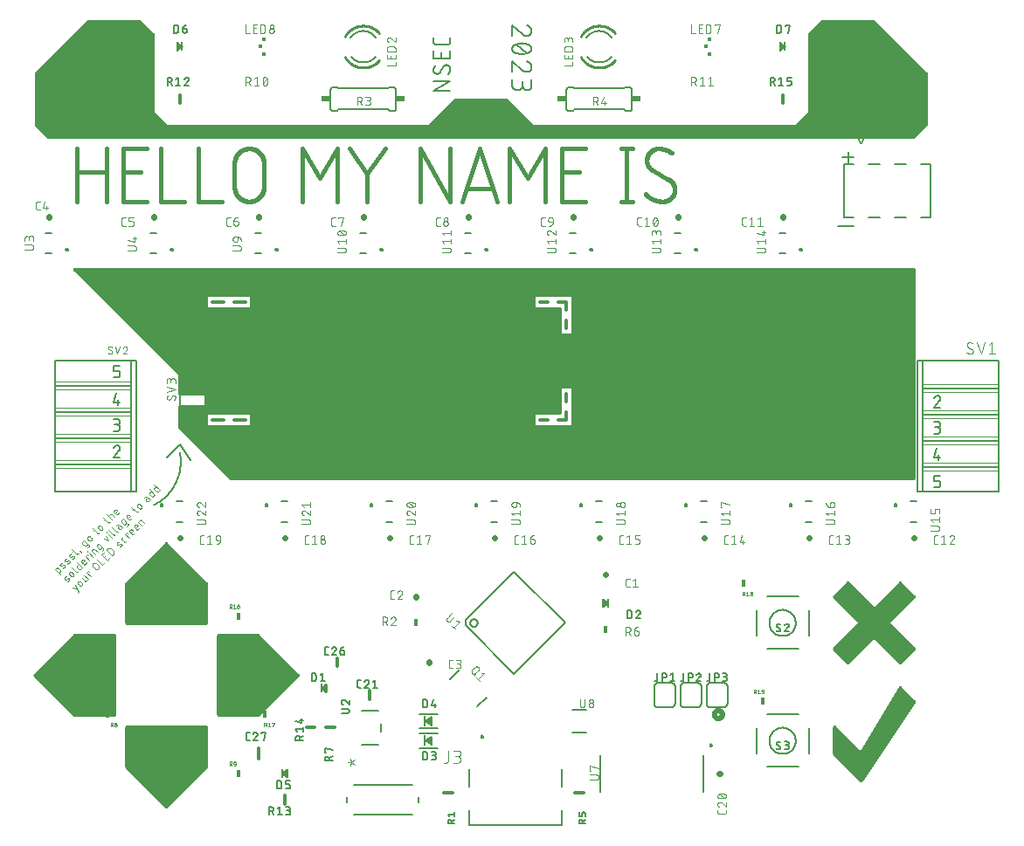
<source format=gbr>
G04 EAGLE Gerber RS-274X export*
G75*
%MOMM*%
%FSLAX34Y34*%
%LPD*%
%INSilkscreen Top*%
%IPPOS*%
%AMOC8*
5,1,8,0,0,1.08239X$1,22.5*%
G01*
%ADD10C,0.457200*%
%ADD11C,0.152400*%
%ADD12C,0.076200*%
%ADD13C,0.101600*%
%ADD14C,0.304800*%
%ADD15C,0.203200*%
%ADD16C,0.558800*%
%ADD17R,0.190500X0.889000*%
%ADD18R,0.200000X1.000000*%
%ADD19R,0.457200X0.762000*%
%ADD20C,0.177800*%
%ADD21C,0.050800*%
%ADD22C,0.127000*%
%ADD23C,0.200000*%
%ADD24C,0.508000*%
%ADD25R,0.863600X0.609600*%
%ADD26C,0.254000*%
%ADD27R,0.425000X0.325000*%
%ADD28R,0.350000X0.350000*%
%ADD29C,0.025400*%

G36*
X863626Y328680D02*
X863626Y328680D01*
X863652Y328678D01*
X863799Y328700D01*
X863946Y328717D01*
X863971Y328725D01*
X863997Y328729D01*
X864135Y328784D01*
X864274Y328834D01*
X864296Y328848D01*
X864321Y328858D01*
X864442Y328943D01*
X864567Y329023D01*
X864585Y329042D01*
X864607Y329057D01*
X864706Y329167D01*
X864809Y329274D01*
X864823Y329296D01*
X864840Y329316D01*
X864912Y329446D01*
X864988Y329573D01*
X864996Y329598D01*
X865009Y329621D01*
X865049Y329764D01*
X865094Y329905D01*
X865096Y329931D01*
X865104Y329956D01*
X865123Y330200D01*
X865123Y533400D01*
X865120Y533426D01*
X865122Y533452D01*
X865100Y533599D01*
X865083Y533746D01*
X865075Y533771D01*
X865071Y533797D01*
X865016Y533935D01*
X864966Y534074D01*
X864952Y534096D01*
X864942Y534121D01*
X864857Y534242D01*
X864777Y534367D01*
X864758Y534385D01*
X864743Y534407D01*
X864633Y534506D01*
X864526Y534609D01*
X864504Y534623D01*
X864484Y534640D01*
X864354Y534712D01*
X864227Y534788D01*
X864202Y534796D01*
X864179Y534809D01*
X864036Y534849D01*
X863895Y534894D01*
X863869Y534896D01*
X863844Y534904D01*
X863600Y534923D01*
X50800Y534923D01*
X50700Y534912D01*
X50600Y534910D01*
X50528Y534892D01*
X50454Y534883D01*
X50359Y534850D01*
X50262Y534825D01*
X50196Y534791D01*
X50126Y534766D01*
X50041Y534711D01*
X49952Y534665D01*
X49895Y534617D01*
X49833Y534577D01*
X49763Y534505D01*
X49687Y534440D01*
X49642Y534380D01*
X49591Y534326D01*
X49539Y534240D01*
X49479Y534159D01*
X49450Y534091D01*
X49412Y534027D01*
X49381Y533931D01*
X49341Y533839D01*
X49328Y533766D01*
X49306Y533695D01*
X49298Y533595D01*
X49280Y533496D01*
X49284Y533422D01*
X49278Y533348D01*
X49293Y533248D01*
X49298Y533148D01*
X49318Y533077D01*
X49329Y533003D01*
X49366Y532910D01*
X49394Y532813D01*
X49431Y532748D01*
X49458Y532679D01*
X49515Y532597D01*
X49564Y532509D01*
X49630Y532433D01*
X49657Y532393D01*
X49683Y532369D01*
X49723Y532323D01*
X150877Y431169D01*
X150877Y412750D01*
X150880Y412724D01*
X150878Y412698D01*
X150900Y412551D01*
X150917Y412404D01*
X150925Y412379D01*
X150929Y412353D01*
X150984Y412215D01*
X151034Y412076D01*
X151048Y412054D01*
X151058Y412029D01*
X151143Y411908D01*
X151223Y411783D01*
X151242Y411765D01*
X151257Y411743D01*
X151367Y411644D01*
X151474Y411541D01*
X151496Y411527D01*
X151516Y411510D01*
X151646Y411438D01*
X151773Y411362D01*
X151798Y411354D01*
X151821Y411341D01*
X151964Y411301D01*
X152105Y411256D01*
X152131Y411254D01*
X152156Y411246D01*
X152400Y411227D01*
X176277Y411227D01*
X176277Y401573D01*
X152400Y401573D01*
X152374Y401570D01*
X152348Y401572D01*
X152201Y401550D01*
X152054Y401533D01*
X152029Y401525D01*
X152003Y401521D01*
X151865Y401466D01*
X151726Y401416D01*
X151704Y401402D01*
X151679Y401392D01*
X151558Y401307D01*
X151433Y401227D01*
X151415Y401208D01*
X151393Y401193D01*
X151294Y401083D01*
X151191Y400976D01*
X151177Y400954D01*
X151160Y400934D01*
X151088Y400804D01*
X151012Y400677D01*
X151004Y400652D01*
X150991Y400629D01*
X150951Y400486D01*
X150906Y400345D01*
X150904Y400319D01*
X150896Y400294D01*
X150877Y400050D01*
X150877Y381000D01*
X150891Y380874D01*
X150898Y380748D01*
X150911Y380702D01*
X150917Y380654D01*
X150959Y380535D01*
X150994Y380413D01*
X151018Y380371D01*
X151034Y380326D01*
X151103Y380219D01*
X151164Y380109D01*
X151204Y380063D01*
X151223Y380033D01*
X151258Y379999D01*
X151323Y379923D01*
X202123Y329123D01*
X202222Y329044D01*
X202316Y328960D01*
X202358Y328936D01*
X202396Y328906D01*
X202510Y328852D01*
X202621Y328791D01*
X202667Y328778D01*
X202711Y328757D01*
X202834Y328731D01*
X202956Y328696D01*
X203017Y328692D01*
X203052Y328684D01*
X203100Y328685D01*
X203200Y328677D01*
X863600Y328677D01*
X863626Y328680D01*
G37*
G36*
X863690Y659654D02*
X863690Y659654D01*
X863781Y659661D01*
X863811Y659673D01*
X863843Y659679D01*
X863923Y659721D01*
X864007Y659757D01*
X864039Y659783D01*
X864060Y659794D01*
X864082Y659817D01*
X864138Y659862D01*
X876838Y672562D01*
X876891Y672636D01*
X876951Y672705D01*
X876963Y672735D01*
X876982Y672761D01*
X877009Y672848D01*
X877043Y672933D01*
X877047Y672974D01*
X877054Y672997D01*
X877053Y673029D01*
X877061Y673100D01*
X877061Y723900D01*
X877047Y723990D01*
X877039Y724081D01*
X877027Y724111D01*
X877022Y724143D01*
X876979Y724223D01*
X876943Y724307D01*
X876917Y724339D01*
X876906Y724360D01*
X876883Y724382D01*
X876838Y724438D01*
X826038Y775238D01*
X825964Y775291D01*
X825895Y775351D01*
X825865Y775363D01*
X825839Y775382D01*
X825752Y775409D01*
X825667Y775443D01*
X825626Y775447D01*
X825603Y775454D01*
X825571Y775453D01*
X825500Y775461D01*
X774700Y775461D01*
X774610Y775447D01*
X774519Y775439D01*
X774489Y775427D01*
X774457Y775422D01*
X774377Y775379D01*
X774293Y775343D01*
X774261Y775317D01*
X774240Y775306D01*
X774218Y775283D01*
X774162Y775238D01*
X761462Y762538D01*
X761409Y762464D01*
X761349Y762395D01*
X761337Y762365D01*
X761318Y762339D01*
X761291Y762252D01*
X761257Y762167D01*
X761253Y762126D01*
X761246Y762103D01*
X761247Y762071D01*
X761239Y762000D01*
X761239Y686115D01*
X748985Y673861D01*
X495615Y673861D01*
X470438Y699038D01*
X470364Y699091D01*
X470295Y699151D01*
X470265Y699163D01*
X470239Y699182D01*
X470152Y699209D01*
X470067Y699243D01*
X470026Y699247D01*
X470003Y699254D01*
X469971Y699253D01*
X469900Y699261D01*
X419100Y699261D01*
X419010Y699247D01*
X418919Y699239D01*
X418889Y699227D01*
X418857Y699222D01*
X418777Y699179D01*
X418693Y699143D01*
X418661Y699117D01*
X418640Y699106D01*
X418618Y699083D01*
X418562Y699038D01*
X393385Y673861D01*
X140015Y673861D01*
X127761Y686115D01*
X127761Y762000D01*
X127747Y762090D01*
X127739Y762181D01*
X127727Y762211D01*
X127722Y762243D01*
X127679Y762323D01*
X127643Y762407D01*
X127617Y762439D01*
X127606Y762460D01*
X127583Y762482D01*
X127538Y762538D01*
X114838Y775238D01*
X114764Y775291D01*
X114695Y775351D01*
X114665Y775363D01*
X114639Y775382D01*
X114552Y775409D01*
X114467Y775443D01*
X114426Y775447D01*
X114403Y775454D01*
X114371Y775453D01*
X114300Y775461D01*
X63500Y775461D01*
X63410Y775447D01*
X63319Y775439D01*
X63289Y775427D01*
X63257Y775422D01*
X63177Y775379D01*
X63093Y775343D01*
X63061Y775317D01*
X63040Y775306D01*
X63018Y775283D01*
X62962Y775238D01*
X12162Y724438D01*
X12109Y724364D01*
X12049Y724295D01*
X12037Y724265D01*
X12018Y724239D01*
X11991Y724152D01*
X11957Y724067D01*
X11953Y724026D01*
X11946Y724003D01*
X11947Y723971D01*
X11939Y723900D01*
X11939Y673100D01*
X11954Y673010D01*
X11961Y672919D01*
X11973Y672889D01*
X11979Y672857D01*
X12021Y672777D01*
X12057Y672693D01*
X12083Y672661D01*
X12094Y672640D01*
X12117Y672618D01*
X12162Y672562D01*
X24862Y659862D01*
X24936Y659809D01*
X25005Y659749D01*
X25035Y659737D01*
X25061Y659718D01*
X25148Y659691D01*
X25233Y659657D01*
X25274Y659653D01*
X25297Y659646D01*
X25329Y659647D01*
X25400Y659639D01*
X863600Y659639D01*
X863690Y659654D01*
G37*
G36*
X228627Y99571D02*
X228627Y99571D01*
X228653Y99569D01*
X228827Y99591D01*
X229001Y99609D01*
X229026Y99617D01*
X229053Y99620D01*
X229218Y99676D01*
X229386Y99727D01*
X229409Y99740D01*
X229434Y99748D01*
X229586Y99835D01*
X229740Y99919D01*
X229760Y99936D01*
X229783Y99949D01*
X230036Y100164D01*
X268136Y138264D01*
X268148Y138278D01*
X268161Y138289D01*
X268275Y138433D01*
X268391Y138575D01*
X268400Y138591D01*
X268411Y138605D01*
X268494Y138769D01*
X268580Y138931D01*
X268585Y138948D01*
X268593Y138964D01*
X268643Y139141D01*
X268695Y139317D01*
X268696Y139335D01*
X268701Y139352D01*
X268715Y139535D01*
X268731Y139718D01*
X268729Y139736D01*
X268731Y139753D01*
X268708Y139935D01*
X268688Y140118D01*
X268682Y140135D01*
X268680Y140153D01*
X268622Y140326D01*
X268566Y140502D01*
X268558Y140518D01*
X268552Y140534D01*
X268460Y140694D01*
X268371Y140854D01*
X268360Y140868D01*
X268351Y140883D01*
X268136Y141136D01*
X230036Y179236D01*
X230016Y179253D01*
X229998Y179274D01*
X229860Y179381D01*
X229725Y179491D01*
X229701Y179504D01*
X229680Y179520D01*
X229523Y179598D01*
X229369Y179680D01*
X229344Y179688D01*
X229320Y179700D01*
X229150Y179745D01*
X228983Y179795D01*
X228957Y179797D01*
X228931Y179804D01*
X228600Y179831D01*
X190500Y179831D01*
X190482Y179829D01*
X190464Y179831D01*
X190282Y179810D01*
X190099Y179791D01*
X190082Y179786D01*
X190065Y179784D01*
X189890Y179727D01*
X189714Y179673D01*
X189699Y179665D01*
X189682Y179659D01*
X189522Y179569D01*
X189360Y179481D01*
X189347Y179470D01*
X189331Y179461D01*
X189192Y179341D01*
X189051Y179224D01*
X189040Y179210D01*
X189027Y179198D01*
X188914Y179053D01*
X188799Y178910D01*
X188791Y178894D01*
X188780Y178880D01*
X188698Y178715D01*
X188613Y178553D01*
X188608Y178536D01*
X188600Y178520D01*
X188553Y178341D01*
X188502Y178166D01*
X188500Y178148D01*
X188496Y178131D01*
X188469Y177800D01*
X188469Y101600D01*
X188471Y101582D01*
X188469Y101564D01*
X188490Y101382D01*
X188509Y101199D01*
X188514Y101182D01*
X188516Y101165D01*
X188573Y100990D01*
X188627Y100814D01*
X188635Y100799D01*
X188641Y100782D01*
X188731Y100622D01*
X188819Y100460D01*
X188830Y100447D01*
X188839Y100431D01*
X188959Y100292D01*
X189076Y100151D01*
X189090Y100140D01*
X189102Y100127D01*
X189247Y100014D01*
X189390Y99899D01*
X189406Y99891D01*
X189420Y99880D01*
X189585Y99798D01*
X189747Y99713D01*
X189764Y99708D01*
X189781Y99700D01*
X189959Y99653D01*
X190134Y99602D01*
X190152Y99600D01*
X190169Y99596D01*
X190500Y99569D01*
X228600Y99569D01*
X228627Y99571D01*
G37*
G36*
X177818Y188471D02*
X177818Y188471D01*
X177836Y188469D01*
X178018Y188490D01*
X178201Y188509D01*
X178218Y188514D01*
X178235Y188516D01*
X178410Y188573D01*
X178586Y188627D01*
X178601Y188635D01*
X178618Y188641D01*
X178778Y188731D01*
X178940Y188819D01*
X178953Y188830D01*
X178969Y188839D01*
X179108Y188959D01*
X179249Y189076D01*
X179260Y189090D01*
X179274Y189102D01*
X179386Y189247D01*
X179501Y189390D01*
X179509Y189406D01*
X179520Y189420D01*
X179602Y189585D01*
X179687Y189747D01*
X179692Y189764D01*
X179700Y189781D01*
X179747Y189959D01*
X179798Y190134D01*
X179800Y190152D01*
X179804Y190169D01*
X179831Y190500D01*
X179831Y228600D01*
X179829Y228627D01*
X179831Y228653D01*
X179809Y228827D01*
X179791Y229001D01*
X179784Y229026D01*
X179780Y229053D01*
X179725Y229218D01*
X179673Y229386D01*
X179660Y229409D01*
X179652Y229434D01*
X179565Y229586D01*
X179481Y229740D01*
X179464Y229760D01*
X179451Y229783D01*
X179236Y230036D01*
X141136Y268136D01*
X141123Y268148D01*
X141111Y268161D01*
X140967Y268275D01*
X140825Y268391D01*
X140809Y268400D01*
X140795Y268411D01*
X140631Y268494D01*
X140469Y268580D01*
X140452Y268585D01*
X140436Y268593D01*
X140259Y268643D01*
X140083Y268695D01*
X140065Y268696D01*
X140048Y268701D01*
X139865Y268715D01*
X139682Y268731D01*
X139664Y268729D01*
X139647Y268731D01*
X139465Y268708D01*
X139282Y268688D01*
X139265Y268682D01*
X139247Y268680D01*
X139074Y268622D01*
X138898Y268566D01*
X138882Y268558D01*
X138866Y268552D01*
X138706Y268460D01*
X138546Y268371D01*
X138532Y268360D01*
X138517Y268351D01*
X138264Y268136D01*
X100164Y230036D01*
X100147Y230016D01*
X100127Y229998D01*
X100019Y229860D01*
X99909Y229725D01*
X99896Y229701D01*
X99880Y229680D01*
X99802Y229523D01*
X99720Y229369D01*
X99712Y229344D01*
X99700Y229320D01*
X99655Y229150D01*
X99605Y228983D01*
X99603Y228957D01*
X99596Y228931D01*
X99569Y228600D01*
X99569Y190500D01*
X99571Y190482D01*
X99569Y190464D01*
X99590Y190282D01*
X99609Y190099D01*
X99614Y190082D01*
X99616Y190065D01*
X99673Y189890D01*
X99727Y189714D01*
X99735Y189699D01*
X99741Y189682D01*
X99831Y189522D01*
X99919Y189360D01*
X99930Y189347D01*
X99939Y189331D01*
X100059Y189192D01*
X100176Y189051D01*
X100190Y189040D01*
X100202Y189027D01*
X100347Y188914D01*
X100490Y188799D01*
X100506Y188791D01*
X100520Y188780D01*
X100685Y188698D01*
X100847Y188613D01*
X100864Y188608D01*
X100881Y188600D01*
X101059Y188553D01*
X101234Y188502D01*
X101252Y188500D01*
X101269Y188496D01*
X101600Y188469D01*
X177800Y188469D01*
X177818Y188471D01*
G37*
G36*
X88918Y99571D02*
X88918Y99571D01*
X88936Y99569D01*
X89118Y99590D01*
X89301Y99609D01*
X89318Y99614D01*
X89335Y99616D01*
X89510Y99673D01*
X89686Y99727D01*
X89701Y99735D01*
X89718Y99741D01*
X89878Y99831D01*
X90040Y99919D01*
X90053Y99930D01*
X90069Y99939D01*
X90208Y100059D01*
X90349Y100176D01*
X90360Y100190D01*
X90374Y100202D01*
X90486Y100347D01*
X90601Y100490D01*
X90609Y100506D01*
X90620Y100520D01*
X90702Y100685D01*
X90787Y100847D01*
X90792Y100864D01*
X90800Y100881D01*
X90847Y101059D01*
X90898Y101234D01*
X90900Y101252D01*
X90904Y101269D01*
X90931Y101600D01*
X90931Y177800D01*
X90929Y177818D01*
X90931Y177836D01*
X90910Y178018D01*
X90891Y178201D01*
X90886Y178218D01*
X90884Y178235D01*
X90827Y178410D01*
X90773Y178586D01*
X90765Y178601D01*
X90759Y178618D01*
X90669Y178778D01*
X90581Y178940D01*
X90570Y178953D01*
X90561Y178969D01*
X90441Y179108D01*
X90324Y179249D01*
X90310Y179260D01*
X90298Y179274D01*
X90153Y179386D01*
X90010Y179501D01*
X89994Y179509D01*
X89980Y179520D01*
X89815Y179602D01*
X89653Y179687D01*
X89636Y179692D01*
X89620Y179700D01*
X89441Y179747D01*
X89266Y179798D01*
X89248Y179800D01*
X89231Y179804D01*
X88900Y179831D01*
X50800Y179831D01*
X50773Y179829D01*
X50747Y179831D01*
X50573Y179809D01*
X50399Y179791D01*
X50374Y179784D01*
X50347Y179780D01*
X50182Y179725D01*
X50014Y179673D01*
X49991Y179660D01*
X49966Y179652D01*
X49814Y179565D01*
X49660Y179481D01*
X49640Y179464D01*
X49617Y179451D01*
X49364Y179236D01*
X11264Y141136D01*
X11252Y141123D01*
X11239Y141111D01*
X11125Y140967D01*
X11009Y140825D01*
X11000Y140809D01*
X10989Y140795D01*
X10906Y140631D01*
X10820Y140469D01*
X10815Y140452D01*
X10807Y140436D01*
X10757Y140259D01*
X10705Y140083D01*
X10704Y140065D01*
X10699Y140048D01*
X10685Y139865D01*
X10669Y139682D01*
X10671Y139664D01*
X10669Y139647D01*
X10692Y139465D01*
X10712Y139282D01*
X10718Y139265D01*
X10720Y139247D01*
X10778Y139074D01*
X10834Y138898D01*
X10842Y138882D01*
X10848Y138866D01*
X10940Y138706D01*
X11029Y138546D01*
X11040Y138532D01*
X11049Y138517D01*
X11264Y138264D01*
X49364Y100164D01*
X49384Y100147D01*
X49402Y100127D01*
X49540Y100019D01*
X49675Y99909D01*
X49699Y99896D01*
X49720Y99880D01*
X49877Y99802D01*
X50031Y99720D01*
X50056Y99712D01*
X50081Y99700D01*
X50250Y99655D01*
X50417Y99605D01*
X50443Y99603D01*
X50469Y99596D01*
X50800Y99569D01*
X88900Y99569D01*
X88918Y99571D01*
G37*
G36*
X139736Y10671D02*
X139736Y10671D01*
X139753Y10669D01*
X139935Y10692D01*
X140118Y10712D01*
X140135Y10718D01*
X140153Y10720D01*
X140326Y10778D01*
X140502Y10834D01*
X140518Y10842D01*
X140534Y10848D01*
X140694Y10940D01*
X140854Y11029D01*
X140868Y11040D01*
X140883Y11049D01*
X141136Y11264D01*
X179236Y49364D01*
X179253Y49384D01*
X179274Y49402D01*
X179381Y49540D01*
X179491Y49675D01*
X179504Y49699D01*
X179520Y49720D01*
X179598Y49877D01*
X179680Y50031D01*
X179688Y50056D01*
X179700Y50081D01*
X179745Y50250D01*
X179795Y50417D01*
X179797Y50443D01*
X179804Y50469D01*
X179831Y50800D01*
X179831Y88900D01*
X179829Y88918D01*
X179831Y88936D01*
X179810Y89118D01*
X179791Y89301D01*
X179786Y89318D01*
X179784Y89335D01*
X179727Y89510D01*
X179673Y89686D01*
X179665Y89701D01*
X179659Y89718D01*
X179569Y89878D01*
X179481Y90040D01*
X179470Y90053D01*
X179461Y90069D01*
X179341Y90208D01*
X179224Y90349D01*
X179210Y90360D01*
X179198Y90374D01*
X179053Y90486D01*
X178910Y90601D01*
X178894Y90609D01*
X178880Y90620D01*
X178715Y90702D01*
X178553Y90787D01*
X178536Y90792D01*
X178520Y90800D01*
X178341Y90847D01*
X178166Y90898D01*
X178148Y90900D01*
X178131Y90904D01*
X177800Y90931D01*
X101600Y90931D01*
X101582Y90929D01*
X101564Y90931D01*
X101382Y90910D01*
X101199Y90891D01*
X101182Y90886D01*
X101165Y90884D01*
X100990Y90827D01*
X100814Y90773D01*
X100799Y90765D01*
X100782Y90759D01*
X100622Y90669D01*
X100460Y90581D01*
X100447Y90570D01*
X100431Y90561D01*
X100292Y90441D01*
X100151Y90324D01*
X100140Y90310D01*
X100127Y90298D01*
X100014Y90153D01*
X99899Y90010D01*
X99891Y89994D01*
X99880Y89980D01*
X99798Y89815D01*
X99713Y89653D01*
X99708Y89636D01*
X99700Y89620D01*
X99653Y89441D01*
X99602Y89266D01*
X99600Y89248D01*
X99596Y89231D01*
X99569Y88900D01*
X99569Y50800D01*
X99571Y50773D01*
X99569Y50747D01*
X99591Y50573D01*
X99609Y50399D01*
X99617Y50374D01*
X99620Y50347D01*
X99676Y50182D01*
X99727Y50014D01*
X99740Y49991D01*
X99748Y49966D01*
X99835Y49814D01*
X99919Y49660D01*
X99936Y49640D01*
X99949Y49617D01*
X100164Y49364D01*
X138264Y11264D01*
X138278Y11252D01*
X138289Y11239D01*
X138433Y11125D01*
X138575Y11009D01*
X138591Y11000D01*
X138605Y10989D01*
X138769Y10906D01*
X138931Y10820D01*
X138948Y10815D01*
X138964Y10807D01*
X139141Y10757D01*
X139317Y10705D01*
X139335Y10704D01*
X139352Y10699D01*
X139535Y10685D01*
X139718Y10669D01*
X139736Y10671D01*
G37*
G36*
X850936Y150371D02*
X850936Y150371D01*
X850953Y150369D01*
X851135Y150392D01*
X851318Y150412D01*
X851335Y150418D01*
X851353Y150420D01*
X851526Y150478D01*
X851702Y150534D01*
X851718Y150542D01*
X851734Y150548D01*
X851894Y150640D01*
X852054Y150729D01*
X852068Y150740D01*
X852083Y150749D01*
X852336Y150964D01*
X865036Y163664D01*
X865048Y163678D01*
X865061Y163689D01*
X865175Y163833D01*
X865291Y163975D01*
X865300Y163991D01*
X865311Y164005D01*
X865394Y164169D01*
X865480Y164331D01*
X865485Y164348D01*
X865493Y164364D01*
X865543Y164541D01*
X865595Y164717D01*
X865596Y164735D01*
X865601Y164752D01*
X865615Y164935D01*
X865631Y165118D01*
X865629Y165136D01*
X865631Y165153D01*
X865608Y165335D01*
X865588Y165518D01*
X865582Y165535D01*
X865580Y165553D01*
X865522Y165726D01*
X865466Y165902D01*
X865458Y165918D01*
X865452Y165934D01*
X865360Y166094D01*
X865271Y166254D01*
X865260Y166268D01*
X865251Y166283D01*
X865036Y166536D01*
X841073Y190500D01*
X865036Y214464D01*
X865048Y214478D01*
X865061Y214489D01*
X865175Y214633D01*
X865291Y214775D01*
X865300Y214791D01*
X865311Y214805D01*
X865394Y214969D01*
X865480Y215131D01*
X865485Y215148D01*
X865493Y215164D01*
X865543Y215341D01*
X865595Y215517D01*
X865596Y215535D01*
X865601Y215552D01*
X865615Y215735D01*
X865631Y215918D01*
X865629Y215936D01*
X865631Y215953D01*
X865608Y216135D01*
X865588Y216318D01*
X865582Y216335D01*
X865580Y216353D01*
X865522Y216526D01*
X865466Y216702D01*
X865458Y216718D01*
X865452Y216734D01*
X865360Y216894D01*
X865271Y217054D01*
X865260Y217068D01*
X865251Y217083D01*
X865036Y217336D01*
X852336Y230036D01*
X852323Y230048D01*
X852311Y230061D01*
X852167Y230175D01*
X852025Y230291D01*
X852009Y230300D01*
X851995Y230311D01*
X851831Y230394D01*
X851669Y230480D01*
X851652Y230485D01*
X851636Y230493D01*
X851459Y230543D01*
X851283Y230595D01*
X851265Y230596D01*
X851248Y230601D01*
X851065Y230615D01*
X850882Y230631D01*
X850864Y230629D01*
X850847Y230631D01*
X850665Y230608D01*
X850482Y230588D01*
X850465Y230582D01*
X850447Y230580D01*
X850274Y230522D01*
X850098Y230466D01*
X850082Y230458D01*
X850066Y230452D01*
X849906Y230360D01*
X849746Y230271D01*
X849732Y230260D01*
X849717Y230251D01*
X849464Y230036D01*
X825500Y206073D01*
X801536Y230036D01*
X801523Y230048D01*
X801511Y230061D01*
X801367Y230175D01*
X801225Y230291D01*
X801209Y230300D01*
X801195Y230311D01*
X801031Y230394D01*
X800869Y230480D01*
X800852Y230485D01*
X800836Y230493D01*
X800659Y230543D01*
X800483Y230595D01*
X800465Y230596D01*
X800448Y230601D01*
X800265Y230615D01*
X800082Y230631D01*
X800064Y230629D01*
X800047Y230631D01*
X799865Y230608D01*
X799682Y230588D01*
X799665Y230582D01*
X799647Y230580D01*
X799474Y230522D01*
X799298Y230466D01*
X799282Y230458D01*
X799266Y230452D01*
X799106Y230360D01*
X798946Y230271D01*
X798932Y230260D01*
X798917Y230251D01*
X798664Y230036D01*
X785964Y217336D01*
X785952Y217323D01*
X785939Y217311D01*
X785825Y217167D01*
X785709Y217025D01*
X785700Y217009D01*
X785689Y216995D01*
X785606Y216831D01*
X785520Y216669D01*
X785515Y216652D01*
X785507Y216636D01*
X785457Y216459D01*
X785405Y216283D01*
X785404Y216265D01*
X785399Y216248D01*
X785385Y216065D01*
X785369Y215882D01*
X785371Y215864D01*
X785369Y215847D01*
X785392Y215665D01*
X785412Y215482D01*
X785418Y215465D01*
X785420Y215447D01*
X785478Y215274D01*
X785534Y215098D01*
X785542Y215082D01*
X785548Y215066D01*
X785640Y214906D01*
X785729Y214746D01*
X785740Y214732D01*
X785749Y214717D01*
X785964Y214464D01*
X809927Y190500D01*
X785964Y166536D01*
X785952Y166523D01*
X785939Y166511D01*
X785825Y166367D01*
X785709Y166225D01*
X785700Y166209D01*
X785689Y166195D01*
X785606Y166031D01*
X785520Y165869D01*
X785515Y165852D01*
X785507Y165836D01*
X785457Y165659D01*
X785405Y165483D01*
X785404Y165465D01*
X785399Y165448D01*
X785385Y165265D01*
X785369Y165082D01*
X785371Y165064D01*
X785369Y165047D01*
X785392Y164865D01*
X785412Y164682D01*
X785418Y164665D01*
X785420Y164647D01*
X785478Y164474D01*
X785534Y164298D01*
X785542Y164282D01*
X785548Y164266D01*
X785640Y164106D01*
X785729Y163946D01*
X785740Y163932D01*
X785749Y163917D01*
X785964Y163664D01*
X798664Y150964D01*
X798678Y150952D01*
X798689Y150939D01*
X798833Y150825D01*
X798975Y150709D01*
X798991Y150700D01*
X799005Y150689D01*
X799169Y150606D01*
X799331Y150520D01*
X799348Y150515D01*
X799364Y150507D01*
X799541Y150457D01*
X799717Y150405D01*
X799735Y150404D01*
X799752Y150399D01*
X799935Y150385D01*
X800118Y150369D01*
X800136Y150371D01*
X800153Y150369D01*
X800335Y150392D01*
X800518Y150412D01*
X800535Y150418D01*
X800553Y150420D01*
X800726Y150478D01*
X800902Y150534D01*
X800918Y150542D01*
X800934Y150548D01*
X801094Y150640D01*
X801254Y150729D01*
X801268Y150740D01*
X801283Y150749D01*
X801536Y150964D01*
X825500Y174927D01*
X849464Y150964D01*
X849478Y150952D01*
X849489Y150939D01*
X849633Y150825D01*
X849775Y150709D01*
X849791Y150700D01*
X849805Y150689D01*
X849969Y150606D01*
X850131Y150520D01*
X850148Y150515D01*
X850164Y150507D01*
X850341Y150457D01*
X850517Y150405D01*
X850535Y150404D01*
X850552Y150399D01*
X850735Y150385D01*
X850918Y150369D01*
X850936Y150371D01*
G37*
G36*
X812834Y36071D02*
X812834Y36071D01*
X812851Y36069D01*
X813034Y36092D01*
X813218Y36112D01*
X813234Y36117D01*
X813251Y36119D01*
X813425Y36178D01*
X813602Y36234D01*
X813617Y36242D01*
X813632Y36247D01*
X813793Y36339D01*
X813954Y36429D01*
X813967Y36439D01*
X813981Y36448D01*
X814121Y36570D01*
X814261Y36689D01*
X814272Y36702D01*
X814284Y36713D01*
X814490Y36973D01*
X865290Y113173D01*
X865299Y113190D01*
X865311Y113205D01*
X865394Y113368D01*
X865479Y113529D01*
X865485Y113547D01*
X865493Y113564D01*
X865542Y113740D01*
X865594Y113915D01*
X865596Y113933D01*
X865601Y113952D01*
X865615Y114134D01*
X865631Y114315D01*
X865629Y114334D01*
X865631Y114353D01*
X865608Y114535D01*
X865588Y114716D01*
X865583Y114734D01*
X865580Y114753D01*
X865522Y114925D01*
X865467Y115100D01*
X865458Y115116D01*
X865452Y115134D01*
X865361Y115293D01*
X865273Y115452D01*
X865261Y115467D01*
X865251Y115483D01*
X865036Y115736D01*
X852336Y128436D01*
X852286Y128478D01*
X852242Y128525D01*
X852130Y128605D01*
X852025Y128691D01*
X851967Y128722D01*
X851914Y128760D01*
X851790Y128816D01*
X851669Y128880D01*
X851607Y128899D01*
X851547Y128925D01*
X851414Y128956D01*
X851283Y128995D01*
X851218Y129001D01*
X851155Y129015D01*
X851019Y129019D01*
X850882Y129031D01*
X850817Y129024D01*
X850752Y129026D01*
X850618Y129003D01*
X850482Y128988D01*
X850420Y128968D01*
X850356Y128957D01*
X850228Y128908D01*
X850098Y128866D01*
X850041Y128835D01*
X849981Y128811D01*
X849865Y128737D01*
X849746Y128671D01*
X849696Y128629D01*
X849641Y128594D01*
X849543Y128499D01*
X849439Y128411D01*
X849398Y128360D01*
X849352Y128315D01*
X849242Y128162D01*
X849189Y128095D01*
X849177Y128072D01*
X849158Y128045D01*
X812397Y66776D01*
X788836Y90336D01*
X788829Y90342D01*
X788824Y90349D01*
X788818Y90353D01*
X788817Y90355D01*
X788801Y90367D01*
X788674Y90469D01*
X788525Y90591D01*
X788517Y90596D01*
X788510Y90601D01*
X788339Y90690D01*
X788169Y90780D01*
X788161Y90783D01*
X788153Y90787D01*
X787967Y90840D01*
X787783Y90895D01*
X787774Y90896D01*
X787766Y90898D01*
X787574Y90914D01*
X787382Y90931D01*
X787373Y90930D01*
X787364Y90931D01*
X787175Y90909D01*
X786982Y90888D01*
X786973Y90885D01*
X786965Y90884D01*
X786783Y90825D01*
X786598Y90766D01*
X786590Y90762D01*
X786582Y90759D01*
X786413Y90664D01*
X786246Y90571D01*
X786239Y90566D01*
X786231Y90561D01*
X786085Y90435D01*
X785939Y90311D01*
X785933Y90304D01*
X785927Y90298D01*
X785809Y90147D01*
X785689Y89995D01*
X785685Y89987D01*
X785680Y89980D01*
X785594Y89808D01*
X785507Y89636D01*
X785504Y89628D01*
X785500Y89620D01*
X785450Y89433D01*
X785399Y89248D01*
X785398Y89239D01*
X785396Y89231D01*
X785369Y88900D01*
X785369Y63500D01*
X785371Y63473D01*
X785369Y63447D01*
X785391Y63273D01*
X785409Y63099D01*
X785417Y63074D01*
X785420Y63047D01*
X785476Y62882D01*
X785527Y62714D01*
X785540Y62691D01*
X785548Y62666D01*
X785635Y62514D01*
X785719Y62360D01*
X785736Y62340D01*
X785749Y62317D01*
X785964Y62064D01*
X811364Y36664D01*
X811377Y36653D01*
X811387Y36640D01*
X811533Y36525D01*
X811675Y36409D01*
X811690Y36401D01*
X811703Y36390D01*
X811869Y36306D01*
X812031Y36220D01*
X812047Y36215D01*
X812062Y36208D01*
X812240Y36158D01*
X812417Y36105D01*
X812433Y36104D01*
X812450Y36099D01*
X812634Y36086D01*
X812818Y36069D01*
X812834Y36071D01*
G37*
%LPC*%
G36*
X522223Y471423D02*
X522223Y471423D01*
X522223Y495300D01*
X522220Y495326D01*
X522222Y495352D01*
X522200Y495499D01*
X522183Y495646D01*
X522175Y495671D01*
X522171Y495697D01*
X522116Y495835D01*
X522066Y495974D01*
X522052Y495996D01*
X522042Y496021D01*
X521957Y496142D01*
X521877Y496267D01*
X521858Y496285D01*
X521843Y496307D01*
X521733Y496406D01*
X521626Y496509D01*
X521604Y496523D01*
X521584Y496540D01*
X521454Y496612D01*
X521327Y496688D01*
X521302Y496696D01*
X521279Y496709D01*
X521136Y496749D01*
X520995Y496794D01*
X520969Y496796D01*
X520944Y496804D01*
X520700Y496823D01*
X496823Y496823D01*
X496823Y506477D01*
X531877Y506477D01*
X531877Y471423D01*
X522223Y471423D01*
G37*
%LPD*%
%LPC*%
G36*
X531877Y382523D02*
X531877Y382523D01*
X496823Y382523D01*
X496823Y392177D01*
X520700Y392177D01*
X520726Y392180D01*
X520752Y392178D01*
X520899Y392200D01*
X521046Y392217D01*
X521071Y392225D01*
X521097Y392229D01*
X521235Y392284D01*
X521374Y392334D01*
X521396Y392348D01*
X521421Y392358D01*
X521542Y392443D01*
X521667Y392523D01*
X521685Y392542D01*
X521707Y392557D01*
X521806Y392667D01*
X521909Y392774D01*
X521923Y392796D01*
X521940Y392816D01*
X522012Y392946D01*
X522088Y393073D01*
X522096Y393098D01*
X522109Y393121D01*
X522149Y393264D01*
X522194Y393405D01*
X522196Y393431D01*
X522204Y393456D01*
X522223Y393700D01*
X522223Y417577D01*
X531877Y417577D01*
X531877Y382523D01*
G37*
%LPD*%
%LPC*%
G36*
X220727Y506477D02*
X220727Y506477D01*
X220727Y496823D01*
X179323Y496823D01*
X179323Y506477D01*
X220727Y506477D01*
G37*
%LPD*%
%LPC*%
G36*
X179323Y382523D02*
X179323Y382523D01*
X179323Y392177D01*
X220727Y392177D01*
X220727Y382523D01*
X179323Y382523D01*
G37*
%LPD*%
G36*
X734117Y744734D02*
X734117Y744734D01*
X734135Y744732D01*
X734237Y744760D01*
X734340Y744782D01*
X734355Y744791D01*
X734372Y744796D01*
X734517Y744881D01*
X739597Y748691D01*
X739600Y748694D01*
X739604Y748696D01*
X739685Y748783D01*
X739767Y748868D01*
X739769Y748872D01*
X739772Y748875D01*
X739822Y748984D01*
X739872Y749091D01*
X739872Y749095D01*
X739874Y749099D01*
X739887Y749217D01*
X739900Y749335D01*
X739900Y749339D01*
X739900Y749344D01*
X739874Y749460D01*
X739850Y749576D01*
X739847Y749580D01*
X739846Y749584D01*
X739785Y749686D01*
X739725Y749788D01*
X739721Y749791D01*
X739719Y749794D01*
X739597Y749909D01*
X734517Y753719D01*
X734501Y753727D01*
X734488Y753740D01*
X734473Y753747D01*
X734465Y753753D01*
X734415Y753773D01*
X734392Y753784D01*
X734299Y753833D01*
X734281Y753836D01*
X734265Y753843D01*
X734160Y753855D01*
X734056Y753871D01*
X734038Y753868D01*
X734021Y753870D01*
X733918Y753848D01*
X733813Y753830D01*
X733798Y753822D01*
X733780Y753818D01*
X733690Y753764D01*
X733597Y753714D01*
X733584Y753701D01*
X733569Y753692D01*
X733500Y753612D01*
X733428Y753535D01*
X733421Y753518D01*
X733409Y753505D01*
X733370Y753407D01*
X733326Y753311D01*
X733324Y753293D01*
X733317Y753277D01*
X733299Y753110D01*
X733299Y745490D01*
X733302Y745472D01*
X733300Y745455D01*
X733321Y745351D01*
X733339Y745247D01*
X733347Y745232D01*
X733351Y745214D01*
X733404Y745123D01*
X733454Y745030D01*
X733466Y745018D01*
X733476Y745002D01*
X733555Y744933D01*
X733632Y744861D01*
X733648Y744853D01*
X733662Y744841D01*
X733759Y744801D01*
X733855Y744757D01*
X733873Y744755D01*
X733889Y744748D01*
X733995Y744741D01*
X734099Y744730D01*
X734117Y744734D01*
G37*
G36*
X149917Y744734D02*
X149917Y744734D01*
X149935Y744732D01*
X150037Y744760D01*
X150140Y744782D01*
X150155Y744791D01*
X150172Y744796D01*
X150317Y744881D01*
X155397Y748691D01*
X155400Y748694D01*
X155404Y748696D01*
X155485Y748783D01*
X155567Y748868D01*
X155569Y748872D01*
X155572Y748875D01*
X155622Y748984D01*
X155672Y749091D01*
X155672Y749095D01*
X155674Y749099D01*
X155687Y749217D01*
X155700Y749335D01*
X155700Y749339D01*
X155700Y749344D01*
X155674Y749460D01*
X155650Y749576D01*
X155647Y749580D01*
X155646Y749584D01*
X155585Y749686D01*
X155525Y749788D01*
X155521Y749791D01*
X155519Y749794D01*
X155397Y749909D01*
X150317Y753719D01*
X150301Y753727D01*
X150288Y753740D01*
X150273Y753747D01*
X150265Y753753D01*
X150215Y753773D01*
X150192Y753784D01*
X150099Y753833D01*
X150081Y753836D01*
X150065Y753843D01*
X149960Y753855D01*
X149856Y753871D01*
X149838Y753868D01*
X149821Y753870D01*
X149718Y753848D01*
X149613Y753830D01*
X149598Y753822D01*
X149580Y753818D01*
X149490Y753764D01*
X149397Y753714D01*
X149384Y753701D01*
X149369Y753692D01*
X149300Y753612D01*
X149228Y753535D01*
X149221Y753518D01*
X149209Y753505D01*
X149170Y753407D01*
X149126Y753311D01*
X149124Y753293D01*
X149117Y753277D01*
X149099Y753110D01*
X149099Y745490D01*
X149102Y745472D01*
X149100Y745455D01*
X149121Y745351D01*
X149139Y745247D01*
X149147Y745232D01*
X149151Y745214D01*
X149204Y745123D01*
X149254Y745030D01*
X149266Y745018D01*
X149276Y745002D01*
X149355Y744933D01*
X149432Y744861D01*
X149448Y744853D01*
X149462Y744841D01*
X149559Y744801D01*
X149655Y744757D01*
X149673Y744755D01*
X149689Y744748D01*
X149795Y744741D01*
X149899Y744730D01*
X149917Y744734D01*
G37*
G36*
X562667Y204984D02*
X562667Y204984D01*
X562685Y204982D01*
X562787Y205010D01*
X562890Y205032D01*
X562905Y205041D01*
X562922Y205046D01*
X563067Y205131D01*
X568147Y208941D01*
X568150Y208944D01*
X568154Y208946D01*
X568235Y209033D01*
X568317Y209118D01*
X568319Y209122D01*
X568322Y209125D01*
X568372Y209234D01*
X568422Y209341D01*
X568422Y209345D01*
X568424Y209349D01*
X568437Y209467D01*
X568450Y209585D01*
X568450Y209589D01*
X568450Y209594D01*
X568424Y209710D01*
X568400Y209826D01*
X568397Y209830D01*
X568396Y209834D01*
X568335Y209936D01*
X568275Y210038D01*
X568271Y210041D01*
X568269Y210044D01*
X568147Y210159D01*
X563067Y213969D01*
X563051Y213977D01*
X563038Y213990D01*
X563023Y213997D01*
X563015Y214003D01*
X562965Y214023D01*
X562942Y214034D01*
X562849Y214083D01*
X562831Y214086D01*
X562815Y214093D01*
X562710Y214105D01*
X562606Y214121D01*
X562588Y214118D01*
X562571Y214120D01*
X562468Y214098D01*
X562363Y214080D01*
X562348Y214072D01*
X562330Y214068D01*
X562240Y214014D01*
X562147Y213964D01*
X562134Y213951D01*
X562119Y213942D01*
X562050Y213862D01*
X561978Y213785D01*
X561971Y213768D01*
X561959Y213755D01*
X561920Y213657D01*
X561876Y213561D01*
X561874Y213543D01*
X561867Y213527D01*
X561849Y213360D01*
X561849Y205740D01*
X561852Y205722D01*
X561850Y205705D01*
X561871Y205601D01*
X561889Y205497D01*
X561897Y205482D01*
X561901Y205464D01*
X561954Y205373D01*
X562004Y205280D01*
X562016Y205268D01*
X562026Y205252D01*
X562105Y205183D01*
X562182Y205111D01*
X562198Y205103D01*
X562212Y205091D01*
X562309Y205051D01*
X562405Y205007D01*
X562423Y205005D01*
X562439Y204998D01*
X562545Y204991D01*
X562649Y204980D01*
X562667Y204984D01*
G37*
G36*
X294662Y122432D02*
X294662Y122432D01*
X294679Y122430D01*
X294782Y122452D01*
X294887Y122470D01*
X294902Y122478D01*
X294920Y122482D01*
X295010Y122536D01*
X295104Y122586D01*
X295116Y122599D01*
X295131Y122608D01*
X295200Y122688D01*
X295272Y122765D01*
X295279Y122782D01*
X295291Y122795D01*
X295330Y122893D01*
X295374Y122989D01*
X295376Y123007D01*
X295383Y123023D01*
X295401Y123190D01*
X295401Y130810D01*
X295399Y130827D01*
X295400Y130842D01*
X295400Y130845D01*
X295379Y130949D01*
X295362Y131053D01*
X295353Y131068D01*
X295350Y131086D01*
X295296Y131177D01*
X295246Y131270D01*
X295234Y131282D01*
X295225Y131298D01*
X295145Y131367D01*
X295068Y131440D01*
X295052Y131447D01*
X295038Y131459D01*
X294941Y131499D01*
X294845Y131543D01*
X294827Y131545D01*
X294811Y131552D01*
X294705Y131559D01*
X294601Y131570D01*
X294583Y131566D01*
X294565Y131568D01*
X294463Y131540D01*
X294390Y131524D01*
X294387Y131524D01*
X294360Y131518D01*
X294345Y131509D01*
X294328Y131504D01*
X294183Y131419D01*
X289103Y127609D01*
X289100Y127606D01*
X289097Y127604D01*
X289015Y127517D01*
X288933Y127432D01*
X288931Y127428D01*
X288928Y127425D01*
X288878Y127316D01*
X288828Y127209D01*
X288828Y127205D01*
X288826Y127201D01*
X288813Y127083D01*
X288800Y126965D01*
X288800Y126961D01*
X288800Y126956D01*
X288826Y126840D01*
X288851Y126724D01*
X288853Y126720D01*
X288854Y126716D01*
X288915Y126614D01*
X288976Y126512D01*
X288979Y126509D01*
X288981Y126506D01*
X289103Y126391D01*
X294183Y122581D01*
X294199Y122573D01*
X294212Y122561D01*
X294308Y122516D01*
X294401Y122467D01*
X294419Y122464D01*
X294435Y122457D01*
X294540Y122445D01*
X294644Y122429D01*
X294662Y122432D01*
G37*
G36*
X256562Y39882D02*
X256562Y39882D01*
X256579Y39880D01*
X256682Y39902D01*
X256787Y39920D01*
X256802Y39928D01*
X256820Y39932D01*
X256910Y39986D01*
X257004Y40036D01*
X257016Y40049D01*
X257031Y40058D01*
X257100Y40138D01*
X257172Y40215D01*
X257179Y40232D01*
X257191Y40245D01*
X257230Y40343D01*
X257274Y40439D01*
X257276Y40457D01*
X257283Y40473D01*
X257301Y40640D01*
X257301Y48260D01*
X257299Y48277D01*
X257300Y48292D01*
X257300Y48295D01*
X257279Y48399D01*
X257262Y48503D01*
X257253Y48518D01*
X257250Y48536D01*
X257196Y48627D01*
X257146Y48720D01*
X257134Y48732D01*
X257125Y48748D01*
X257045Y48817D01*
X256968Y48890D01*
X256952Y48897D01*
X256938Y48909D01*
X256841Y48949D01*
X256745Y48993D01*
X256727Y48995D01*
X256711Y49002D01*
X256605Y49009D01*
X256501Y49020D01*
X256483Y49016D01*
X256465Y49018D01*
X256363Y48990D01*
X256290Y48974D01*
X256287Y48974D01*
X256260Y48968D01*
X256245Y48959D01*
X256228Y48954D01*
X256083Y48869D01*
X251003Y45059D01*
X251000Y45056D01*
X250997Y45054D01*
X250915Y44967D01*
X250833Y44882D01*
X250831Y44878D01*
X250828Y44875D01*
X250778Y44766D01*
X250728Y44659D01*
X250728Y44655D01*
X250726Y44651D01*
X250713Y44533D01*
X250700Y44415D01*
X250700Y44411D01*
X250700Y44406D01*
X250726Y44290D01*
X250751Y44174D01*
X250753Y44170D01*
X250754Y44166D01*
X250815Y44064D01*
X250876Y43962D01*
X250879Y43959D01*
X250881Y43956D01*
X251003Y43841D01*
X256083Y40031D01*
X256099Y40023D01*
X256112Y40011D01*
X256208Y39966D01*
X256301Y39917D01*
X256319Y39914D01*
X256335Y39907D01*
X256440Y39895D01*
X256544Y39879D01*
X256562Y39882D01*
G37*
G36*
X395745Y92243D02*
X395745Y92243D01*
X395816Y92241D01*
X395885Y92259D01*
X395956Y92268D01*
X396022Y92295D01*
X396091Y92313D01*
X396152Y92350D01*
X396218Y92377D01*
X396274Y92422D01*
X396336Y92459D01*
X396385Y92510D01*
X396440Y92555D01*
X396481Y92614D01*
X396530Y92666D01*
X396563Y92729D01*
X396604Y92787D01*
X396627Y92855D01*
X396660Y92919D01*
X396670Y92978D01*
X396697Y93056D01*
X396703Y93175D01*
X396715Y93250D01*
X396715Y97250D01*
X396705Y97321D01*
X396705Y97393D01*
X396685Y97461D01*
X396675Y97532D01*
X396646Y97597D01*
X396626Y97666D01*
X396588Y97726D01*
X396559Y97791D01*
X396513Y97846D01*
X396475Y97906D01*
X396422Y97954D01*
X396376Y98008D01*
X396316Y98048D01*
X396262Y98095D01*
X396198Y98126D01*
X396139Y98166D01*
X396071Y98187D01*
X396006Y98218D01*
X395936Y98230D01*
X395868Y98251D01*
X395796Y98253D01*
X395726Y98265D01*
X395655Y98257D01*
X395584Y98259D01*
X395514Y98240D01*
X395443Y98232D01*
X395388Y98207D01*
X395309Y98187D01*
X395206Y98126D01*
X395137Y98095D01*
X392137Y96095D01*
X392050Y96018D01*
X391960Y95945D01*
X391945Y95923D01*
X391925Y95905D01*
X391863Y95808D01*
X391796Y95713D01*
X391788Y95687D01*
X391773Y95665D01*
X391741Y95554D01*
X391703Y95444D01*
X391702Y95417D01*
X391695Y95392D01*
X391695Y95276D01*
X391689Y95160D01*
X391695Y95134D01*
X391695Y95107D01*
X391727Y94996D01*
X391753Y94883D01*
X391766Y94860D01*
X391774Y94834D01*
X391836Y94736D01*
X391892Y94635D01*
X391910Y94619D01*
X391925Y94594D01*
X392133Y94409D01*
X392137Y94405D01*
X395137Y92405D01*
X395201Y92374D01*
X395261Y92335D01*
X395329Y92313D01*
X395393Y92282D01*
X395464Y92270D01*
X395532Y92249D01*
X395603Y92247D01*
X395674Y92235D01*
X395745Y92243D01*
G37*
G36*
X395745Y73193D02*
X395745Y73193D01*
X395816Y73191D01*
X395885Y73209D01*
X395956Y73218D01*
X396022Y73245D01*
X396091Y73263D01*
X396152Y73300D01*
X396218Y73327D01*
X396274Y73372D01*
X396336Y73409D01*
X396385Y73460D01*
X396440Y73505D01*
X396481Y73564D01*
X396530Y73616D01*
X396563Y73679D01*
X396604Y73737D01*
X396627Y73805D01*
X396660Y73869D01*
X396670Y73928D01*
X396697Y74006D01*
X396703Y74125D01*
X396715Y74200D01*
X396715Y78200D01*
X396705Y78271D01*
X396705Y78343D01*
X396685Y78411D01*
X396675Y78482D01*
X396646Y78547D01*
X396626Y78616D01*
X396588Y78676D01*
X396559Y78741D01*
X396513Y78796D01*
X396475Y78856D01*
X396422Y78904D01*
X396376Y78958D01*
X396316Y78998D01*
X396262Y79045D01*
X396198Y79076D01*
X396139Y79116D01*
X396071Y79137D01*
X396006Y79168D01*
X395936Y79180D01*
X395868Y79201D01*
X395796Y79203D01*
X395726Y79215D01*
X395655Y79207D01*
X395584Y79209D01*
X395514Y79190D01*
X395443Y79182D01*
X395388Y79157D01*
X395309Y79137D01*
X395206Y79076D01*
X395137Y79045D01*
X392137Y77045D01*
X392050Y76968D01*
X391960Y76895D01*
X391945Y76873D01*
X391925Y76855D01*
X391863Y76758D01*
X391796Y76663D01*
X391788Y76637D01*
X391773Y76615D01*
X391741Y76504D01*
X391703Y76394D01*
X391702Y76367D01*
X391695Y76342D01*
X391695Y76226D01*
X391689Y76110D01*
X391695Y76084D01*
X391695Y76057D01*
X391727Y75946D01*
X391753Y75833D01*
X391766Y75810D01*
X391774Y75784D01*
X391836Y75686D01*
X391892Y75585D01*
X391910Y75569D01*
X391925Y75544D01*
X392133Y75359D01*
X392137Y75355D01*
X395137Y73355D01*
X395201Y73324D01*
X395261Y73285D01*
X395329Y73263D01*
X395393Y73232D01*
X395464Y73220D01*
X395532Y73199D01*
X395603Y73197D01*
X395674Y73185D01*
X395745Y73193D01*
G37*
D10*
X53086Y599186D02*
X53086Y650494D01*
X53086Y627690D02*
X81590Y627690D01*
X81590Y650494D02*
X81590Y599186D01*
X97771Y599186D02*
X120575Y599186D01*
X97771Y599186D02*
X97771Y650494D01*
X120575Y650494D01*
X114874Y627690D02*
X97771Y627690D01*
X134093Y650494D02*
X134093Y599186D01*
X156897Y599186D01*
X170415Y599186D02*
X170415Y650494D01*
X170415Y599186D02*
X193219Y599186D01*
X205359Y613438D02*
X205359Y636242D01*
X205363Y636589D01*
X205376Y636936D01*
X205397Y637282D01*
X205427Y637628D01*
X205465Y637973D01*
X205511Y638317D01*
X205566Y638660D01*
X205629Y639001D01*
X205700Y639341D01*
X205780Y639679D01*
X205867Y640014D01*
X205963Y640348D01*
X206067Y640679D01*
X206179Y641008D01*
X206299Y641333D01*
X206427Y641656D01*
X206563Y641975D01*
X206707Y642291D01*
X206858Y642604D01*
X207016Y642912D01*
X207183Y643217D01*
X207356Y643518D01*
X207537Y643814D01*
X207725Y644106D01*
X207920Y644393D01*
X208122Y644675D01*
X208331Y644952D01*
X208546Y645225D01*
X208768Y645491D01*
X208997Y645753D01*
X209231Y646008D01*
X209472Y646258D01*
X209719Y646502D01*
X209972Y646740D01*
X210230Y646972D01*
X210494Y647197D01*
X210764Y647416D01*
X211039Y647628D01*
X211318Y647833D01*
X211603Y648032D01*
X211893Y648223D01*
X212187Y648407D01*
X212485Y648585D01*
X212788Y648754D01*
X213094Y648917D01*
X213405Y649072D01*
X213719Y649219D01*
X214037Y649359D01*
X214358Y649491D01*
X214682Y649615D01*
X215009Y649731D01*
X215339Y649839D01*
X215671Y649939D01*
X216006Y650031D01*
X216343Y650114D01*
X216682Y650190D01*
X217022Y650257D01*
X217364Y650316D01*
X217708Y650366D01*
X218052Y650409D01*
X218398Y650442D01*
X218744Y650468D01*
X219090Y650484D01*
X219437Y650493D01*
X219785Y650493D01*
X220132Y650484D01*
X220478Y650468D01*
X220824Y650442D01*
X221170Y650409D01*
X221514Y650366D01*
X221858Y650316D01*
X222200Y650257D01*
X222540Y650190D01*
X222879Y650114D01*
X223216Y650031D01*
X223551Y649939D01*
X223883Y649839D01*
X224213Y649731D01*
X224540Y649615D01*
X224864Y649491D01*
X225185Y649359D01*
X225503Y649219D01*
X225817Y649072D01*
X226128Y648917D01*
X226434Y648754D01*
X226737Y648585D01*
X227035Y648407D01*
X227329Y648223D01*
X227619Y648032D01*
X227904Y647833D01*
X228183Y647628D01*
X228458Y647416D01*
X228728Y647197D01*
X228992Y646972D01*
X229250Y646740D01*
X229503Y646502D01*
X229750Y646258D01*
X229991Y646008D01*
X230225Y645753D01*
X230454Y645491D01*
X230676Y645225D01*
X230891Y644952D01*
X231100Y644675D01*
X231302Y644393D01*
X231497Y644106D01*
X231685Y643814D01*
X231866Y643518D01*
X232039Y643217D01*
X232206Y642912D01*
X232364Y642604D01*
X232515Y642291D01*
X232659Y641975D01*
X232795Y641656D01*
X232923Y641333D01*
X233043Y641008D01*
X233155Y640679D01*
X233259Y640348D01*
X233355Y640014D01*
X233442Y639679D01*
X233522Y639341D01*
X233593Y639001D01*
X233656Y638660D01*
X233711Y638317D01*
X233757Y637973D01*
X233795Y637628D01*
X233825Y637282D01*
X233846Y636936D01*
X233859Y636589D01*
X233863Y636242D01*
X233863Y613438D01*
X233859Y613091D01*
X233846Y612744D01*
X233825Y612398D01*
X233795Y612052D01*
X233757Y611707D01*
X233711Y611363D01*
X233656Y611020D01*
X233593Y610679D01*
X233522Y610339D01*
X233442Y610001D01*
X233355Y609666D01*
X233259Y609332D01*
X233155Y609001D01*
X233043Y608672D01*
X232923Y608347D01*
X232795Y608024D01*
X232659Y607705D01*
X232515Y607389D01*
X232364Y607076D01*
X232206Y606768D01*
X232039Y606463D01*
X231866Y606162D01*
X231685Y605866D01*
X231497Y605574D01*
X231302Y605287D01*
X231100Y605005D01*
X230891Y604728D01*
X230676Y604455D01*
X230454Y604189D01*
X230225Y603927D01*
X229991Y603672D01*
X229750Y603422D01*
X229503Y603178D01*
X229250Y602940D01*
X228992Y602708D01*
X228728Y602483D01*
X228458Y602264D01*
X228183Y602052D01*
X227904Y601847D01*
X227619Y601648D01*
X227329Y601457D01*
X227035Y601273D01*
X226737Y601095D01*
X226434Y600926D01*
X226128Y600763D01*
X225817Y600608D01*
X225503Y600461D01*
X225185Y600321D01*
X224864Y600189D01*
X224540Y600065D01*
X224213Y599949D01*
X223883Y599841D01*
X223551Y599741D01*
X223216Y599649D01*
X222879Y599566D01*
X222540Y599490D01*
X222200Y599423D01*
X221858Y599364D01*
X221514Y599314D01*
X221170Y599271D01*
X220824Y599238D01*
X220478Y599212D01*
X220132Y599196D01*
X219785Y599187D01*
X219437Y599187D01*
X219090Y599196D01*
X218744Y599212D01*
X218398Y599238D01*
X218052Y599271D01*
X217708Y599314D01*
X217364Y599364D01*
X217022Y599423D01*
X216682Y599490D01*
X216343Y599566D01*
X216006Y599649D01*
X215671Y599741D01*
X215339Y599841D01*
X215009Y599949D01*
X214682Y600065D01*
X214358Y600189D01*
X214037Y600321D01*
X213719Y600461D01*
X213405Y600608D01*
X213094Y600763D01*
X212788Y600926D01*
X212485Y601095D01*
X212187Y601273D01*
X211893Y601457D01*
X211603Y601648D01*
X211318Y601847D01*
X211039Y602052D01*
X210764Y602264D01*
X210494Y602483D01*
X210230Y602708D01*
X209972Y602940D01*
X209719Y603178D01*
X209472Y603422D01*
X209231Y603672D01*
X208997Y603927D01*
X208768Y604189D01*
X208546Y604455D01*
X208331Y604728D01*
X208122Y605005D01*
X207920Y605287D01*
X207725Y605574D01*
X207537Y605866D01*
X207356Y606162D01*
X207183Y606463D01*
X207016Y606768D01*
X206858Y607076D01*
X206707Y607389D01*
X206563Y607705D01*
X206427Y608024D01*
X206299Y608347D01*
X206179Y608672D01*
X206067Y609001D01*
X205963Y609332D01*
X205867Y609666D01*
X205780Y610001D01*
X205700Y610339D01*
X205629Y610679D01*
X205566Y611020D01*
X205511Y611363D01*
X205465Y611707D01*
X205427Y612052D01*
X205397Y612398D01*
X205376Y612744D01*
X205363Y613091D01*
X205359Y613438D01*
X270962Y599186D02*
X270962Y650494D01*
X288064Y621990D01*
X305167Y650494D01*
X305167Y599186D01*
X334165Y626265D02*
X317063Y650494D01*
X334165Y626265D02*
X351268Y650494D01*
X334165Y626265D02*
X334165Y599186D01*
X385572Y599186D02*
X385572Y650494D01*
X414076Y599186D01*
X414076Y650494D01*
X443131Y650494D02*
X426029Y599186D01*
X460234Y599186D02*
X443131Y650494D01*
X455958Y612013D02*
X430304Y612013D01*
X472130Y599186D02*
X472130Y650494D01*
X489232Y621990D01*
X506335Y650494D01*
X506335Y599186D01*
X522459Y599186D02*
X545263Y599186D01*
X522459Y599186D02*
X522459Y650494D01*
X545263Y650494D01*
X539562Y627690D02*
X522459Y627690D01*
X585625Y650494D02*
X585625Y599186D01*
X579924Y599186D02*
X591326Y599186D01*
X591326Y650494D02*
X579924Y650494D01*
X620607Y599186D02*
X620883Y599189D01*
X621158Y599199D01*
X621433Y599216D01*
X621707Y599239D01*
X621981Y599269D01*
X622254Y599306D01*
X622527Y599349D01*
X622798Y599398D01*
X623067Y599455D01*
X623336Y599517D01*
X623602Y599586D01*
X623867Y599662D01*
X624130Y599744D01*
X624391Y599832D01*
X624650Y599927D01*
X624907Y600028D01*
X625161Y600135D01*
X625412Y600248D01*
X625660Y600367D01*
X625906Y600492D01*
X626148Y600623D01*
X626387Y600760D01*
X626623Y600902D01*
X626855Y601051D01*
X627084Y601204D01*
X627309Y601364D01*
X627530Y601528D01*
X627747Y601698D01*
X627959Y601873D01*
X628168Y602053D01*
X628372Y602239D01*
X628571Y602429D01*
X628766Y602624D01*
X628956Y602823D01*
X629142Y603027D01*
X629322Y603236D01*
X629497Y603448D01*
X629667Y603665D01*
X629831Y603886D01*
X629991Y604111D01*
X630144Y604340D01*
X630293Y604572D01*
X630435Y604808D01*
X630572Y605047D01*
X630703Y605289D01*
X630828Y605535D01*
X630947Y605783D01*
X631060Y606034D01*
X631167Y606288D01*
X631268Y606545D01*
X631363Y606804D01*
X631451Y607065D01*
X631533Y607328D01*
X631609Y607593D01*
X631678Y607859D01*
X631740Y608128D01*
X631797Y608397D01*
X631846Y608668D01*
X631889Y608941D01*
X631926Y609214D01*
X631956Y609488D01*
X631979Y609762D01*
X631996Y610037D01*
X632006Y610312D01*
X632009Y610588D01*
X620607Y599186D02*
X620031Y599193D01*
X619455Y599214D01*
X618880Y599248D01*
X618305Y599296D01*
X617732Y599358D01*
X617161Y599434D01*
X616592Y599523D01*
X616025Y599626D01*
X615460Y599742D01*
X614899Y599872D01*
X614341Y600015D01*
X613786Y600172D01*
X613235Y600342D01*
X612689Y600525D01*
X612147Y600721D01*
X611610Y600930D01*
X611078Y601151D01*
X610551Y601385D01*
X610031Y601632D01*
X609516Y601892D01*
X609008Y602163D01*
X608506Y602447D01*
X608011Y602742D01*
X607524Y603049D01*
X607043Y603368D01*
X606571Y603698D01*
X606107Y604040D01*
X605651Y604392D01*
X605204Y604755D01*
X604765Y605129D01*
X604335Y605513D01*
X603915Y605908D01*
X603505Y606312D01*
X604929Y639092D02*
X604932Y639368D01*
X604942Y639643D01*
X604959Y639918D01*
X604982Y640192D01*
X605012Y640466D01*
X605049Y640739D01*
X605092Y641012D01*
X605141Y641283D01*
X605198Y641552D01*
X605260Y641821D01*
X605329Y642087D01*
X605405Y642352D01*
X605487Y642615D01*
X605575Y642876D01*
X605670Y643135D01*
X605771Y643392D01*
X605878Y643646D01*
X605991Y643897D01*
X606110Y644145D01*
X606235Y644391D01*
X606366Y644633D01*
X606503Y644872D01*
X606645Y645108D01*
X606794Y645340D01*
X606947Y645569D01*
X607107Y645794D01*
X607271Y646015D01*
X607441Y646232D01*
X607616Y646445D01*
X607796Y646653D01*
X607982Y646857D01*
X608172Y647056D01*
X608367Y647251D01*
X608566Y647441D01*
X608770Y647627D01*
X608979Y647807D01*
X609191Y647982D01*
X609408Y648152D01*
X609629Y648316D01*
X609854Y648476D01*
X610083Y648629D01*
X610315Y648778D01*
X610551Y648920D01*
X610790Y649057D01*
X611032Y649188D01*
X611278Y649313D01*
X611526Y649432D01*
X611777Y649545D01*
X612031Y649652D01*
X612288Y649753D01*
X612547Y649848D01*
X612808Y649936D01*
X613071Y650018D01*
X613336Y650094D01*
X613602Y650163D01*
X613871Y650225D01*
X614140Y650282D01*
X614411Y650331D01*
X614684Y650374D01*
X614957Y650411D01*
X615231Y650441D01*
X615505Y650464D01*
X615780Y650481D01*
X616056Y650491D01*
X616331Y650494D01*
X616841Y650488D01*
X617350Y650470D01*
X617858Y650439D01*
X618366Y650397D01*
X618873Y650342D01*
X619378Y650276D01*
X619881Y650197D01*
X620382Y650107D01*
X620882Y650004D01*
X621378Y649890D01*
X621872Y649764D01*
X622362Y649626D01*
X622849Y649476D01*
X623333Y649315D01*
X623812Y649142D01*
X624287Y648958D01*
X624758Y648763D01*
X625223Y648557D01*
X625684Y648339D01*
X626140Y648111D01*
X626590Y647872D01*
X627034Y647622D01*
X627472Y647362D01*
X627903Y647091D01*
X628328Y646810D01*
X628747Y646519D01*
X629158Y646218D01*
X610630Y629115D02*
X610391Y629260D01*
X610155Y629411D01*
X609923Y629567D01*
X609695Y629729D01*
X609471Y629896D01*
X609251Y630069D01*
X609035Y630247D01*
X608824Y630430D01*
X608617Y630618D01*
X608415Y630811D01*
X608217Y631009D01*
X608024Y631211D01*
X607837Y631418D01*
X607654Y631630D01*
X607476Y631846D01*
X607304Y632066D01*
X607137Y632290D01*
X606976Y632519D01*
X606820Y632751D01*
X606669Y632986D01*
X606525Y633226D01*
X606386Y633469D01*
X606253Y633715D01*
X606126Y633964D01*
X606006Y634216D01*
X605891Y634471D01*
X605783Y634729D01*
X605680Y634989D01*
X605584Y635252D01*
X605495Y635516D01*
X605412Y635783D01*
X605335Y636052D01*
X605265Y636323D01*
X605201Y636595D01*
X605144Y636869D01*
X605094Y637144D01*
X605050Y637420D01*
X605013Y637697D01*
X604983Y637975D01*
X604959Y638254D01*
X604943Y638533D01*
X604932Y638812D01*
X604929Y639092D01*
X626307Y620565D02*
X626546Y620420D01*
X626782Y620269D01*
X627014Y620113D01*
X627242Y619951D01*
X627466Y619784D01*
X627686Y619611D01*
X627902Y619433D01*
X628113Y619250D01*
X628320Y619062D01*
X628522Y618869D01*
X628720Y618672D01*
X628912Y618469D01*
X629100Y618262D01*
X629283Y618050D01*
X629461Y617834D01*
X629633Y617614D01*
X629800Y617390D01*
X629961Y617161D01*
X630117Y616929D01*
X630268Y616694D01*
X630412Y616454D01*
X630551Y616211D01*
X630684Y615965D01*
X630811Y615716D01*
X630931Y615464D01*
X631046Y615209D01*
X631154Y614951D01*
X631257Y614691D01*
X631353Y614428D01*
X631442Y614164D01*
X631525Y613897D01*
X631602Y613628D01*
X631672Y613357D01*
X631736Y613085D01*
X631793Y612811D01*
X631843Y612536D01*
X631887Y612260D01*
X631924Y611983D01*
X631954Y611705D01*
X631978Y611426D01*
X631994Y611147D01*
X632005Y610868D01*
X632008Y610588D01*
X626308Y620564D02*
X610630Y629116D01*
D11*
X152400Y355600D02*
X152607Y354507D01*
X152788Y353410D01*
X152942Y352308D01*
X153069Y351203D01*
X153170Y350095D01*
X153244Y348985D01*
X153292Y347874D01*
X153312Y346762D01*
X153306Y345650D01*
X153273Y344538D01*
X153213Y343427D01*
X153126Y342318D01*
X153013Y341212D01*
X152873Y340108D01*
X152706Y339008D01*
X152513Y337913D01*
X152294Y336822D01*
X152049Y335737D01*
X151777Y334659D01*
X151479Y333587D01*
X151156Y332523D01*
X150807Y331467D01*
X150433Y330419D01*
X150034Y329381D01*
X149609Y328353D01*
X149160Y327335D01*
X148687Y326328D01*
X148190Y325333D01*
X147668Y324351D01*
X147124Y323381D01*
X146555Y322425D01*
X145965Y321482D01*
X145351Y320554D01*
X144715Y319642D01*
X144058Y318744D01*
X143379Y317863D01*
X142679Y316999D01*
X141959Y316151D01*
X141218Y315322D01*
X140457Y314510D01*
X139677Y313717D01*
X138878Y312943D01*
X138061Y312188D01*
X137226Y311453D01*
X136373Y310739D01*
X135504Y310046D01*
X134618Y309373D01*
X133716Y308722D01*
X132798Y308093D01*
X131866Y307487D01*
X130919Y306903D01*
X129959Y306342D01*
X128985Y305804D01*
X127998Y305290D01*
X127000Y304800D01*
X139700Y350520D02*
X152400Y363220D01*
X162560Y347980D01*
D12*
X36564Y237025D02*
X31356Y242233D01*
X32802Y243680D01*
X32852Y243728D01*
X32904Y243772D01*
X32959Y243814D01*
X33017Y243852D01*
X33076Y243887D01*
X33137Y243918D01*
X33200Y243947D01*
X33264Y243971D01*
X33330Y243992D01*
X33397Y244009D01*
X33464Y244023D01*
X33533Y244032D01*
X33601Y244038D01*
X33670Y244040D01*
X33739Y244038D01*
X33808Y244032D01*
X33876Y244023D01*
X33943Y244009D01*
X34010Y243992D01*
X34076Y243971D01*
X34140Y243947D01*
X34203Y243918D01*
X34264Y243887D01*
X34323Y243852D01*
X34381Y243813D01*
X34436Y243772D01*
X34488Y243728D01*
X34538Y243680D01*
X36275Y241944D01*
X36323Y241894D01*
X36367Y241842D01*
X36409Y241787D01*
X36447Y241729D01*
X36482Y241670D01*
X36513Y241609D01*
X36542Y241546D01*
X36566Y241482D01*
X36587Y241416D01*
X36604Y241349D01*
X36618Y241282D01*
X36627Y241213D01*
X36633Y241145D01*
X36635Y241076D01*
X36633Y241007D01*
X36627Y240939D01*
X36618Y240870D01*
X36604Y240803D01*
X36587Y240736D01*
X36566Y240670D01*
X36542Y240606D01*
X36513Y240543D01*
X36482Y240482D01*
X36447Y240423D01*
X36409Y240365D01*
X36367Y240310D01*
X36323Y240258D01*
X36275Y240208D01*
X34828Y238761D01*
X37690Y245674D02*
X39716Y246542D01*
X37690Y245675D02*
X37630Y245651D01*
X37570Y245632D01*
X37508Y245615D01*
X37445Y245603D01*
X37381Y245595D01*
X37317Y245590D01*
X37253Y245589D01*
X37190Y245592D01*
X37126Y245599D01*
X37063Y245610D01*
X37000Y245624D01*
X36939Y245643D01*
X36879Y245664D01*
X36820Y245690D01*
X36763Y245719D01*
X36708Y245751D01*
X36655Y245787D01*
X36604Y245826D01*
X36555Y245868D01*
X36510Y245912D01*
X36466Y245959D01*
X36426Y246009D01*
X36389Y246061D01*
X36355Y246116D01*
X36325Y246172D01*
X36298Y246230D01*
X36274Y246290D01*
X36254Y246350D01*
X36238Y246412D01*
X36226Y246475D01*
X36217Y246538D01*
X36212Y246602D01*
X36211Y246666D01*
X36214Y246730D01*
X36221Y246794D01*
X36231Y246857D01*
X36246Y246919D01*
X36264Y246981D01*
X36286Y247041D01*
X36311Y247100D01*
X36340Y247157D01*
X36372Y247212D01*
X36408Y247265D01*
X36446Y247316D01*
X36488Y247365D01*
X36533Y247411D01*
X36532Y247410D02*
X36631Y247504D01*
X36732Y247594D01*
X36836Y247681D01*
X36943Y247765D01*
X37052Y247846D01*
X37163Y247924D01*
X37276Y247999D01*
X37392Y248070D01*
X37509Y248137D01*
X37629Y248202D01*
X37750Y248263D01*
X37873Y248320D01*
X37998Y248373D01*
X38124Y248423D01*
X39716Y246542D02*
X39776Y246566D01*
X39836Y246585D01*
X39898Y246602D01*
X39961Y246614D01*
X40025Y246622D01*
X40089Y246627D01*
X40153Y246628D01*
X40216Y246625D01*
X40280Y246618D01*
X40343Y246607D01*
X40406Y246593D01*
X40467Y246574D01*
X40527Y246553D01*
X40586Y246527D01*
X40643Y246498D01*
X40698Y246466D01*
X40751Y246430D01*
X40802Y246391D01*
X40851Y246349D01*
X40896Y246305D01*
X40940Y246258D01*
X40980Y246208D01*
X41017Y246156D01*
X41051Y246101D01*
X41081Y246045D01*
X41108Y245987D01*
X41132Y245927D01*
X41152Y245867D01*
X41168Y245805D01*
X41180Y245742D01*
X41189Y245679D01*
X41194Y245615D01*
X41195Y245551D01*
X41192Y245487D01*
X41185Y245423D01*
X41175Y245360D01*
X41160Y245298D01*
X41142Y245236D01*
X41120Y245176D01*
X41095Y245117D01*
X41066Y245060D01*
X41034Y245005D01*
X40998Y244952D01*
X40960Y244901D01*
X40918Y244852D01*
X40873Y244806D01*
X40874Y244806D02*
X40755Y244693D01*
X40633Y244583D01*
X40509Y244476D01*
X40382Y244371D01*
X40253Y244270D01*
X40121Y244172D01*
X39987Y244077D01*
X39851Y243985D01*
X39713Y243897D01*
X39573Y243811D01*
X39431Y243729D01*
X39286Y243651D01*
X39141Y243576D01*
X38993Y243504D01*
X42173Y250157D02*
X44199Y251025D01*
X42173Y250158D02*
X42113Y250134D01*
X42053Y250115D01*
X41991Y250098D01*
X41928Y250086D01*
X41864Y250078D01*
X41800Y250073D01*
X41736Y250072D01*
X41673Y250075D01*
X41609Y250082D01*
X41546Y250093D01*
X41483Y250107D01*
X41422Y250126D01*
X41362Y250147D01*
X41303Y250173D01*
X41246Y250202D01*
X41191Y250234D01*
X41138Y250270D01*
X41087Y250309D01*
X41038Y250351D01*
X40993Y250395D01*
X40949Y250442D01*
X40909Y250492D01*
X40872Y250544D01*
X40838Y250599D01*
X40808Y250655D01*
X40781Y250713D01*
X40757Y250773D01*
X40737Y250833D01*
X40721Y250895D01*
X40709Y250958D01*
X40700Y251021D01*
X40695Y251085D01*
X40694Y251149D01*
X40697Y251213D01*
X40704Y251277D01*
X40714Y251340D01*
X40729Y251402D01*
X40747Y251464D01*
X40769Y251524D01*
X40794Y251583D01*
X40823Y251640D01*
X40855Y251695D01*
X40891Y251748D01*
X40929Y251799D01*
X40971Y251848D01*
X41016Y251894D01*
X41015Y251893D02*
X41114Y251987D01*
X41215Y252077D01*
X41319Y252164D01*
X41426Y252248D01*
X41535Y252329D01*
X41646Y252407D01*
X41759Y252482D01*
X41875Y252553D01*
X41992Y252620D01*
X42112Y252685D01*
X42233Y252746D01*
X42356Y252803D01*
X42481Y252856D01*
X42607Y252906D01*
X44199Y251025D02*
X44259Y251049D01*
X44319Y251068D01*
X44381Y251085D01*
X44444Y251097D01*
X44508Y251105D01*
X44572Y251110D01*
X44636Y251111D01*
X44699Y251108D01*
X44763Y251101D01*
X44826Y251090D01*
X44889Y251076D01*
X44950Y251057D01*
X45010Y251036D01*
X45069Y251010D01*
X45126Y250981D01*
X45181Y250949D01*
X45234Y250913D01*
X45285Y250874D01*
X45334Y250832D01*
X45379Y250788D01*
X45423Y250741D01*
X45463Y250691D01*
X45500Y250639D01*
X45534Y250584D01*
X45564Y250528D01*
X45591Y250470D01*
X45615Y250410D01*
X45635Y250350D01*
X45651Y250288D01*
X45663Y250225D01*
X45672Y250162D01*
X45677Y250098D01*
X45678Y250034D01*
X45675Y249970D01*
X45668Y249906D01*
X45658Y249843D01*
X45643Y249781D01*
X45625Y249719D01*
X45603Y249659D01*
X45578Y249600D01*
X45549Y249543D01*
X45517Y249488D01*
X45481Y249435D01*
X45443Y249384D01*
X45401Y249335D01*
X45356Y249289D01*
X45357Y249289D02*
X45238Y249176D01*
X45116Y249066D01*
X44992Y248959D01*
X44865Y248854D01*
X44736Y248753D01*
X44604Y248655D01*
X44470Y248560D01*
X44334Y248468D01*
X44196Y248380D01*
X44056Y248294D01*
X43914Y248212D01*
X43769Y248134D01*
X43624Y248059D01*
X43476Y247987D01*
X46656Y254640D02*
X48682Y255508D01*
X46656Y254640D02*
X46596Y254616D01*
X46536Y254597D01*
X46474Y254580D01*
X46411Y254568D01*
X46347Y254560D01*
X46283Y254555D01*
X46219Y254554D01*
X46156Y254557D01*
X46092Y254564D01*
X46029Y254575D01*
X45966Y254589D01*
X45905Y254608D01*
X45845Y254629D01*
X45786Y254655D01*
X45729Y254684D01*
X45674Y254716D01*
X45621Y254752D01*
X45570Y254791D01*
X45521Y254833D01*
X45476Y254877D01*
X45432Y254924D01*
X45392Y254974D01*
X45355Y255026D01*
X45321Y255081D01*
X45291Y255137D01*
X45264Y255195D01*
X45240Y255255D01*
X45220Y255315D01*
X45204Y255377D01*
X45192Y255440D01*
X45183Y255503D01*
X45178Y255567D01*
X45177Y255631D01*
X45180Y255695D01*
X45187Y255759D01*
X45197Y255822D01*
X45212Y255884D01*
X45230Y255946D01*
X45252Y256006D01*
X45277Y256065D01*
X45306Y256122D01*
X45338Y256177D01*
X45374Y256230D01*
X45412Y256281D01*
X45454Y256330D01*
X45499Y256376D01*
X45498Y256376D02*
X45597Y256470D01*
X45698Y256560D01*
X45802Y256647D01*
X45909Y256731D01*
X46018Y256812D01*
X46129Y256890D01*
X46242Y256965D01*
X46358Y257036D01*
X46475Y257103D01*
X46595Y257168D01*
X46716Y257229D01*
X46839Y257286D01*
X46964Y257339D01*
X47090Y257389D01*
X48682Y255508D02*
X48742Y255532D01*
X48802Y255551D01*
X48864Y255568D01*
X48927Y255580D01*
X48991Y255588D01*
X49055Y255593D01*
X49119Y255594D01*
X49182Y255591D01*
X49246Y255584D01*
X49309Y255573D01*
X49372Y255559D01*
X49433Y255540D01*
X49493Y255519D01*
X49552Y255493D01*
X49609Y255464D01*
X49664Y255432D01*
X49717Y255396D01*
X49768Y255357D01*
X49817Y255315D01*
X49862Y255271D01*
X49906Y255224D01*
X49946Y255174D01*
X49983Y255122D01*
X50017Y255067D01*
X50047Y255011D01*
X50074Y254953D01*
X50098Y254893D01*
X50118Y254833D01*
X50134Y254771D01*
X50146Y254708D01*
X50155Y254645D01*
X50160Y254581D01*
X50161Y254517D01*
X50158Y254453D01*
X50151Y254389D01*
X50141Y254326D01*
X50126Y254264D01*
X50108Y254202D01*
X50086Y254142D01*
X50061Y254083D01*
X50032Y254026D01*
X50000Y253971D01*
X49964Y253918D01*
X49926Y253867D01*
X49884Y253818D01*
X49839Y253772D01*
X49840Y253772D02*
X49721Y253659D01*
X49599Y253549D01*
X49475Y253442D01*
X49348Y253337D01*
X49219Y253236D01*
X49087Y253138D01*
X48953Y253043D01*
X48817Y252951D01*
X48679Y252863D01*
X48539Y252777D01*
X48397Y252695D01*
X48252Y252617D01*
X48107Y252542D01*
X47959Y252470D01*
X48812Y259690D02*
X50549Y261426D01*
X47655Y262005D02*
X51995Y257665D01*
X51996Y257665D02*
X52046Y257617D01*
X52098Y257573D01*
X52153Y257531D01*
X52211Y257493D01*
X52270Y257458D01*
X52331Y257427D01*
X52394Y257398D01*
X52458Y257374D01*
X52524Y257353D01*
X52591Y257336D01*
X52658Y257322D01*
X52727Y257313D01*
X52795Y257307D01*
X52864Y257305D01*
X52933Y257307D01*
X53002Y257313D01*
X53070Y257322D01*
X53137Y257336D01*
X53204Y257353D01*
X53270Y257374D01*
X53334Y257398D01*
X53397Y257427D01*
X53458Y257458D01*
X53517Y257493D01*
X53575Y257532D01*
X53630Y257573D01*
X53682Y257617D01*
X53732Y257665D01*
X54021Y257954D01*
X55791Y259724D02*
X56080Y260013D01*
X55791Y259724D02*
X55502Y260013D01*
X55791Y260303D01*
X56080Y260013D01*
X56804Y258422D01*
X61673Y265606D02*
X63120Y267053D01*
X61673Y265606D02*
X61623Y265558D01*
X61571Y265514D01*
X61516Y265472D01*
X61458Y265434D01*
X61399Y265399D01*
X61338Y265368D01*
X61275Y265339D01*
X61211Y265315D01*
X61145Y265294D01*
X61078Y265277D01*
X61011Y265263D01*
X60943Y265254D01*
X60874Y265248D01*
X60805Y265246D01*
X60736Y265248D01*
X60668Y265254D01*
X60599Y265263D01*
X60532Y265277D01*
X60465Y265294D01*
X60399Y265315D01*
X60335Y265339D01*
X60272Y265368D01*
X60211Y265399D01*
X60152Y265434D01*
X60094Y265472D01*
X60039Y265514D01*
X59987Y265558D01*
X59937Y265606D01*
X58201Y267342D01*
X58201Y267343D02*
X58153Y267393D01*
X58109Y267445D01*
X58067Y267500D01*
X58029Y267558D01*
X57994Y267617D01*
X57963Y267678D01*
X57934Y267741D01*
X57910Y267805D01*
X57889Y267871D01*
X57872Y267938D01*
X57858Y268005D01*
X57849Y268074D01*
X57843Y268142D01*
X57841Y268211D01*
X57843Y268280D01*
X57849Y268348D01*
X57858Y268417D01*
X57872Y268484D01*
X57889Y268551D01*
X57910Y268617D01*
X57934Y268681D01*
X57963Y268744D01*
X57994Y268805D01*
X58029Y268864D01*
X58067Y268922D01*
X58109Y268977D01*
X58153Y269029D01*
X58201Y269079D01*
X59648Y270525D01*
X63988Y266185D01*
X64036Y266135D01*
X64080Y266083D01*
X64122Y266028D01*
X64160Y265970D01*
X64195Y265911D01*
X64226Y265850D01*
X64255Y265787D01*
X64279Y265723D01*
X64300Y265657D01*
X64317Y265590D01*
X64331Y265523D01*
X64340Y265455D01*
X64346Y265386D01*
X64348Y265317D01*
X64346Y265248D01*
X64340Y265180D01*
X64331Y265111D01*
X64317Y265044D01*
X64300Y264977D01*
X64279Y264911D01*
X64255Y264847D01*
X64226Y264784D01*
X64195Y264723D01*
X64160Y264664D01*
X64122Y264606D01*
X64080Y264551D01*
X64036Y264499D01*
X63988Y264449D01*
X62831Y263291D01*
X64332Y270580D02*
X63175Y271737D01*
X63174Y271737D02*
X63120Y271795D01*
X63068Y271855D01*
X63019Y271917D01*
X62974Y271981D01*
X62931Y272048D01*
X62892Y272117D01*
X62856Y272187D01*
X62823Y272259D01*
X62794Y272333D01*
X62769Y272408D01*
X62747Y272484D01*
X62729Y272561D01*
X62715Y272639D01*
X62705Y272717D01*
X62698Y272796D01*
X62695Y272875D01*
X62696Y272954D01*
X62701Y273033D01*
X62709Y273112D01*
X62722Y273190D01*
X62738Y273268D01*
X62758Y273344D01*
X62781Y273420D01*
X62809Y273494D01*
X62839Y273567D01*
X62873Y273638D01*
X62911Y273708D01*
X62952Y273775D01*
X62996Y273841D01*
X63043Y273905D01*
X63094Y273966D01*
X63147Y274024D01*
X63203Y274080D01*
X63261Y274133D01*
X63322Y274184D01*
X63386Y274231D01*
X63452Y274275D01*
X63519Y274316D01*
X63589Y274354D01*
X63660Y274388D01*
X63733Y274418D01*
X63807Y274446D01*
X63883Y274469D01*
X63959Y274489D01*
X64037Y274505D01*
X64115Y274518D01*
X64194Y274526D01*
X64273Y274531D01*
X64352Y274532D01*
X64431Y274529D01*
X64510Y274522D01*
X64588Y274512D01*
X64666Y274498D01*
X64743Y274480D01*
X64819Y274458D01*
X64894Y274433D01*
X64968Y274404D01*
X65040Y274371D01*
X65110Y274335D01*
X65179Y274296D01*
X65246Y274253D01*
X65310Y274208D01*
X65372Y274159D01*
X65432Y274107D01*
X65490Y274053D01*
X65489Y274052D02*
X66647Y272895D01*
X66702Y272836D01*
X66754Y272775D01*
X66804Y272712D01*
X66850Y272646D01*
X66893Y272579D01*
X66933Y272509D01*
X66969Y272437D01*
X67001Y272363D01*
X67030Y272288D01*
X67056Y272212D01*
X67077Y272135D01*
X67095Y272056D01*
X67108Y271977D01*
X67118Y271897D01*
X67124Y271817D01*
X67126Y271737D01*
X67124Y271657D01*
X67118Y271577D01*
X67108Y271497D01*
X67095Y271418D01*
X67077Y271339D01*
X67056Y271262D01*
X67030Y271185D01*
X67001Y271111D01*
X66969Y271037D01*
X66933Y270965D01*
X66893Y270895D01*
X66850Y270828D01*
X66804Y270762D01*
X66754Y270698D01*
X66702Y270638D01*
X66647Y270579D01*
X66588Y270524D01*
X66527Y270472D01*
X66464Y270422D01*
X66398Y270376D01*
X66331Y270333D01*
X66261Y270293D01*
X66189Y270257D01*
X66115Y270225D01*
X66040Y270196D01*
X65964Y270170D01*
X65887Y270149D01*
X65808Y270131D01*
X65729Y270118D01*
X65649Y270108D01*
X65569Y270102D01*
X65489Y270100D01*
X65409Y270102D01*
X65329Y270108D01*
X65249Y270118D01*
X65170Y270131D01*
X65091Y270149D01*
X65014Y270170D01*
X64938Y270196D01*
X64863Y270225D01*
X64789Y270257D01*
X64717Y270293D01*
X64647Y270333D01*
X64580Y270376D01*
X64514Y270422D01*
X64450Y270472D01*
X64390Y270524D01*
X64331Y270579D01*
X68813Y279691D02*
X70549Y281427D01*
X67656Y282006D02*
X71996Y277665D01*
X72046Y277617D01*
X72098Y277573D01*
X72153Y277531D01*
X72211Y277493D01*
X72270Y277458D01*
X72331Y277427D01*
X72394Y277398D01*
X72458Y277374D01*
X72524Y277353D01*
X72591Y277336D01*
X72658Y277322D01*
X72727Y277313D01*
X72795Y277307D01*
X72864Y277305D01*
X72933Y277307D01*
X73002Y277313D01*
X73070Y277322D01*
X73137Y277336D01*
X73204Y277353D01*
X73270Y277374D01*
X73334Y277398D01*
X73397Y277427D01*
X73458Y277458D01*
X73517Y277493D01*
X73575Y277532D01*
X73630Y277573D01*
X73682Y277617D01*
X73732Y277665D01*
X74022Y277955D01*
X74850Y281097D02*
X73692Y282255D01*
X73692Y282254D02*
X73638Y282312D01*
X73586Y282372D01*
X73537Y282434D01*
X73492Y282498D01*
X73449Y282565D01*
X73410Y282634D01*
X73374Y282704D01*
X73341Y282776D01*
X73312Y282850D01*
X73287Y282925D01*
X73265Y283001D01*
X73247Y283078D01*
X73233Y283156D01*
X73223Y283234D01*
X73216Y283313D01*
X73213Y283392D01*
X73214Y283471D01*
X73219Y283550D01*
X73227Y283629D01*
X73240Y283707D01*
X73256Y283785D01*
X73276Y283861D01*
X73299Y283937D01*
X73327Y284011D01*
X73357Y284084D01*
X73391Y284155D01*
X73429Y284225D01*
X73470Y284292D01*
X73514Y284358D01*
X73561Y284422D01*
X73612Y284483D01*
X73665Y284541D01*
X73721Y284597D01*
X73779Y284650D01*
X73840Y284701D01*
X73904Y284748D01*
X73970Y284792D01*
X74037Y284833D01*
X74107Y284871D01*
X74178Y284905D01*
X74251Y284935D01*
X74325Y284963D01*
X74401Y284986D01*
X74477Y285006D01*
X74555Y285022D01*
X74633Y285035D01*
X74712Y285043D01*
X74791Y285048D01*
X74870Y285049D01*
X74949Y285046D01*
X75028Y285039D01*
X75106Y285029D01*
X75184Y285015D01*
X75261Y284997D01*
X75337Y284975D01*
X75412Y284950D01*
X75486Y284921D01*
X75558Y284888D01*
X75628Y284852D01*
X75697Y284813D01*
X75764Y284770D01*
X75828Y284725D01*
X75890Y284676D01*
X75950Y284624D01*
X76008Y284570D01*
X76007Y284570D02*
X77164Y283412D01*
X77165Y283413D02*
X77220Y283354D01*
X77272Y283293D01*
X77322Y283230D01*
X77368Y283164D01*
X77411Y283097D01*
X77451Y283027D01*
X77487Y282955D01*
X77519Y282881D01*
X77548Y282806D01*
X77574Y282730D01*
X77595Y282653D01*
X77613Y282574D01*
X77626Y282495D01*
X77636Y282415D01*
X77642Y282335D01*
X77644Y282255D01*
X77642Y282175D01*
X77636Y282095D01*
X77626Y282015D01*
X77613Y281936D01*
X77595Y281857D01*
X77574Y281780D01*
X77548Y281703D01*
X77519Y281629D01*
X77487Y281555D01*
X77451Y281483D01*
X77411Y281413D01*
X77368Y281346D01*
X77322Y281280D01*
X77272Y281216D01*
X77220Y281156D01*
X77165Y281097D01*
X77106Y281042D01*
X77045Y280990D01*
X76982Y280940D01*
X76916Y280894D01*
X76849Y280851D01*
X76779Y280811D01*
X76707Y280775D01*
X76633Y280743D01*
X76558Y280714D01*
X76482Y280688D01*
X76405Y280667D01*
X76326Y280649D01*
X76247Y280636D01*
X76167Y280626D01*
X76087Y280620D01*
X76007Y280618D01*
X75927Y280620D01*
X75847Y280626D01*
X75767Y280636D01*
X75688Y280649D01*
X75609Y280667D01*
X75532Y280688D01*
X75456Y280714D01*
X75381Y280743D01*
X75307Y280775D01*
X75235Y280811D01*
X75165Y280851D01*
X75098Y280894D01*
X75032Y280940D01*
X74968Y280990D01*
X74908Y281042D01*
X74849Y281097D01*
X79331Y290208D02*
X81067Y291944D01*
X78173Y292523D02*
X82514Y288183D01*
X82564Y288135D01*
X82616Y288091D01*
X82671Y288049D01*
X82729Y288011D01*
X82788Y287976D01*
X82849Y287945D01*
X82912Y287916D01*
X82976Y287892D01*
X83042Y287871D01*
X83109Y287854D01*
X83176Y287840D01*
X83245Y287831D01*
X83313Y287825D01*
X83382Y287823D01*
X83451Y287825D01*
X83520Y287831D01*
X83588Y287840D01*
X83655Y287854D01*
X83722Y287871D01*
X83788Y287892D01*
X83852Y287916D01*
X83915Y287945D01*
X83976Y287976D01*
X84035Y288011D01*
X84093Y288050D01*
X84148Y288091D01*
X84200Y288135D01*
X84250Y288183D01*
X84539Y288472D01*
X86697Y290630D02*
X81488Y295839D01*
X83225Y294102D02*
X84671Y295549D01*
X84721Y295597D01*
X84773Y295641D01*
X84828Y295683D01*
X84886Y295721D01*
X84945Y295756D01*
X85006Y295787D01*
X85069Y295816D01*
X85133Y295840D01*
X85199Y295861D01*
X85266Y295878D01*
X85333Y295892D01*
X85402Y295901D01*
X85470Y295907D01*
X85539Y295909D01*
X85608Y295907D01*
X85677Y295901D01*
X85745Y295892D01*
X85812Y295878D01*
X85879Y295861D01*
X85945Y295840D01*
X86009Y295816D01*
X86072Y295787D01*
X86133Y295756D01*
X86192Y295721D01*
X86250Y295682D01*
X86305Y295641D01*
X86357Y295597D01*
X86407Y295549D01*
X86408Y295549D02*
X89012Y292945D01*
X92220Y296153D02*
X93667Y297600D01*
X92220Y296153D02*
X92170Y296105D01*
X92118Y296061D01*
X92063Y296019D01*
X92005Y295981D01*
X91946Y295946D01*
X91885Y295915D01*
X91822Y295886D01*
X91758Y295862D01*
X91692Y295841D01*
X91625Y295824D01*
X91558Y295810D01*
X91490Y295801D01*
X91421Y295795D01*
X91352Y295793D01*
X91283Y295795D01*
X91215Y295801D01*
X91146Y295810D01*
X91079Y295824D01*
X91012Y295841D01*
X90946Y295862D01*
X90882Y295886D01*
X90819Y295915D01*
X90758Y295946D01*
X90699Y295981D01*
X90641Y296019D01*
X90586Y296061D01*
X90534Y296105D01*
X90484Y296153D01*
X89037Y297600D01*
X88983Y297658D01*
X88931Y297718D01*
X88882Y297780D01*
X88837Y297844D01*
X88794Y297911D01*
X88755Y297980D01*
X88719Y298050D01*
X88686Y298122D01*
X88657Y298196D01*
X88632Y298271D01*
X88610Y298347D01*
X88592Y298424D01*
X88578Y298502D01*
X88568Y298580D01*
X88561Y298659D01*
X88558Y298738D01*
X88559Y298817D01*
X88564Y298896D01*
X88572Y298975D01*
X88585Y299053D01*
X88601Y299131D01*
X88621Y299207D01*
X88644Y299283D01*
X88672Y299357D01*
X88702Y299430D01*
X88736Y299501D01*
X88774Y299571D01*
X88815Y299638D01*
X88859Y299704D01*
X88906Y299768D01*
X88957Y299829D01*
X89010Y299887D01*
X89066Y299943D01*
X89124Y299996D01*
X89185Y300047D01*
X89249Y300094D01*
X89315Y300138D01*
X89382Y300179D01*
X89452Y300217D01*
X89523Y300251D01*
X89596Y300281D01*
X89670Y300309D01*
X89746Y300332D01*
X89822Y300352D01*
X89900Y300368D01*
X89978Y300381D01*
X90057Y300389D01*
X90136Y300394D01*
X90215Y300395D01*
X90294Y300392D01*
X90373Y300385D01*
X90451Y300375D01*
X90529Y300361D01*
X90606Y300343D01*
X90682Y300321D01*
X90757Y300296D01*
X90831Y300267D01*
X90903Y300234D01*
X90973Y300198D01*
X91042Y300159D01*
X91109Y300116D01*
X91173Y300071D01*
X91235Y300022D01*
X91295Y299970D01*
X91353Y299916D01*
X91352Y299915D02*
X91931Y299336D01*
X89616Y297021D01*
X44028Y233612D02*
X42002Y232744D01*
X41942Y232720D01*
X41882Y232701D01*
X41820Y232684D01*
X41757Y232672D01*
X41693Y232664D01*
X41629Y232659D01*
X41565Y232658D01*
X41502Y232661D01*
X41438Y232668D01*
X41375Y232679D01*
X41312Y232693D01*
X41251Y232712D01*
X41191Y232733D01*
X41132Y232759D01*
X41075Y232788D01*
X41020Y232820D01*
X40967Y232856D01*
X40916Y232895D01*
X40867Y232937D01*
X40822Y232981D01*
X40778Y233028D01*
X40738Y233078D01*
X40701Y233130D01*
X40667Y233185D01*
X40637Y233241D01*
X40610Y233299D01*
X40586Y233359D01*
X40566Y233419D01*
X40550Y233481D01*
X40538Y233544D01*
X40529Y233607D01*
X40524Y233671D01*
X40523Y233735D01*
X40526Y233799D01*
X40533Y233863D01*
X40543Y233926D01*
X40558Y233988D01*
X40576Y234050D01*
X40598Y234110D01*
X40623Y234169D01*
X40652Y234226D01*
X40684Y234281D01*
X40720Y234334D01*
X40758Y234385D01*
X40800Y234434D01*
X40845Y234480D01*
X40844Y234480D02*
X40943Y234574D01*
X41044Y234664D01*
X41148Y234751D01*
X41255Y234835D01*
X41364Y234916D01*
X41475Y234994D01*
X41588Y235069D01*
X41704Y235140D01*
X41821Y235207D01*
X41941Y235272D01*
X42062Y235333D01*
X42185Y235390D01*
X42310Y235443D01*
X42436Y235493D01*
X44028Y233612D02*
X44088Y233636D01*
X44148Y233655D01*
X44210Y233672D01*
X44273Y233684D01*
X44337Y233692D01*
X44401Y233697D01*
X44465Y233698D01*
X44528Y233695D01*
X44592Y233688D01*
X44655Y233677D01*
X44718Y233663D01*
X44779Y233644D01*
X44839Y233623D01*
X44898Y233597D01*
X44955Y233568D01*
X45010Y233536D01*
X45063Y233500D01*
X45114Y233461D01*
X45163Y233419D01*
X45208Y233375D01*
X45252Y233328D01*
X45292Y233278D01*
X45329Y233226D01*
X45363Y233171D01*
X45393Y233115D01*
X45420Y233057D01*
X45444Y232997D01*
X45464Y232937D01*
X45480Y232875D01*
X45492Y232812D01*
X45501Y232749D01*
X45506Y232685D01*
X45507Y232621D01*
X45504Y232557D01*
X45497Y232493D01*
X45487Y232430D01*
X45472Y232368D01*
X45454Y232306D01*
X45432Y232246D01*
X45407Y232187D01*
X45378Y232130D01*
X45346Y232075D01*
X45310Y232022D01*
X45272Y231971D01*
X45230Y231922D01*
X45185Y231876D01*
X45186Y231876D02*
X45067Y231763D01*
X44945Y231653D01*
X44821Y231546D01*
X44694Y231441D01*
X44565Y231340D01*
X44433Y231242D01*
X44299Y231147D01*
X44163Y231055D01*
X44025Y230967D01*
X43885Y230881D01*
X43743Y230799D01*
X43598Y230721D01*
X43453Y230646D01*
X43305Y230574D01*
X46919Y235925D02*
X45762Y237082D01*
X45761Y237082D02*
X45707Y237140D01*
X45655Y237200D01*
X45606Y237262D01*
X45561Y237326D01*
X45518Y237393D01*
X45479Y237462D01*
X45443Y237532D01*
X45410Y237604D01*
X45381Y237678D01*
X45356Y237753D01*
X45334Y237829D01*
X45316Y237906D01*
X45302Y237984D01*
X45292Y238062D01*
X45285Y238141D01*
X45282Y238220D01*
X45283Y238299D01*
X45288Y238378D01*
X45296Y238457D01*
X45309Y238535D01*
X45325Y238613D01*
X45345Y238689D01*
X45368Y238765D01*
X45396Y238839D01*
X45426Y238912D01*
X45460Y238983D01*
X45498Y239053D01*
X45539Y239120D01*
X45583Y239186D01*
X45630Y239250D01*
X45681Y239311D01*
X45734Y239369D01*
X45790Y239425D01*
X45848Y239478D01*
X45909Y239529D01*
X45973Y239576D01*
X46039Y239620D01*
X46106Y239661D01*
X46176Y239699D01*
X46247Y239733D01*
X46320Y239763D01*
X46394Y239791D01*
X46470Y239814D01*
X46546Y239834D01*
X46624Y239850D01*
X46702Y239863D01*
X46781Y239871D01*
X46860Y239876D01*
X46939Y239877D01*
X47018Y239874D01*
X47097Y239867D01*
X47175Y239857D01*
X47253Y239843D01*
X47330Y239825D01*
X47406Y239803D01*
X47481Y239778D01*
X47555Y239749D01*
X47627Y239716D01*
X47697Y239680D01*
X47766Y239641D01*
X47833Y239598D01*
X47897Y239553D01*
X47959Y239504D01*
X48019Y239452D01*
X48077Y239398D01*
X48077Y239397D02*
X49234Y238240D01*
X49289Y238181D01*
X49341Y238120D01*
X49391Y238057D01*
X49437Y237991D01*
X49480Y237924D01*
X49520Y237854D01*
X49556Y237782D01*
X49588Y237708D01*
X49617Y237633D01*
X49643Y237557D01*
X49664Y237480D01*
X49682Y237401D01*
X49695Y237322D01*
X49705Y237242D01*
X49711Y237162D01*
X49713Y237082D01*
X49711Y237002D01*
X49705Y236922D01*
X49695Y236842D01*
X49682Y236763D01*
X49664Y236684D01*
X49643Y236607D01*
X49617Y236530D01*
X49588Y236456D01*
X49556Y236382D01*
X49520Y236310D01*
X49480Y236240D01*
X49437Y236173D01*
X49391Y236107D01*
X49341Y236043D01*
X49289Y235983D01*
X49234Y235924D01*
X49175Y235869D01*
X49114Y235817D01*
X49051Y235767D01*
X48985Y235721D01*
X48918Y235678D01*
X48848Y235638D01*
X48776Y235602D01*
X48702Y235570D01*
X48627Y235541D01*
X48551Y235515D01*
X48474Y235494D01*
X48395Y235476D01*
X48316Y235463D01*
X48236Y235453D01*
X48156Y235447D01*
X48076Y235445D01*
X47996Y235447D01*
X47916Y235453D01*
X47836Y235463D01*
X47757Y235476D01*
X47678Y235494D01*
X47601Y235515D01*
X47525Y235541D01*
X47450Y235570D01*
X47376Y235602D01*
X47304Y235638D01*
X47234Y235678D01*
X47167Y235721D01*
X47101Y235767D01*
X47037Y235817D01*
X46977Y235869D01*
X46918Y235924D01*
X51750Y240177D02*
X47410Y244518D01*
X51750Y240177D02*
X51800Y240129D01*
X51852Y240085D01*
X51907Y240043D01*
X51965Y240005D01*
X52024Y239970D01*
X52085Y239939D01*
X52148Y239910D01*
X52212Y239886D01*
X52278Y239865D01*
X52345Y239848D01*
X52412Y239834D01*
X52481Y239825D01*
X52549Y239819D01*
X52618Y239817D01*
X52687Y239819D01*
X52756Y239825D01*
X52824Y239834D01*
X52891Y239848D01*
X52958Y239865D01*
X53024Y239886D01*
X53088Y239910D01*
X53151Y239939D01*
X53212Y239970D01*
X53271Y240005D01*
X53329Y240044D01*
X53384Y240085D01*
X53436Y240129D01*
X53486Y240177D01*
X57604Y244295D02*
X52395Y249504D01*
X57604Y244295D02*
X56157Y242848D01*
X56107Y242800D01*
X56055Y242756D01*
X56000Y242714D01*
X55942Y242676D01*
X55883Y242641D01*
X55822Y242610D01*
X55759Y242581D01*
X55695Y242557D01*
X55629Y242536D01*
X55562Y242519D01*
X55495Y242505D01*
X55427Y242496D01*
X55358Y242490D01*
X55289Y242488D01*
X55220Y242490D01*
X55152Y242496D01*
X55083Y242505D01*
X55016Y242519D01*
X54949Y242536D01*
X54883Y242557D01*
X54819Y242581D01*
X54756Y242610D01*
X54695Y242641D01*
X54636Y242676D01*
X54578Y242714D01*
X54523Y242756D01*
X54471Y242800D01*
X54421Y242848D01*
X52685Y244584D01*
X52637Y244634D01*
X52593Y244686D01*
X52551Y244741D01*
X52513Y244799D01*
X52478Y244858D01*
X52447Y244919D01*
X52418Y244982D01*
X52394Y245046D01*
X52373Y245112D01*
X52356Y245179D01*
X52342Y245246D01*
X52333Y245315D01*
X52327Y245383D01*
X52325Y245452D01*
X52327Y245521D01*
X52333Y245589D01*
X52342Y245658D01*
X52356Y245725D01*
X52373Y245792D01*
X52394Y245858D01*
X52418Y245922D01*
X52447Y245985D01*
X52478Y246046D01*
X52513Y246105D01*
X52551Y246163D01*
X52593Y246218D01*
X52637Y246270D01*
X52685Y246320D01*
X52685Y246321D02*
X54132Y247767D01*
X60841Y247532D02*
X62288Y248979D01*
X60841Y247532D02*
X60791Y247484D01*
X60739Y247440D01*
X60684Y247398D01*
X60626Y247360D01*
X60567Y247325D01*
X60506Y247294D01*
X60443Y247265D01*
X60379Y247241D01*
X60313Y247220D01*
X60246Y247203D01*
X60179Y247189D01*
X60111Y247180D01*
X60042Y247174D01*
X59973Y247172D01*
X59904Y247174D01*
X59836Y247180D01*
X59767Y247189D01*
X59700Y247203D01*
X59633Y247220D01*
X59567Y247241D01*
X59503Y247265D01*
X59440Y247294D01*
X59379Y247325D01*
X59320Y247360D01*
X59262Y247398D01*
X59207Y247440D01*
X59155Y247484D01*
X59105Y247532D01*
X57659Y248979D01*
X57658Y248979D02*
X57604Y249037D01*
X57552Y249097D01*
X57503Y249159D01*
X57458Y249223D01*
X57415Y249290D01*
X57376Y249359D01*
X57340Y249429D01*
X57307Y249501D01*
X57278Y249575D01*
X57253Y249650D01*
X57231Y249726D01*
X57213Y249803D01*
X57199Y249881D01*
X57189Y249959D01*
X57182Y250038D01*
X57179Y250117D01*
X57180Y250196D01*
X57185Y250275D01*
X57193Y250354D01*
X57206Y250432D01*
X57222Y250510D01*
X57242Y250586D01*
X57265Y250662D01*
X57293Y250736D01*
X57323Y250809D01*
X57357Y250880D01*
X57395Y250950D01*
X57436Y251017D01*
X57480Y251083D01*
X57527Y251147D01*
X57578Y251208D01*
X57631Y251266D01*
X57687Y251322D01*
X57745Y251375D01*
X57806Y251426D01*
X57870Y251473D01*
X57936Y251517D01*
X58003Y251558D01*
X58073Y251596D01*
X58144Y251630D01*
X58217Y251660D01*
X58291Y251688D01*
X58367Y251711D01*
X58443Y251731D01*
X58521Y251747D01*
X58599Y251760D01*
X58678Y251768D01*
X58757Y251773D01*
X58836Y251774D01*
X58915Y251771D01*
X58994Y251764D01*
X59072Y251754D01*
X59150Y251740D01*
X59227Y251722D01*
X59303Y251700D01*
X59378Y251675D01*
X59452Y251646D01*
X59524Y251613D01*
X59594Y251577D01*
X59663Y251538D01*
X59730Y251495D01*
X59794Y251450D01*
X59856Y251401D01*
X59916Y251349D01*
X59974Y251295D01*
X59973Y251294D02*
X60552Y250715D01*
X58237Y248400D01*
X64661Y251352D02*
X61189Y254825D01*
X62925Y256561D01*
X63504Y255982D01*
X64555Y258191D02*
X68028Y254718D01*
X62964Y259493D02*
X62674Y259782D01*
X62964Y260072D01*
X63253Y259782D01*
X62964Y259493D01*
X66846Y260482D02*
X70319Y257009D01*
X66846Y260482D02*
X68293Y261929D01*
X68343Y261977D01*
X68395Y262021D01*
X68450Y262063D01*
X68508Y262101D01*
X68567Y262136D01*
X68628Y262167D01*
X68691Y262196D01*
X68755Y262220D01*
X68821Y262241D01*
X68888Y262258D01*
X68955Y262272D01*
X69024Y262281D01*
X69092Y262287D01*
X69161Y262289D01*
X69230Y262287D01*
X69299Y262281D01*
X69367Y262272D01*
X69434Y262258D01*
X69501Y262241D01*
X69567Y262220D01*
X69631Y262196D01*
X69694Y262167D01*
X69755Y262136D01*
X69814Y262101D01*
X69872Y262062D01*
X69927Y262021D01*
X69979Y261977D01*
X70029Y261929D01*
X72633Y259324D01*
X75813Y262504D02*
X77260Y263951D01*
X75813Y262504D02*
X75763Y262456D01*
X75711Y262412D01*
X75656Y262370D01*
X75598Y262332D01*
X75539Y262297D01*
X75478Y262266D01*
X75415Y262237D01*
X75351Y262213D01*
X75285Y262192D01*
X75218Y262175D01*
X75151Y262161D01*
X75083Y262152D01*
X75014Y262146D01*
X74945Y262144D01*
X74876Y262146D01*
X74808Y262152D01*
X74739Y262161D01*
X74672Y262175D01*
X74605Y262192D01*
X74539Y262213D01*
X74475Y262237D01*
X74412Y262266D01*
X74351Y262297D01*
X74292Y262332D01*
X74234Y262370D01*
X74179Y262412D01*
X74127Y262456D01*
X74077Y262504D01*
X72341Y264240D01*
X72293Y264290D01*
X72249Y264342D01*
X72207Y264397D01*
X72169Y264455D01*
X72134Y264514D01*
X72103Y264575D01*
X72074Y264638D01*
X72050Y264702D01*
X72029Y264768D01*
X72012Y264835D01*
X71998Y264902D01*
X71989Y264971D01*
X71983Y265039D01*
X71981Y265108D01*
X71983Y265177D01*
X71989Y265245D01*
X71998Y265314D01*
X72012Y265381D01*
X72029Y265448D01*
X72050Y265514D01*
X72074Y265578D01*
X72103Y265641D01*
X72134Y265702D01*
X72169Y265761D01*
X72207Y265819D01*
X72249Y265874D01*
X72293Y265926D01*
X72341Y265976D01*
X73787Y267423D01*
X78128Y263083D01*
X78176Y263033D01*
X78220Y262981D01*
X78262Y262926D01*
X78300Y262868D01*
X78335Y262809D01*
X78366Y262748D01*
X78395Y262685D01*
X78419Y262621D01*
X78440Y262555D01*
X78457Y262488D01*
X78471Y262421D01*
X78480Y262353D01*
X78486Y262284D01*
X78488Y262215D01*
X78486Y262146D01*
X78480Y262078D01*
X78471Y262009D01*
X78457Y261942D01*
X78440Y261875D01*
X78419Y261809D01*
X78395Y261745D01*
X78366Y261682D01*
X78335Y261621D01*
X78300Y261562D01*
X78262Y261504D01*
X78220Y261449D01*
X78176Y261397D01*
X78128Y261347D01*
X78128Y261346D02*
X76970Y260189D01*
X83373Y270064D02*
X78743Y272379D01*
X81058Y274694D02*
X83373Y270064D01*
X86476Y273167D02*
X83004Y276640D01*
X81413Y277942D02*
X81123Y278231D01*
X81413Y278521D01*
X81702Y278231D01*
X81413Y277942D01*
X83445Y280553D02*
X87785Y276213D01*
X87786Y276213D02*
X87836Y276165D01*
X87888Y276121D01*
X87943Y276079D01*
X88001Y276041D01*
X88060Y276006D01*
X88121Y275975D01*
X88184Y275946D01*
X88248Y275922D01*
X88314Y275901D01*
X88381Y275884D01*
X88448Y275870D01*
X88517Y275861D01*
X88585Y275855D01*
X88654Y275853D01*
X88723Y275855D01*
X88792Y275861D01*
X88860Y275870D01*
X88927Y275884D01*
X88994Y275901D01*
X89060Y275922D01*
X89124Y275946D01*
X89187Y275975D01*
X89248Y276006D01*
X89307Y276041D01*
X89365Y276080D01*
X89420Y276121D01*
X89472Y276165D01*
X89522Y276213D01*
X90544Y278971D02*
X86204Y283312D01*
X90544Y278971D02*
X90594Y278923D01*
X90646Y278879D01*
X90701Y278837D01*
X90759Y278799D01*
X90818Y278764D01*
X90879Y278733D01*
X90942Y278704D01*
X91006Y278680D01*
X91072Y278659D01*
X91139Y278642D01*
X91206Y278628D01*
X91275Y278619D01*
X91343Y278613D01*
X91412Y278611D01*
X91481Y278613D01*
X91550Y278619D01*
X91618Y278628D01*
X91685Y278642D01*
X91752Y278659D01*
X91818Y278680D01*
X91882Y278704D01*
X91945Y278733D01*
X92006Y278764D01*
X92065Y278799D01*
X92123Y278838D01*
X92178Y278879D01*
X92230Y278923D01*
X92280Y278971D01*
X93071Y283813D02*
X94373Y285115D01*
X93070Y283813D02*
X93019Y283758D01*
X92970Y283701D01*
X92924Y283642D01*
X92882Y283580D01*
X92843Y283516D01*
X92807Y283450D01*
X92775Y283382D01*
X92746Y283313D01*
X92721Y283243D01*
X92700Y283171D01*
X92682Y283098D01*
X92669Y283024D01*
X92659Y282950D01*
X92653Y282875D01*
X92651Y282800D01*
X92653Y282725D01*
X92659Y282650D01*
X92669Y282576D01*
X92682Y282502D01*
X92700Y282429D01*
X92721Y282357D01*
X92746Y282287D01*
X92775Y282218D01*
X92807Y282150D01*
X92843Y282084D01*
X92882Y282020D01*
X92924Y281958D01*
X92970Y281899D01*
X93019Y281842D01*
X93070Y281787D01*
X93125Y281736D01*
X93182Y281687D01*
X93241Y281641D01*
X93303Y281599D01*
X93367Y281560D01*
X93433Y281524D01*
X93501Y281492D01*
X93570Y281463D01*
X93640Y281438D01*
X93712Y281417D01*
X93785Y281399D01*
X93859Y281386D01*
X93933Y281376D01*
X94008Y281370D01*
X94083Y281368D01*
X94158Y281370D01*
X94233Y281376D01*
X94307Y281386D01*
X94381Y281399D01*
X94454Y281417D01*
X94526Y281438D01*
X94596Y281463D01*
X94665Y281492D01*
X94733Y281524D01*
X94799Y281560D01*
X94863Y281599D01*
X94925Y281641D01*
X94984Y281687D01*
X95041Y281736D01*
X95096Y281787D01*
X96398Y283089D01*
X93794Y285693D01*
X93744Y285741D01*
X93692Y285785D01*
X93637Y285827D01*
X93579Y285865D01*
X93520Y285900D01*
X93459Y285931D01*
X93396Y285960D01*
X93332Y285984D01*
X93266Y286005D01*
X93199Y286022D01*
X93132Y286036D01*
X93064Y286045D01*
X92995Y286051D01*
X92926Y286053D01*
X92857Y286051D01*
X92789Y286045D01*
X92720Y286036D01*
X92653Y286022D01*
X92586Y286005D01*
X92520Y285984D01*
X92456Y285960D01*
X92393Y285931D01*
X92332Y285900D01*
X92273Y285865D01*
X92215Y285827D01*
X92160Y285785D01*
X92108Y285741D01*
X92058Y285693D01*
X90900Y284536D01*
X99607Y286298D02*
X101054Y287744D01*
X99607Y286298D02*
X99557Y286250D01*
X99505Y286206D01*
X99450Y286164D01*
X99392Y286126D01*
X99333Y286091D01*
X99272Y286060D01*
X99209Y286031D01*
X99145Y286007D01*
X99079Y285986D01*
X99012Y285969D01*
X98945Y285955D01*
X98877Y285946D01*
X98808Y285940D01*
X98739Y285938D01*
X98670Y285940D01*
X98602Y285946D01*
X98533Y285955D01*
X98466Y285969D01*
X98399Y285986D01*
X98333Y286007D01*
X98269Y286031D01*
X98206Y286060D01*
X98145Y286091D01*
X98086Y286126D01*
X98028Y286164D01*
X97973Y286206D01*
X97921Y286250D01*
X97871Y286298D01*
X96134Y288034D01*
X96086Y288084D01*
X96042Y288136D01*
X96000Y288191D01*
X95962Y288249D01*
X95927Y288308D01*
X95896Y288369D01*
X95867Y288432D01*
X95843Y288496D01*
X95822Y288562D01*
X95805Y288629D01*
X95791Y288696D01*
X95782Y288765D01*
X95776Y288833D01*
X95774Y288902D01*
X95776Y288971D01*
X95782Y289039D01*
X95791Y289108D01*
X95805Y289175D01*
X95822Y289242D01*
X95843Y289308D01*
X95867Y289372D01*
X95896Y289435D01*
X95927Y289496D01*
X95962Y289555D01*
X96000Y289613D01*
X96042Y289668D01*
X96086Y289720D01*
X96134Y289770D01*
X97581Y291217D01*
X101922Y286876D01*
X101970Y286826D01*
X102014Y286774D01*
X102056Y286719D01*
X102094Y286661D01*
X102129Y286602D01*
X102160Y286541D01*
X102189Y286478D01*
X102213Y286414D01*
X102234Y286348D01*
X102251Y286281D01*
X102265Y286214D01*
X102274Y286146D01*
X102280Y286077D01*
X102282Y286008D01*
X102280Y285939D01*
X102274Y285871D01*
X102265Y285802D01*
X102251Y285735D01*
X102234Y285668D01*
X102213Y285602D01*
X102189Y285538D01*
X102160Y285475D01*
X102129Y285414D01*
X102094Y285355D01*
X102056Y285297D01*
X102014Y285242D01*
X101970Y285190D01*
X101922Y285140D01*
X100764Y283983D01*
X104291Y290982D02*
X105738Y292429D01*
X104291Y290982D02*
X104241Y290934D01*
X104189Y290890D01*
X104134Y290848D01*
X104076Y290810D01*
X104017Y290775D01*
X103956Y290744D01*
X103893Y290715D01*
X103829Y290691D01*
X103763Y290670D01*
X103696Y290653D01*
X103629Y290639D01*
X103561Y290630D01*
X103492Y290624D01*
X103423Y290622D01*
X103354Y290624D01*
X103286Y290630D01*
X103217Y290639D01*
X103150Y290653D01*
X103083Y290670D01*
X103017Y290691D01*
X102953Y290715D01*
X102890Y290744D01*
X102829Y290775D01*
X102770Y290810D01*
X102712Y290848D01*
X102657Y290890D01*
X102605Y290934D01*
X102555Y290982D01*
X101108Y292429D01*
X101107Y292428D02*
X101053Y292486D01*
X101001Y292546D01*
X100952Y292608D01*
X100907Y292672D01*
X100864Y292739D01*
X100825Y292808D01*
X100789Y292878D01*
X100756Y292950D01*
X100727Y293024D01*
X100702Y293099D01*
X100680Y293175D01*
X100662Y293252D01*
X100648Y293330D01*
X100638Y293408D01*
X100631Y293487D01*
X100628Y293566D01*
X100629Y293645D01*
X100634Y293724D01*
X100642Y293803D01*
X100655Y293881D01*
X100671Y293959D01*
X100691Y294035D01*
X100714Y294111D01*
X100742Y294185D01*
X100772Y294258D01*
X100806Y294329D01*
X100844Y294399D01*
X100885Y294466D01*
X100929Y294532D01*
X100976Y294596D01*
X101027Y294657D01*
X101080Y294715D01*
X101136Y294771D01*
X101194Y294824D01*
X101255Y294875D01*
X101319Y294922D01*
X101385Y294966D01*
X101452Y295007D01*
X101522Y295045D01*
X101593Y295079D01*
X101666Y295109D01*
X101740Y295137D01*
X101816Y295160D01*
X101892Y295180D01*
X101970Y295196D01*
X102048Y295209D01*
X102127Y295217D01*
X102206Y295222D01*
X102285Y295223D01*
X102364Y295220D01*
X102443Y295213D01*
X102521Y295203D01*
X102599Y295189D01*
X102676Y295171D01*
X102752Y295149D01*
X102827Y295124D01*
X102901Y295095D01*
X102973Y295062D01*
X103043Y295026D01*
X103112Y294987D01*
X103179Y294944D01*
X103243Y294899D01*
X103305Y294850D01*
X103365Y294798D01*
X103423Y294744D01*
X104002Y294165D01*
X101687Y291850D01*
X106746Y300382D02*
X108483Y302118D01*
X105589Y302697D02*
X109929Y298356D01*
X109929Y298357D02*
X109979Y298309D01*
X110031Y298265D01*
X110086Y298223D01*
X110144Y298185D01*
X110203Y298150D01*
X110264Y298119D01*
X110327Y298090D01*
X110391Y298066D01*
X110457Y298045D01*
X110524Y298028D01*
X110591Y298014D01*
X110660Y298005D01*
X110728Y297999D01*
X110797Y297997D01*
X110866Y297999D01*
X110935Y298005D01*
X111003Y298014D01*
X111070Y298028D01*
X111137Y298045D01*
X111203Y298066D01*
X111267Y298090D01*
X111330Y298119D01*
X111391Y298150D01*
X111450Y298185D01*
X111508Y298224D01*
X111563Y298265D01*
X111615Y298309D01*
X111665Y298357D01*
X111666Y298356D02*
X111955Y298646D01*
X112783Y301789D02*
X111626Y302946D01*
X111625Y302946D02*
X111571Y303004D01*
X111519Y303064D01*
X111470Y303126D01*
X111425Y303190D01*
X111382Y303257D01*
X111343Y303326D01*
X111307Y303396D01*
X111274Y303468D01*
X111245Y303542D01*
X111220Y303617D01*
X111198Y303693D01*
X111180Y303770D01*
X111166Y303848D01*
X111156Y303926D01*
X111149Y304005D01*
X111146Y304084D01*
X111147Y304163D01*
X111152Y304242D01*
X111160Y304321D01*
X111173Y304399D01*
X111189Y304477D01*
X111209Y304553D01*
X111232Y304629D01*
X111260Y304703D01*
X111290Y304776D01*
X111324Y304847D01*
X111362Y304917D01*
X111403Y304984D01*
X111447Y305050D01*
X111494Y305114D01*
X111545Y305175D01*
X111598Y305233D01*
X111654Y305289D01*
X111712Y305342D01*
X111773Y305393D01*
X111837Y305440D01*
X111903Y305484D01*
X111970Y305525D01*
X112040Y305563D01*
X112111Y305597D01*
X112184Y305627D01*
X112258Y305655D01*
X112334Y305678D01*
X112410Y305698D01*
X112488Y305714D01*
X112566Y305727D01*
X112645Y305735D01*
X112724Y305740D01*
X112803Y305741D01*
X112882Y305738D01*
X112961Y305731D01*
X113039Y305721D01*
X113117Y305707D01*
X113194Y305689D01*
X113270Y305667D01*
X113345Y305642D01*
X113419Y305613D01*
X113491Y305580D01*
X113561Y305544D01*
X113630Y305505D01*
X113697Y305462D01*
X113761Y305417D01*
X113823Y305368D01*
X113883Y305316D01*
X113941Y305262D01*
X113940Y305261D02*
X115098Y304104D01*
X115153Y304045D01*
X115205Y303984D01*
X115255Y303921D01*
X115301Y303855D01*
X115344Y303788D01*
X115384Y303718D01*
X115420Y303646D01*
X115452Y303572D01*
X115481Y303497D01*
X115507Y303421D01*
X115528Y303344D01*
X115546Y303265D01*
X115559Y303186D01*
X115569Y303106D01*
X115575Y303026D01*
X115577Y302946D01*
X115575Y302866D01*
X115569Y302786D01*
X115559Y302706D01*
X115546Y302627D01*
X115528Y302548D01*
X115507Y302471D01*
X115481Y302394D01*
X115452Y302320D01*
X115420Y302246D01*
X115384Y302174D01*
X115344Y302104D01*
X115301Y302037D01*
X115255Y301971D01*
X115205Y301907D01*
X115153Y301847D01*
X115098Y301788D01*
X115039Y301733D01*
X114978Y301681D01*
X114915Y301631D01*
X114849Y301585D01*
X114782Y301542D01*
X114712Y301502D01*
X114640Y301466D01*
X114566Y301434D01*
X114491Y301405D01*
X114415Y301379D01*
X114338Y301358D01*
X114259Y301340D01*
X114180Y301327D01*
X114100Y301317D01*
X114020Y301311D01*
X113940Y301309D01*
X113860Y301311D01*
X113780Y301317D01*
X113700Y301327D01*
X113621Y301340D01*
X113542Y301358D01*
X113465Y301379D01*
X113389Y301405D01*
X113314Y301434D01*
X113240Y301466D01*
X113168Y301502D01*
X113098Y301542D01*
X113031Y301585D01*
X112965Y301631D01*
X112901Y301681D01*
X112841Y301733D01*
X112782Y301788D01*
X120140Y310882D02*
X121442Y312184D01*
X120140Y310882D02*
X120089Y310827D01*
X120040Y310770D01*
X119994Y310711D01*
X119952Y310649D01*
X119913Y310585D01*
X119877Y310519D01*
X119845Y310451D01*
X119816Y310382D01*
X119791Y310312D01*
X119770Y310240D01*
X119752Y310167D01*
X119739Y310093D01*
X119729Y310019D01*
X119723Y309944D01*
X119721Y309869D01*
X119723Y309794D01*
X119729Y309719D01*
X119739Y309645D01*
X119752Y309571D01*
X119770Y309498D01*
X119791Y309426D01*
X119816Y309356D01*
X119845Y309287D01*
X119877Y309219D01*
X119913Y309153D01*
X119952Y309089D01*
X119994Y309027D01*
X120040Y308968D01*
X120089Y308911D01*
X120140Y308856D01*
X120195Y308805D01*
X120252Y308756D01*
X120311Y308710D01*
X120373Y308668D01*
X120437Y308629D01*
X120503Y308593D01*
X120571Y308561D01*
X120640Y308532D01*
X120710Y308507D01*
X120782Y308486D01*
X120855Y308468D01*
X120929Y308455D01*
X121003Y308445D01*
X121078Y308439D01*
X121153Y308437D01*
X121228Y308439D01*
X121303Y308445D01*
X121377Y308455D01*
X121451Y308468D01*
X121524Y308486D01*
X121596Y308507D01*
X121666Y308532D01*
X121735Y308561D01*
X121803Y308593D01*
X121869Y308629D01*
X121933Y308668D01*
X121995Y308710D01*
X122054Y308756D01*
X122111Y308805D01*
X122166Y308856D01*
X122166Y308857D02*
X123468Y310159D01*
X120864Y312763D01*
X120814Y312811D01*
X120762Y312855D01*
X120707Y312897D01*
X120649Y312935D01*
X120590Y312970D01*
X120529Y313001D01*
X120466Y313030D01*
X120402Y313054D01*
X120336Y313075D01*
X120269Y313092D01*
X120202Y313106D01*
X120134Y313115D01*
X120065Y313121D01*
X119996Y313123D01*
X119927Y313121D01*
X119859Y313115D01*
X119790Y313106D01*
X119723Y313092D01*
X119656Y313075D01*
X119590Y313054D01*
X119526Y313030D01*
X119463Y313001D01*
X119402Y312970D01*
X119343Y312935D01*
X119285Y312897D01*
X119230Y312855D01*
X119178Y312811D01*
X119128Y312763D01*
X117970Y311606D01*
X122915Y320023D02*
X128123Y314814D01*
X126676Y313367D01*
X126626Y313319D01*
X126574Y313275D01*
X126519Y313233D01*
X126461Y313195D01*
X126402Y313160D01*
X126341Y313129D01*
X126278Y313100D01*
X126214Y313076D01*
X126148Y313055D01*
X126081Y313038D01*
X126014Y313024D01*
X125946Y313015D01*
X125877Y313009D01*
X125808Y313007D01*
X125739Y313009D01*
X125671Y313015D01*
X125602Y313024D01*
X125535Y313038D01*
X125468Y313055D01*
X125402Y313076D01*
X125338Y313100D01*
X125275Y313129D01*
X125214Y313160D01*
X125155Y313195D01*
X125097Y313233D01*
X125042Y313275D01*
X124990Y313319D01*
X124940Y313367D01*
X123204Y315104D01*
X123156Y315154D01*
X123112Y315206D01*
X123070Y315261D01*
X123032Y315319D01*
X122997Y315378D01*
X122966Y315439D01*
X122937Y315502D01*
X122913Y315566D01*
X122892Y315632D01*
X122875Y315699D01*
X122861Y315766D01*
X122852Y315835D01*
X122846Y315903D01*
X122844Y315972D01*
X122846Y316041D01*
X122852Y316109D01*
X122861Y316178D01*
X122875Y316245D01*
X122892Y316312D01*
X122913Y316378D01*
X122937Y316442D01*
X122966Y316505D01*
X122997Y316566D01*
X123032Y316625D01*
X123070Y316683D01*
X123112Y316738D01*
X123156Y316790D01*
X123204Y316840D01*
X124651Y318287D01*
X127570Y324678D02*
X132779Y319469D01*
X131332Y318023D01*
X131282Y317975D01*
X131230Y317931D01*
X131175Y317889D01*
X131117Y317851D01*
X131058Y317816D01*
X130997Y317785D01*
X130934Y317756D01*
X130870Y317732D01*
X130804Y317711D01*
X130737Y317694D01*
X130670Y317680D01*
X130602Y317671D01*
X130533Y317665D01*
X130464Y317663D01*
X130395Y317665D01*
X130327Y317671D01*
X130258Y317680D01*
X130191Y317694D01*
X130124Y317711D01*
X130058Y317732D01*
X129994Y317756D01*
X129931Y317785D01*
X129870Y317816D01*
X129811Y317851D01*
X129753Y317889D01*
X129698Y317931D01*
X129646Y317975D01*
X129596Y318023D01*
X127859Y319759D01*
X127860Y319759D02*
X127812Y319809D01*
X127768Y319861D01*
X127726Y319916D01*
X127688Y319974D01*
X127653Y320033D01*
X127622Y320094D01*
X127593Y320157D01*
X127569Y320221D01*
X127548Y320287D01*
X127531Y320354D01*
X127517Y320421D01*
X127508Y320490D01*
X127502Y320558D01*
X127500Y320627D01*
X127502Y320696D01*
X127508Y320764D01*
X127517Y320833D01*
X127531Y320900D01*
X127548Y320967D01*
X127569Y321033D01*
X127593Y321097D01*
X127622Y321160D01*
X127653Y321221D01*
X127688Y321280D01*
X127726Y321338D01*
X127768Y321393D01*
X127812Y321445D01*
X127860Y321495D01*
X127859Y321495D02*
X129306Y322942D01*
X54385Y220361D02*
X53806Y219783D01*
X54385Y220361D02*
X50912Y227306D01*
X48598Y224991D02*
X53227Y222676D01*
X55223Y226987D02*
X54066Y228144D01*
X54065Y228144D02*
X54011Y228202D01*
X53959Y228262D01*
X53910Y228324D01*
X53865Y228388D01*
X53822Y228455D01*
X53783Y228524D01*
X53747Y228594D01*
X53714Y228666D01*
X53685Y228740D01*
X53660Y228815D01*
X53638Y228891D01*
X53620Y228968D01*
X53606Y229046D01*
X53596Y229124D01*
X53589Y229203D01*
X53586Y229282D01*
X53587Y229361D01*
X53592Y229440D01*
X53600Y229519D01*
X53613Y229597D01*
X53629Y229675D01*
X53649Y229751D01*
X53672Y229827D01*
X53700Y229901D01*
X53730Y229974D01*
X53764Y230045D01*
X53802Y230115D01*
X53843Y230182D01*
X53887Y230248D01*
X53934Y230312D01*
X53985Y230373D01*
X54038Y230431D01*
X54094Y230487D01*
X54152Y230540D01*
X54213Y230591D01*
X54277Y230638D01*
X54343Y230682D01*
X54410Y230723D01*
X54480Y230761D01*
X54551Y230795D01*
X54624Y230825D01*
X54698Y230853D01*
X54774Y230876D01*
X54850Y230896D01*
X54928Y230912D01*
X55006Y230925D01*
X55085Y230933D01*
X55164Y230938D01*
X55243Y230939D01*
X55322Y230936D01*
X55401Y230929D01*
X55479Y230919D01*
X55557Y230905D01*
X55634Y230887D01*
X55710Y230865D01*
X55785Y230840D01*
X55859Y230811D01*
X55931Y230778D01*
X56001Y230742D01*
X56070Y230703D01*
X56137Y230660D01*
X56201Y230615D01*
X56263Y230566D01*
X56323Y230514D01*
X56381Y230460D01*
X56380Y230459D02*
X57538Y229302D01*
X57593Y229243D01*
X57645Y229182D01*
X57695Y229119D01*
X57741Y229053D01*
X57784Y228986D01*
X57824Y228916D01*
X57860Y228844D01*
X57892Y228770D01*
X57921Y228695D01*
X57947Y228619D01*
X57968Y228542D01*
X57986Y228463D01*
X57999Y228384D01*
X58009Y228304D01*
X58015Y228224D01*
X58017Y228144D01*
X58015Y228064D01*
X58009Y227984D01*
X57999Y227904D01*
X57986Y227825D01*
X57968Y227746D01*
X57947Y227669D01*
X57921Y227592D01*
X57892Y227518D01*
X57860Y227444D01*
X57824Y227372D01*
X57784Y227302D01*
X57741Y227235D01*
X57695Y227169D01*
X57645Y227105D01*
X57593Y227045D01*
X57538Y226986D01*
X57479Y226931D01*
X57418Y226879D01*
X57355Y226829D01*
X57289Y226783D01*
X57222Y226740D01*
X57152Y226700D01*
X57080Y226664D01*
X57006Y226632D01*
X56931Y226603D01*
X56855Y226577D01*
X56778Y226556D01*
X56699Y226538D01*
X56620Y226525D01*
X56540Y226515D01*
X56460Y226509D01*
X56380Y226507D01*
X56300Y226509D01*
X56220Y226515D01*
X56140Y226525D01*
X56061Y226538D01*
X55982Y226556D01*
X55905Y226577D01*
X55829Y226603D01*
X55754Y226632D01*
X55680Y226664D01*
X55608Y226700D01*
X55538Y226740D01*
X55471Y226783D01*
X55405Y226829D01*
X55341Y226879D01*
X55281Y226931D01*
X55222Y226986D01*
X60168Y231353D02*
X57563Y233957D01*
X60168Y231353D02*
X60218Y231305D01*
X60270Y231261D01*
X60325Y231219D01*
X60383Y231181D01*
X60442Y231146D01*
X60503Y231115D01*
X60566Y231086D01*
X60630Y231062D01*
X60696Y231041D01*
X60763Y231024D01*
X60830Y231010D01*
X60899Y231001D01*
X60967Y230995D01*
X61036Y230993D01*
X61105Y230995D01*
X61174Y231001D01*
X61242Y231010D01*
X61309Y231024D01*
X61376Y231041D01*
X61442Y231062D01*
X61506Y231086D01*
X61569Y231115D01*
X61630Y231146D01*
X61689Y231181D01*
X61747Y231220D01*
X61802Y231261D01*
X61854Y231305D01*
X61904Y231353D01*
X63351Y232799D01*
X59878Y236272D01*
X62424Y238817D02*
X65896Y235345D01*
X62424Y238817D02*
X64160Y240553D01*
X64739Y239975D01*
X68364Y245337D02*
X70679Y243022D01*
X68364Y245336D02*
X68303Y245401D01*
X68244Y245468D01*
X68188Y245537D01*
X68135Y245609D01*
X68085Y245684D01*
X68039Y245760D01*
X67996Y245838D01*
X67957Y245918D01*
X67921Y246000D01*
X67888Y246083D01*
X67860Y246168D01*
X67835Y246253D01*
X67813Y246340D01*
X67796Y246428D01*
X67783Y246516D01*
X67773Y246605D01*
X67767Y246694D01*
X67765Y246783D01*
X67767Y246872D01*
X67773Y246961D01*
X67783Y247050D01*
X67796Y247138D01*
X67813Y247226D01*
X67835Y247313D01*
X67860Y247398D01*
X67888Y247483D01*
X67921Y247566D01*
X67957Y247648D01*
X67996Y247728D01*
X68039Y247806D01*
X68085Y247882D01*
X68135Y247957D01*
X68188Y248029D01*
X68244Y248098D01*
X68303Y248165D01*
X68364Y248230D01*
X68429Y248291D01*
X68496Y248350D01*
X68565Y248406D01*
X68637Y248459D01*
X68712Y248509D01*
X68788Y248555D01*
X68866Y248598D01*
X68946Y248637D01*
X69028Y248673D01*
X69111Y248706D01*
X69196Y248734D01*
X69281Y248759D01*
X69368Y248781D01*
X69456Y248798D01*
X69544Y248811D01*
X69633Y248821D01*
X69722Y248827D01*
X69811Y248829D01*
X69900Y248827D01*
X69989Y248821D01*
X70078Y248811D01*
X70166Y248798D01*
X70254Y248780D01*
X70341Y248759D01*
X70426Y248734D01*
X70511Y248706D01*
X70594Y248673D01*
X70676Y248637D01*
X70756Y248598D01*
X70834Y248555D01*
X70910Y248509D01*
X70985Y248459D01*
X71057Y248406D01*
X71126Y248350D01*
X71193Y248291D01*
X71258Y248230D01*
X73573Y245915D01*
X73634Y245850D01*
X73693Y245783D01*
X73749Y245714D01*
X73802Y245642D01*
X73852Y245567D01*
X73898Y245491D01*
X73941Y245413D01*
X73980Y245333D01*
X74016Y245251D01*
X74049Y245168D01*
X74077Y245083D01*
X74102Y244998D01*
X74124Y244911D01*
X74141Y244823D01*
X74154Y244735D01*
X74164Y244646D01*
X74170Y244557D01*
X74172Y244468D01*
X74170Y244379D01*
X74164Y244290D01*
X74154Y244201D01*
X74141Y244113D01*
X74124Y244025D01*
X74102Y243938D01*
X74077Y243853D01*
X74049Y243768D01*
X74016Y243685D01*
X73980Y243603D01*
X73941Y243523D01*
X73898Y243445D01*
X73852Y243369D01*
X73802Y243294D01*
X73749Y243222D01*
X73693Y243153D01*
X73634Y243086D01*
X73573Y243021D01*
X73508Y242960D01*
X73441Y242901D01*
X73372Y242845D01*
X73300Y242792D01*
X73225Y242742D01*
X73149Y242696D01*
X73071Y242653D01*
X72991Y242614D01*
X72909Y242578D01*
X72826Y242545D01*
X72741Y242517D01*
X72656Y242492D01*
X72569Y242471D01*
X72481Y242453D01*
X72393Y242440D01*
X72304Y242430D01*
X72215Y242424D01*
X72126Y242422D01*
X72037Y242424D01*
X71948Y242430D01*
X71859Y242440D01*
X71771Y242453D01*
X71683Y242470D01*
X71596Y242492D01*
X71511Y242517D01*
X71426Y242545D01*
X71343Y242578D01*
X71261Y242614D01*
X71181Y242653D01*
X71103Y242696D01*
X71027Y242742D01*
X70952Y242792D01*
X70880Y242845D01*
X70811Y242901D01*
X70744Y242960D01*
X70679Y243021D01*
X77482Y246931D02*
X72274Y252140D01*
X77482Y246931D02*
X79797Y249246D01*
X81965Y251414D02*
X84280Y253729D01*
X81965Y251414D02*
X76756Y256622D01*
X79071Y258937D01*
X80808Y256044D02*
X79071Y254307D01*
X81228Y261094D02*
X86437Y255886D01*
X81228Y261094D02*
X82675Y262541D01*
X82740Y262602D01*
X82807Y262661D01*
X82876Y262717D01*
X82948Y262770D01*
X83023Y262820D01*
X83099Y262866D01*
X83177Y262909D01*
X83257Y262948D01*
X83339Y262984D01*
X83422Y263017D01*
X83507Y263045D01*
X83592Y263070D01*
X83679Y263092D01*
X83767Y263109D01*
X83855Y263122D01*
X83944Y263132D01*
X84033Y263138D01*
X84122Y263140D01*
X84211Y263138D01*
X84300Y263132D01*
X84389Y263122D01*
X84477Y263109D01*
X84565Y263091D01*
X84652Y263070D01*
X84737Y263045D01*
X84822Y263017D01*
X84905Y262984D01*
X84987Y262948D01*
X85067Y262909D01*
X85145Y262866D01*
X85221Y262820D01*
X85296Y262770D01*
X85368Y262717D01*
X85437Y262661D01*
X85504Y262602D01*
X85569Y262541D01*
X87884Y260226D01*
X87945Y260161D01*
X88004Y260094D01*
X88060Y260025D01*
X88113Y259953D01*
X88163Y259878D01*
X88209Y259802D01*
X88252Y259724D01*
X88291Y259644D01*
X88327Y259562D01*
X88360Y259479D01*
X88388Y259394D01*
X88413Y259309D01*
X88435Y259222D01*
X88452Y259134D01*
X88465Y259046D01*
X88475Y258957D01*
X88481Y258868D01*
X88483Y258779D01*
X88481Y258690D01*
X88475Y258601D01*
X88465Y258512D01*
X88452Y258424D01*
X88435Y258336D01*
X88413Y258249D01*
X88388Y258164D01*
X88360Y258079D01*
X88327Y257996D01*
X88291Y257914D01*
X88252Y257834D01*
X88209Y257756D01*
X88163Y257680D01*
X88113Y257605D01*
X88060Y257533D01*
X88004Y257464D01*
X87945Y257397D01*
X87884Y257332D01*
X86437Y255886D01*
X92894Y266393D02*
X94919Y267261D01*
X92894Y266394D02*
X92834Y266370D01*
X92774Y266351D01*
X92712Y266334D01*
X92649Y266322D01*
X92585Y266314D01*
X92521Y266309D01*
X92457Y266308D01*
X92394Y266311D01*
X92330Y266318D01*
X92267Y266329D01*
X92204Y266343D01*
X92143Y266362D01*
X92083Y266383D01*
X92024Y266409D01*
X91967Y266438D01*
X91912Y266470D01*
X91859Y266506D01*
X91808Y266545D01*
X91759Y266587D01*
X91714Y266631D01*
X91670Y266678D01*
X91630Y266728D01*
X91593Y266780D01*
X91559Y266835D01*
X91529Y266891D01*
X91502Y266949D01*
X91478Y267009D01*
X91458Y267069D01*
X91442Y267131D01*
X91430Y267194D01*
X91421Y267257D01*
X91416Y267321D01*
X91415Y267385D01*
X91418Y267449D01*
X91425Y267513D01*
X91435Y267576D01*
X91450Y267638D01*
X91468Y267700D01*
X91490Y267760D01*
X91515Y267819D01*
X91544Y267876D01*
X91576Y267931D01*
X91612Y267984D01*
X91650Y268035D01*
X91692Y268084D01*
X91737Y268130D01*
X91735Y268129D02*
X91834Y268223D01*
X91935Y268313D01*
X92039Y268400D01*
X92146Y268484D01*
X92255Y268565D01*
X92366Y268643D01*
X92479Y268718D01*
X92595Y268789D01*
X92712Y268856D01*
X92832Y268921D01*
X92953Y268982D01*
X93076Y269039D01*
X93201Y269092D01*
X93327Y269142D01*
X94919Y267261D02*
X94979Y267285D01*
X95039Y267304D01*
X95101Y267321D01*
X95164Y267333D01*
X95228Y267341D01*
X95292Y267346D01*
X95356Y267347D01*
X95419Y267344D01*
X95483Y267337D01*
X95546Y267326D01*
X95609Y267312D01*
X95670Y267293D01*
X95730Y267272D01*
X95789Y267246D01*
X95846Y267217D01*
X95901Y267185D01*
X95954Y267149D01*
X96005Y267110D01*
X96054Y267068D01*
X96099Y267024D01*
X96143Y266977D01*
X96183Y266927D01*
X96220Y266875D01*
X96254Y266820D01*
X96284Y266764D01*
X96311Y266706D01*
X96335Y266646D01*
X96355Y266586D01*
X96371Y266524D01*
X96383Y266461D01*
X96392Y266398D01*
X96397Y266334D01*
X96398Y266270D01*
X96395Y266206D01*
X96388Y266142D01*
X96378Y266079D01*
X96363Y266017D01*
X96345Y265955D01*
X96323Y265895D01*
X96298Y265836D01*
X96269Y265779D01*
X96237Y265724D01*
X96201Y265671D01*
X96163Y265620D01*
X96121Y265571D01*
X96076Y265525D01*
X96077Y265525D02*
X95958Y265412D01*
X95836Y265302D01*
X95712Y265195D01*
X95585Y265090D01*
X95456Y264989D01*
X95324Y264891D01*
X95190Y264796D01*
X95054Y264704D01*
X94916Y264616D01*
X94776Y264530D01*
X94634Y264448D01*
X94489Y264370D01*
X94344Y264295D01*
X94196Y264223D01*
X99843Y269291D02*
X101000Y270449D01*
X99842Y269291D02*
X99792Y269243D01*
X99740Y269199D01*
X99685Y269157D01*
X99627Y269119D01*
X99568Y269084D01*
X99507Y269053D01*
X99444Y269024D01*
X99380Y269000D01*
X99314Y268979D01*
X99247Y268962D01*
X99180Y268948D01*
X99112Y268939D01*
X99043Y268933D01*
X98974Y268931D01*
X98905Y268933D01*
X98837Y268939D01*
X98768Y268948D01*
X98701Y268962D01*
X98634Y268979D01*
X98568Y269000D01*
X98504Y269024D01*
X98441Y269053D01*
X98380Y269084D01*
X98321Y269119D01*
X98263Y269157D01*
X98208Y269199D01*
X98156Y269243D01*
X98106Y269291D01*
X96370Y271028D01*
X96322Y271078D01*
X96278Y271130D01*
X96236Y271185D01*
X96198Y271243D01*
X96163Y271302D01*
X96132Y271363D01*
X96103Y271426D01*
X96079Y271490D01*
X96058Y271556D01*
X96041Y271623D01*
X96027Y271690D01*
X96018Y271759D01*
X96012Y271827D01*
X96010Y271896D01*
X96012Y271965D01*
X96018Y272033D01*
X96027Y272102D01*
X96041Y272169D01*
X96058Y272236D01*
X96079Y272302D01*
X96103Y272366D01*
X96132Y272429D01*
X96163Y272490D01*
X96198Y272549D01*
X96236Y272607D01*
X96278Y272662D01*
X96322Y272714D01*
X96370Y272764D01*
X97528Y273921D01*
X99666Y276060D02*
X103139Y272587D01*
X99666Y276060D02*
X101402Y277796D01*
X101981Y277217D01*
X107422Y276871D02*
X108869Y278318D01*
X107422Y276871D02*
X107372Y276823D01*
X107320Y276779D01*
X107265Y276737D01*
X107207Y276699D01*
X107148Y276664D01*
X107087Y276633D01*
X107024Y276604D01*
X106960Y276580D01*
X106894Y276559D01*
X106827Y276542D01*
X106760Y276528D01*
X106692Y276519D01*
X106623Y276513D01*
X106554Y276511D01*
X106485Y276513D01*
X106417Y276519D01*
X106348Y276528D01*
X106281Y276542D01*
X106214Y276559D01*
X106148Y276580D01*
X106084Y276604D01*
X106021Y276633D01*
X105960Y276664D01*
X105901Y276699D01*
X105843Y276737D01*
X105788Y276779D01*
X105736Y276823D01*
X105686Y276871D01*
X104239Y278318D01*
X104239Y278317D02*
X104185Y278375D01*
X104133Y278435D01*
X104084Y278497D01*
X104039Y278561D01*
X103996Y278628D01*
X103957Y278697D01*
X103921Y278767D01*
X103888Y278839D01*
X103859Y278913D01*
X103834Y278988D01*
X103812Y279064D01*
X103794Y279141D01*
X103780Y279219D01*
X103770Y279297D01*
X103763Y279376D01*
X103760Y279455D01*
X103761Y279534D01*
X103766Y279613D01*
X103774Y279692D01*
X103787Y279770D01*
X103803Y279848D01*
X103823Y279924D01*
X103846Y280000D01*
X103874Y280074D01*
X103904Y280147D01*
X103938Y280218D01*
X103976Y280288D01*
X104017Y280355D01*
X104061Y280421D01*
X104108Y280485D01*
X104159Y280546D01*
X104212Y280604D01*
X104268Y280660D01*
X104326Y280713D01*
X104387Y280764D01*
X104451Y280811D01*
X104517Y280855D01*
X104584Y280896D01*
X104654Y280934D01*
X104725Y280968D01*
X104798Y280998D01*
X104872Y281026D01*
X104948Y281049D01*
X105024Y281069D01*
X105102Y281085D01*
X105180Y281098D01*
X105259Y281106D01*
X105338Y281111D01*
X105417Y281112D01*
X105496Y281109D01*
X105575Y281102D01*
X105653Y281092D01*
X105731Y281078D01*
X105808Y281060D01*
X105884Y281038D01*
X105959Y281013D01*
X106033Y280984D01*
X106105Y280951D01*
X106175Y280915D01*
X106244Y280876D01*
X106311Y280833D01*
X106375Y280788D01*
X106437Y280739D01*
X106497Y280687D01*
X106555Y280633D01*
X106554Y280633D02*
X107133Y280054D01*
X104818Y277739D01*
X111905Y281354D02*
X113352Y282801D01*
X111905Y281354D02*
X111855Y281306D01*
X111803Y281262D01*
X111748Y281220D01*
X111690Y281182D01*
X111631Y281147D01*
X111570Y281116D01*
X111507Y281087D01*
X111443Y281063D01*
X111377Y281042D01*
X111310Y281025D01*
X111243Y281011D01*
X111175Y281002D01*
X111106Y280996D01*
X111037Y280994D01*
X110968Y280996D01*
X110900Y281002D01*
X110831Y281011D01*
X110764Y281025D01*
X110697Y281042D01*
X110631Y281063D01*
X110567Y281087D01*
X110504Y281116D01*
X110443Y281147D01*
X110384Y281182D01*
X110326Y281220D01*
X110271Y281262D01*
X110219Y281306D01*
X110169Y281354D01*
X108722Y282801D01*
X108722Y282800D02*
X108668Y282858D01*
X108616Y282918D01*
X108567Y282980D01*
X108522Y283044D01*
X108479Y283111D01*
X108440Y283180D01*
X108404Y283250D01*
X108371Y283322D01*
X108342Y283396D01*
X108317Y283471D01*
X108295Y283547D01*
X108277Y283624D01*
X108263Y283702D01*
X108253Y283780D01*
X108246Y283859D01*
X108243Y283938D01*
X108244Y284017D01*
X108249Y284096D01*
X108257Y284175D01*
X108270Y284253D01*
X108286Y284331D01*
X108306Y284407D01*
X108329Y284483D01*
X108357Y284557D01*
X108387Y284630D01*
X108421Y284701D01*
X108459Y284771D01*
X108500Y284838D01*
X108544Y284904D01*
X108591Y284968D01*
X108642Y285029D01*
X108695Y285087D01*
X108751Y285143D01*
X108809Y285196D01*
X108870Y285247D01*
X108934Y285294D01*
X109000Y285338D01*
X109067Y285379D01*
X109137Y285417D01*
X109208Y285451D01*
X109281Y285481D01*
X109355Y285509D01*
X109431Y285532D01*
X109507Y285552D01*
X109585Y285568D01*
X109663Y285581D01*
X109742Y285589D01*
X109821Y285594D01*
X109900Y285595D01*
X109979Y285592D01*
X110058Y285585D01*
X110136Y285575D01*
X110214Y285561D01*
X110291Y285543D01*
X110367Y285521D01*
X110442Y285496D01*
X110516Y285467D01*
X110588Y285434D01*
X110658Y285398D01*
X110727Y285359D01*
X110794Y285316D01*
X110858Y285271D01*
X110920Y285222D01*
X110980Y285170D01*
X111038Y285116D01*
X111037Y285116D02*
X111616Y284537D01*
X109301Y282222D01*
X115693Y285141D02*
X112220Y288614D01*
X113667Y290061D01*
X113667Y290060D02*
X113717Y290108D01*
X113769Y290152D01*
X113824Y290194D01*
X113882Y290232D01*
X113941Y290267D01*
X114002Y290298D01*
X114065Y290327D01*
X114129Y290351D01*
X114195Y290372D01*
X114262Y290389D01*
X114329Y290403D01*
X114398Y290412D01*
X114466Y290418D01*
X114535Y290420D01*
X114604Y290418D01*
X114673Y290412D01*
X114741Y290403D01*
X114808Y290389D01*
X114875Y290372D01*
X114941Y290351D01*
X115005Y290327D01*
X115068Y290298D01*
X115129Y290267D01*
X115188Y290232D01*
X115246Y290193D01*
X115301Y290152D01*
X115353Y290108D01*
X115403Y290060D01*
X115403Y290061D02*
X118007Y287456D01*
D13*
X918633Y451358D02*
X918730Y451360D01*
X918828Y451366D01*
X918925Y451375D01*
X919022Y451389D01*
X919118Y451406D01*
X919213Y451427D01*
X919307Y451451D01*
X919401Y451480D01*
X919493Y451512D01*
X919584Y451547D01*
X919673Y451586D01*
X919761Y451629D01*
X919847Y451675D01*
X919931Y451724D01*
X920013Y451777D01*
X920093Y451832D01*
X920171Y451891D01*
X920246Y451953D01*
X920319Y452018D01*
X920389Y452086D01*
X920457Y452156D01*
X920522Y452229D01*
X920584Y452304D01*
X920643Y452382D01*
X920698Y452462D01*
X920751Y452544D01*
X920800Y452628D01*
X920846Y452714D01*
X920889Y452802D01*
X920928Y452891D01*
X920963Y452982D01*
X920995Y453074D01*
X921024Y453168D01*
X921048Y453262D01*
X921069Y453357D01*
X921086Y453453D01*
X921100Y453550D01*
X921109Y453647D01*
X921115Y453744D01*
X921117Y453842D01*
X918633Y451358D02*
X918490Y451360D01*
X918347Y451366D01*
X918205Y451375D01*
X918063Y451389D01*
X917921Y451407D01*
X917780Y451428D01*
X917639Y451453D01*
X917499Y451482D01*
X917360Y451515D01*
X917222Y451551D01*
X917085Y451592D01*
X916949Y451636D01*
X916814Y451683D01*
X916681Y451735D01*
X916549Y451790D01*
X916419Y451848D01*
X916290Y451910D01*
X916163Y451976D01*
X916038Y452045D01*
X915915Y452117D01*
X915794Y452193D01*
X915675Y452271D01*
X915558Y452354D01*
X915443Y452439D01*
X915331Y452527D01*
X915221Y452619D01*
X915114Y452713D01*
X915009Y452810D01*
X914907Y452910D01*
X915218Y460050D02*
X915220Y460148D01*
X915226Y460245D01*
X915235Y460342D01*
X915249Y460439D01*
X915266Y460535D01*
X915287Y460630D01*
X915311Y460724D01*
X915340Y460818D01*
X915372Y460910D01*
X915407Y461001D01*
X915446Y461090D01*
X915489Y461178D01*
X915535Y461264D01*
X915584Y461348D01*
X915637Y461430D01*
X915692Y461510D01*
X915751Y461588D01*
X915813Y461663D01*
X915878Y461736D01*
X915946Y461806D01*
X916016Y461874D01*
X916089Y461939D01*
X916164Y462001D01*
X916242Y462060D01*
X916322Y462115D01*
X916404Y462168D01*
X916488Y462217D01*
X916574Y462263D01*
X916662Y462306D01*
X916751Y462345D01*
X916842Y462380D01*
X916934Y462412D01*
X917028Y462441D01*
X917122Y462465D01*
X917217Y462486D01*
X917313Y462503D01*
X917410Y462517D01*
X917507Y462526D01*
X917604Y462532D01*
X917702Y462534D01*
X917832Y462532D01*
X917962Y462527D01*
X918092Y462518D01*
X918222Y462505D01*
X918351Y462489D01*
X918480Y462469D01*
X918608Y462445D01*
X918736Y462418D01*
X918862Y462387D01*
X918988Y462353D01*
X919113Y462315D01*
X919236Y462274D01*
X919359Y462229D01*
X919480Y462181D01*
X919600Y462130D01*
X919718Y462075D01*
X919834Y462017D01*
X919949Y461956D01*
X920063Y461891D01*
X920174Y461824D01*
X920283Y461753D01*
X920391Y461679D01*
X920496Y461603D01*
X916461Y457877D02*
X916378Y457928D01*
X916297Y457982D01*
X916219Y458039D01*
X916143Y458099D01*
X916069Y458162D01*
X915998Y458228D01*
X915929Y458296D01*
X915863Y458367D01*
X915799Y458440D01*
X915739Y458516D01*
X915682Y458594D01*
X915627Y458675D01*
X915576Y458757D01*
X915528Y458841D01*
X915483Y458927D01*
X915441Y459015D01*
X915403Y459104D01*
X915369Y459194D01*
X915337Y459286D01*
X915310Y459379D01*
X915286Y459473D01*
X915265Y459568D01*
X915249Y459664D01*
X915236Y459760D01*
X915226Y459856D01*
X915221Y459953D01*
X915219Y460050D01*
X919874Y456015D02*
X919957Y455964D01*
X920038Y455910D01*
X920116Y455853D01*
X920192Y455793D01*
X920266Y455730D01*
X920337Y455664D01*
X920406Y455596D01*
X920472Y455525D01*
X920536Y455452D01*
X920596Y455376D01*
X920653Y455298D01*
X920708Y455217D01*
X920759Y455135D01*
X920807Y455051D01*
X920852Y454965D01*
X920894Y454877D01*
X920932Y454788D01*
X920966Y454698D01*
X920998Y454606D01*
X921025Y454513D01*
X921049Y454419D01*
X921070Y454324D01*
X921086Y454228D01*
X921099Y454132D01*
X921109Y454036D01*
X921114Y453939D01*
X921116Y453842D01*
X919875Y456015D02*
X916460Y457877D01*
X924894Y462534D02*
X928619Y451358D01*
X932345Y462534D01*
X936488Y460050D02*
X939592Y462534D01*
X939592Y451358D01*
X936488Y451358D02*
X942697Y451358D01*
D12*
X87023Y452868D02*
X87021Y452790D01*
X87016Y452712D01*
X87006Y452635D01*
X86993Y452558D01*
X86977Y452482D01*
X86957Y452407D01*
X86933Y452333D01*
X86906Y452260D01*
X86875Y452188D01*
X86841Y452118D01*
X86804Y452050D01*
X86763Y451983D01*
X86719Y451918D01*
X86673Y451856D01*
X86623Y451796D01*
X86571Y451738D01*
X86516Y451683D01*
X86458Y451631D01*
X86398Y451581D01*
X86336Y451535D01*
X86271Y451491D01*
X86205Y451450D01*
X86136Y451413D01*
X86066Y451379D01*
X85994Y451348D01*
X85921Y451321D01*
X85847Y451297D01*
X85772Y451277D01*
X85696Y451261D01*
X85619Y451248D01*
X85542Y451238D01*
X85464Y451233D01*
X85386Y451231D01*
X85272Y451233D01*
X85159Y451238D01*
X85045Y451248D01*
X84932Y451261D01*
X84820Y451278D01*
X84708Y451298D01*
X84597Y451322D01*
X84486Y451350D01*
X84377Y451381D01*
X84269Y451416D01*
X84162Y451455D01*
X84056Y451497D01*
X83952Y451542D01*
X83849Y451591D01*
X83748Y451644D01*
X83649Y451699D01*
X83551Y451758D01*
X83456Y451820D01*
X83363Y451885D01*
X83271Y451953D01*
X83183Y452024D01*
X83096Y452098D01*
X83012Y452175D01*
X82931Y452254D01*
X83135Y456960D02*
X83137Y457038D01*
X83142Y457116D01*
X83152Y457193D01*
X83165Y457270D01*
X83181Y457346D01*
X83201Y457421D01*
X83225Y457495D01*
X83252Y457568D01*
X83283Y457640D01*
X83317Y457710D01*
X83354Y457779D01*
X83395Y457845D01*
X83439Y457910D01*
X83485Y457972D01*
X83535Y458032D01*
X83587Y458090D01*
X83642Y458145D01*
X83700Y458197D01*
X83760Y458247D01*
X83822Y458293D01*
X83887Y458337D01*
X83954Y458378D01*
X84022Y458415D01*
X84092Y458449D01*
X84164Y458480D01*
X84237Y458507D01*
X84311Y458531D01*
X84386Y458551D01*
X84462Y458567D01*
X84539Y458580D01*
X84616Y458590D01*
X84694Y458595D01*
X84772Y458597D01*
X84882Y458595D01*
X84991Y458589D01*
X85101Y458579D01*
X85209Y458566D01*
X85318Y458548D01*
X85425Y458527D01*
X85532Y458501D01*
X85638Y458472D01*
X85743Y458440D01*
X85846Y458403D01*
X85948Y458363D01*
X86049Y458319D01*
X86148Y458271D01*
X86245Y458221D01*
X86340Y458166D01*
X86433Y458108D01*
X86524Y458047D01*
X86613Y457983D01*
X83954Y455527D02*
X83887Y455569D01*
X83822Y455613D01*
X83760Y455661D01*
X83700Y455711D01*
X83642Y455764D01*
X83587Y455820D01*
X83535Y455879D01*
X83485Y455939D01*
X83438Y456003D01*
X83395Y456068D01*
X83354Y456135D01*
X83317Y456204D01*
X83283Y456275D01*
X83252Y456347D01*
X83225Y456421D01*
X83201Y456495D01*
X83181Y456571D01*
X83165Y456648D01*
X83152Y456725D01*
X83142Y456803D01*
X83137Y456882D01*
X83135Y456960D01*
X86205Y454300D02*
X86271Y454258D01*
X86336Y454214D01*
X86398Y454167D01*
X86458Y454116D01*
X86516Y454063D01*
X86571Y454007D01*
X86624Y453949D01*
X86673Y453888D01*
X86720Y453825D01*
X86763Y453760D01*
X86804Y453693D01*
X86841Y453624D01*
X86875Y453553D01*
X86906Y453481D01*
X86933Y453407D01*
X86957Y453332D01*
X86977Y453257D01*
X86993Y453180D01*
X87006Y453103D01*
X87016Y453025D01*
X87021Y452946D01*
X87023Y452868D01*
X86205Y454300D02*
X83954Y455528D01*
X89593Y458597D02*
X92048Y451231D01*
X94504Y458597D01*
X99568Y458598D02*
X99653Y458596D01*
X99738Y458590D01*
X99822Y458580D01*
X99906Y458567D01*
X99990Y458549D01*
X100072Y458528D01*
X100153Y458503D01*
X100233Y458474D01*
X100312Y458441D01*
X100389Y458405D01*
X100464Y458365D01*
X100538Y458322D01*
X100609Y458276D01*
X100678Y458226D01*
X100745Y458173D01*
X100809Y458117D01*
X100870Y458058D01*
X100929Y457997D01*
X100985Y457933D01*
X101038Y457866D01*
X101088Y457797D01*
X101134Y457726D01*
X101177Y457652D01*
X101217Y457577D01*
X101253Y457500D01*
X101286Y457421D01*
X101315Y457341D01*
X101340Y457260D01*
X101361Y457178D01*
X101379Y457094D01*
X101392Y457010D01*
X101402Y456926D01*
X101408Y456841D01*
X101410Y456756D01*
X99568Y458597D02*
X99472Y458595D01*
X99376Y458589D01*
X99281Y458579D01*
X99186Y458566D01*
X99091Y458548D01*
X98998Y458527D01*
X98905Y458502D01*
X98814Y458473D01*
X98723Y458441D01*
X98634Y458405D01*
X98547Y458365D01*
X98461Y458322D01*
X98377Y458276D01*
X98295Y458226D01*
X98215Y458172D01*
X98138Y458116D01*
X98063Y458056D01*
X97990Y457994D01*
X97920Y457928D01*
X97852Y457860D01*
X97787Y457789D01*
X97726Y457716D01*
X97667Y457640D01*
X97611Y457561D01*
X97559Y457481D01*
X97510Y457398D01*
X97464Y457314D01*
X97422Y457228D01*
X97384Y457140D01*
X97349Y457051D01*
X97317Y456960D01*
X100796Y455324D02*
X100856Y455383D01*
X100913Y455445D01*
X100968Y455509D01*
X101019Y455576D01*
X101068Y455645D01*
X101114Y455715D01*
X101157Y455788D01*
X101197Y455862D01*
X101233Y455938D01*
X101266Y456016D01*
X101296Y456095D01*
X101323Y456175D01*
X101346Y456256D01*
X101365Y456338D01*
X101381Y456420D01*
X101394Y456504D01*
X101403Y456588D01*
X101408Y456672D01*
X101410Y456756D01*
X100796Y455323D02*
X97318Y451231D01*
X101410Y451231D01*
D14*
X501650Y501650D02*
X509350Y501650D01*
X519350Y501650D02*
X527050Y501650D01*
X527050Y387350D02*
X519350Y387350D01*
X509350Y387350D02*
X501650Y387350D01*
X195025Y387350D02*
X184150Y387350D01*
X205025Y387350D02*
X215900Y387350D01*
X195025Y501650D02*
X184150Y501650D01*
X205025Y501650D02*
X215900Y501650D01*
X527050Y501650D02*
X527050Y493950D01*
X527050Y483950D02*
X527050Y476250D01*
X527050Y395050D02*
X527050Y387350D01*
X527050Y405050D02*
X527050Y412750D01*
D11*
X414528Y706882D02*
X398272Y706882D01*
X414528Y715913D01*
X398272Y715913D01*
X410916Y731544D02*
X411034Y731542D01*
X411152Y731536D01*
X411270Y731527D01*
X411387Y731513D01*
X411504Y731496D01*
X411621Y731475D01*
X411736Y731450D01*
X411851Y731421D01*
X411965Y731388D01*
X412077Y731352D01*
X412188Y731312D01*
X412298Y731269D01*
X412407Y731222D01*
X412514Y731172D01*
X412619Y731117D01*
X412722Y731060D01*
X412823Y730999D01*
X412923Y730935D01*
X413020Y730868D01*
X413115Y730798D01*
X413207Y730724D01*
X413298Y730648D01*
X413385Y730568D01*
X413470Y730486D01*
X413552Y730401D01*
X413632Y730314D01*
X413708Y730223D01*
X413782Y730131D01*
X413852Y730036D01*
X413919Y729939D01*
X413983Y729839D01*
X414044Y729738D01*
X414101Y729635D01*
X414156Y729530D01*
X414206Y729423D01*
X414253Y729314D01*
X414296Y729204D01*
X414336Y729093D01*
X414372Y728981D01*
X414405Y728867D01*
X414434Y728752D01*
X414459Y728637D01*
X414480Y728520D01*
X414497Y728403D01*
X414511Y728286D01*
X414520Y728168D01*
X414526Y728050D01*
X414528Y727932D01*
X414526Y727749D01*
X414519Y727567D01*
X414508Y727385D01*
X414493Y727203D01*
X414473Y727021D01*
X414450Y726840D01*
X414421Y726660D01*
X414389Y726480D01*
X414352Y726301D01*
X414311Y726124D01*
X414265Y725947D01*
X414216Y725771D01*
X414162Y725597D01*
X414104Y725423D01*
X414042Y725252D01*
X413976Y725082D01*
X413905Y724913D01*
X413831Y724746D01*
X413753Y724581D01*
X413671Y724418D01*
X413585Y724257D01*
X413495Y724098D01*
X413401Y723941D01*
X413304Y723787D01*
X413203Y723635D01*
X413098Y723485D01*
X412990Y723338D01*
X412879Y723194D01*
X412764Y723052D01*
X412645Y722913D01*
X412523Y722777D01*
X412398Y722644D01*
X412270Y722514D01*
X401884Y722965D02*
X401766Y722967D01*
X401648Y722973D01*
X401530Y722982D01*
X401413Y722996D01*
X401296Y723013D01*
X401179Y723034D01*
X401064Y723059D01*
X400949Y723088D01*
X400835Y723121D01*
X400723Y723157D01*
X400612Y723197D01*
X400502Y723240D01*
X400393Y723287D01*
X400286Y723337D01*
X400181Y723392D01*
X400078Y723449D01*
X399977Y723510D01*
X399877Y723574D01*
X399780Y723641D01*
X399685Y723711D01*
X399593Y723785D01*
X399502Y723861D01*
X399415Y723941D01*
X399330Y724023D01*
X399248Y724108D01*
X399168Y724195D01*
X399092Y724286D01*
X399018Y724378D01*
X398948Y724473D01*
X398881Y724570D01*
X398817Y724670D01*
X398756Y724771D01*
X398699Y724874D01*
X398644Y724979D01*
X398594Y725086D01*
X398547Y725195D01*
X398504Y725305D01*
X398464Y725416D01*
X398428Y725528D01*
X398395Y725642D01*
X398366Y725757D01*
X398341Y725872D01*
X398320Y725989D01*
X398303Y726106D01*
X398289Y726223D01*
X398280Y726341D01*
X398274Y726459D01*
X398272Y726577D01*
X398274Y726738D01*
X398280Y726900D01*
X398289Y727061D01*
X398303Y727222D01*
X398320Y727382D01*
X398341Y727542D01*
X398366Y727702D01*
X398395Y727861D01*
X398427Y728019D01*
X398463Y728176D01*
X398503Y728332D01*
X398547Y728488D01*
X398595Y728642D01*
X398646Y728795D01*
X398700Y728947D01*
X398759Y729098D01*
X398820Y729247D01*
X398886Y729394D01*
X398955Y729540D01*
X399027Y729685D01*
X399103Y729827D01*
X399182Y729968D01*
X399264Y730107D01*
X399350Y730243D01*
X399439Y730378D01*
X399531Y730511D01*
X399627Y730641D01*
X405045Y724771D02*
X404983Y724670D01*
X404918Y724570D01*
X404849Y724473D01*
X404777Y724378D01*
X404703Y724285D01*
X404625Y724195D01*
X404544Y724107D01*
X404461Y724022D01*
X404375Y723940D01*
X404286Y723861D01*
X404195Y723784D01*
X404101Y723711D01*
X404005Y723640D01*
X403907Y723573D01*
X403807Y723509D01*
X403704Y723448D01*
X403600Y723391D01*
X403494Y723337D01*
X403386Y723287D01*
X403277Y723240D01*
X403166Y723196D01*
X403054Y723156D01*
X402940Y723120D01*
X402826Y723088D01*
X402710Y723059D01*
X402594Y723034D01*
X402477Y723013D01*
X402359Y722996D01*
X402241Y722982D01*
X402122Y722973D01*
X402003Y722967D01*
X401884Y722965D01*
X407755Y729738D02*
X407817Y729839D01*
X407882Y729939D01*
X407951Y730036D01*
X408023Y730131D01*
X408097Y730224D01*
X408175Y730314D01*
X408256Y730402D01*
X408339Y730487D01*
X408425Y730569D01*
X408514Y730648D01*
X408605Y730725D01*
X408699Y730798D01*
X408795Y730869D01*
X408893Y730936D01*
X408993Y731000D01*
X409096Y731061D01*
X409200Y731118D01*
X409306Y731172D01*
X409414Y731222D01*
X409523Y731269D01*
X409634Y731313D01*
X409746Y731353D01*
X409860Y731389D01*
X409974Y731421D01*
X410090Y731450D01*
X410206Y731475D01*
X410323Y731496D01*
X410441Y731513D01*
X410559Y731527D01*
X410678Y731536D01*
X410797Y731542D01*
X410916Y731544D01*
X407755Y729738D02*
X405045Y724771D01*
X414528Y738174D02*
X414528Y745399D01*
X414528Y738174D02*
X398272Y738174D01*
X398272Y745399D01*
X405497Y743593D02*
X405497Y738174D01*
X414528Y754743D02*
X414528Y758356D01*
X414528Y754743D02*
X414526Y754625D01*
X414520Y754507D01*
X414511Y754389D01*
X414497Y754272D01*
X414480Y754155D01*
X414459Y754038D01*
X414434Y753923D01*
X414405Y753808D01*
X414372Y753694D01*
X414336Y753582D01*
X414296Y753471D01*
X414253Y753361D01*
X414206Y753252D01*
X414156Y753145D01*
X414101Y753040D01*
X414044Y752937D01*
X413983Y752836D01*
X413919Y752736D01*
X413852Y752639D01*
X413782Y752544D01*
X413708Y752452D01*
X413632Y752361D01*
X413552Y752274D01*
X413470Y752189D01*
X413385Y752107D01*
X413298Y752027D01*
X413207Y751951D01*
X413115Y751877D01*
X413020Y751807D01*
X412923Y751740D01*
X412823Y751676D01*
X412722Y751615D01*
X412619Y751558D01*
X412514Y751503D01*
X412407Y751453D01*
X412298Y751406D01*
X412188Y751363D01*
X412077Y751323D01*
X411965Y751287D01*
X411851Y751254D01*
X411736Y751225D01*
X411621Y751200D01*
X411504Y751179D01*
X411387Y751162D01*
X411270Y751148D01*
X411152Y751139D01*
X411034Y751133D01*
X410916Y751131D01*
X401884Y751131D01*
X401766Y751133D01*
X401648Y751139D01*
X401530Y751148D01*
X401412Y751162D01*
X401295Y751179D01*
X401179Y751200D01*
X401064Y751225D01*
X400949Y751254D01*
X400835Y751287D01*
X400723Y751323D01*
X400611Y751363D01*
X400501Y751406D01*
X400393Y751453D01*
X400286Y751504D01*
X400181Y751558D01*
X400078Y751615D01*
X399976Y751676D01*
X399877Y751740D01*
X399780Y751807D01*
X399685Y751878D01*
X399592Y751951D01*
X399502Y752028D01*
X399414Y752107D01*
X399329Y752189D01*
X399247Y752274D01*
X399168Y752362D01*
X399091Y752452D01*
X399018Y752545D01*
X398947Y752639D01*
X398880Y752737D01*
X398816Y752836D01*
X398755Y752937D01*
X398698Y753041D01*
X398644Y753146D01*
X398593Y753253D01*
X398546Y753361D01*
X398503Y753471D01*
X398463Y753583D01*
X398427Y753695D01*
X398394Y753809D01*
X398365Y753924D01*
X398340Y754039D01*
X398319Y754155D01*
X398302Y754272D01*
X398288Y754390D01*
X398279Y754508D01*
X398273Y754626D01*
X398271Y754744D01*
X398272Y754743D02*
X398272Y758356D01*
X488569Y759686D02*
X488703Y759688D01*
X488837Y759694D01*
X488971Y759703D01*
X489105Y759717D01*
X489238Y759734D01*
X489370Y759755D01*
X489502Y759780D01*
X489633Y759808D01*
X489764Y759840D01*
X489893Y759876D01*
X490021Y759916D01*
X490148Y759959D01*
X490274Y760006D01*
X490398Y760057D01*
X490521Y760111D01*
X490642Y760168D01*
X490762Y760229D01*
X490880Y760293D01*
X490996Y760361D01*
X491109Y760432D01*
X491221Y760506D01*
X491331Y760583D01*
X491438Y760664D01*
X491544Y760747D01*
X491646Y760834D01*
X491746Y760923D01*
X491844Y761015D01*
X491939Y761110D01*
X492031Y761208D01*
X492120Y761308D01*
X492207Y761410D01*
X492290Y761516D01*
X492371Y761623D01*
X492448Y761733D01*
X492522Y761845D01*
X492593Y761958D01*
X492661Y762074D01*
X492725Y762192D01*
X492786Y762312D01*
X492843Y762433D01*
X492897Y762556D01*
X492948Y762680D01*
X492995Y762806D01*
X493038Y762933D01*
X493078Y763061D01*
X493114Y763190D01*
X493146Y763321D01*
X493174Y763452D01*
X493199Y763584D01*
X493220Y763716D01*
X493237Y763849D01*
X493251Y763983D01*
X493260Y764117D01*
X493266Y764251D01*
X493268Y764385D01*
X493266Y764537D01*
X493260Y764689D01*
X493251Y764840D01*
X493237Y764991D01*
X493220Y765142D01*
X493199Y765293D01*
X493175Y765442D01*
X493146Y765592D01*
X493114Y765740D01*
X493078Y765887D01*
X493038Y766034D01*
X492995Y766180D01*
X492948Y766324D01*
X492898Y766467D01*
X492843Y766609D01*
X492786Y766749D01*
X492724Y766888D01*
X492660Y767026D01*
X492592Y767161D01*
X492520Y767295D01*
X492445Y767427D01*
X492367Y767558D01*
X492286Y767686D01*
X492201Y767812D01*
X492113Y767936D01*
X492022Y768057D01*
X491929Y768177D01*
X491832Y768294D01*
X491732Y768408D01*
X491629Y768520D01*
X491524Y768629D01*
X491416Y768736D01*
X491305Y768840D01*
X491192Y768941D01*
X491076Y769039D01*
X490958Y769134D01*
X490837Y769227D01*
X490714Y769316D01*
X490589Y769402D01*
X490462Y769485D01*
X490333Y769564D01*
X490201Y769641D01*
X490068Y769714D01*
X489933Y769783D01*
X489797Y769850D01*
X489658Y769912D01*
X489519Y769972D01*
X489377Y770028D01*
X489235Y770080D01*
X489091Y770128D01*
X484914Y761252D02*
X485013Y761152D01*
X485114Y761054D01*
X485218Y760959D01*
X485325Y760867D01*
X485434Y760778D01*
X485546Y760692D01*
X485660Y760609D01*
X485776Y760529D01*
X485895Y760453D01*
X486015Y760380D01*
X486138Y760310D01*
X486262Y760244D01*
X486388Y760181D01*
X486516Y760122D01*
X486646Y760067D01*
X486777Y760015D01*
X486909Y759967D01*
X487043Y759922D01*
X487178Y759881D01*
X487314Y759845D01*
X487451Y759811D01*
X487589Y759782D01*
X487727Y759757D01*
X487867Y759735D01*
X488006Y759717D01*
X488147Y759704D01*
X488287Y759694D01*
X488428Y759688D01*
X488569Y759686D01*
X484914Y761252D02*
X474472Y770128D01*
X474472Y759686D01*
X483870Y752650D02*
X484240Y752646D01*
X484609Y752632D01*
X484978Y752610D01*
X485347Y752579D01*
X485714Y752540D01*
X486081Y752491D01*
X486446Y752434D01*
X486810Y752368D01*
X487172Y752294D01*
X487533Y752211D01*
X487891Y752119D01*
X488247Y752019D01*
X488600Y751910D01*
X488951Y751793D01*
X489299Y751667D01*
X489644Y751534D01*
X489985Y751392D01*
X490323Y751242D01*
X490657Y751084D01*
X490657Y751085D02*
X490773Y751043D01*
X490887Y750998D01*
X491000Y750949D01*
X491111Y750897D01*
X491220Y750841D01*
X491328Y750781D01*
X491433Y750718D01*
X491537Y750652D01*
X491638Y750583D01*
X491737Y750510D01*
X491834Y750434D01*
X491928Y750355D01*
X492020Y750274D01*
X492109Y750189D01*
X492196Y750101D01*
X492279Y750011D01*
X492360Y749919D01*
X492438Y749823D01*
X492512Y749726D01*
X492584Y749626D01*
X492652Y749523D01*
X492717Y749419D01*
X492778Y749313D01*
X492836Y749204D01*
X492891Y749094D01*
X492942Y748983D01*
X492990Y748869D01*
X493034Y748755D01*
X493074Y748638D01*
X493111Y748521D01*
X493144Y748403D01*
X493173Y748283D01*
X493198Y748163D01*
X493219Y748042D01*
X493237Y747920D01*
X493250Y747798D01*
X493260Y747676D01*
X493266Y747553D01*
X493268Y747430D01*
X493266Y747307D01*
X493260Y747184D01*
X493250Y747062D01*
X493237Y746940D01*
X493219Y746818D01*
X493198Y746697D01*
X493173Y746577D01*
X493144Y746457D01*
X493111Y746339D01*
X493074Y746222D01*
X493034Y746105D01*
X492990Y745991D01*
X492942Y745877D01*
X492891Y745766D01*
X492836Y745656D01*
X492778Y745547D01*
X492717Y745441D01*
X492652Y745337D01*
X492584Y745234D01*
X492512Y745134D01*
X492438Y745037D01*
X492360Y744941D01*
X492279Y744849D01*
X492196Y744759D01*
X492109Y744671D01*
X492020Y744586D01*
X491929Y744505D01*
X491834Y744426D01*
X491737Y744350D01*
X491638Y744277D01*
X491537Y744208D01*
X491433Y744142D01*
X491328Y744079D01*
X491220Y744019D01*
X491111Y743963D01*
X491000Y743911D01*
X490887Y743862D01*
X490773Y743817D01*
X490657Y743775D01*
X490323Y743617D01*
X489985Y743467D01*
X489644Y743325D01*
X489299Y743192D01*
X488951Y743066D01*
X488600Y742949D01*
X488247Y742840D01*
X487891Y742740D01*
X487533Y742648D01*
X487172Y742565D01*
X486810Y742491D01*
X486446Y742425D01*
X486081Y742368D01*
X485715Y742319D01*
X485347Y742280D01*
X484978Y742249D01*
X484609Y742227D01*
X484240Y742213D01*
X483870Y742209D01*
X483870Y752651D02*
X483500Y752647D01*
X483131Y752633D01*
X482762Y752611D01*
X482393Y752580D01*
X482025Y752541D01*
X481659Y752492D01*
X481293Y752435D01*
X480930Y752369D01*
X480567Y752295D01*
X480207Y752212D01*
X479849Y752120D01*
X479493Y752020D01*
X479139Y751911D01*
X478789Y751794D01*
X478441Y751668D01*
X478096Y751535D01*
X477755Y751393D01*
X477417Y751243D01*
X477082Y751085D01*
X477083Y751085D02*
X476967Y751043D01*
X476853Y750998D01*
X476740Y750949D01*
X476629Y750897D01*
X476520Y750841D01*
X476412Y750781D01*
X476307Y750718D01*
X476203Y750652D01*
X476102Y750583D01*
X476003Y750510D01*
X475906Y750434D01*
X475811Y750355D01*
X475720Y750274D01*
X475631Y750189D01*
X475544Y750101D01*
X475461Y750011D01*
X475380Y749919D01*
X475302Y749823D01*
X475228Y749726D01*
X475156Y749626D01*
X475088Y749523D01*
X475023Y749419D01*
X474962Y749313D01*
X474904Y749204D01*
X474849Y749094D01*
X474798Y748983D01*
X474750Y748869D01*
X474706Y748755D01*
X474666Y748638D01*
X474629Y748521D01*
X474596Y748403D01*
X474567Y748283D01*
X474542Y748163D01*
X474521Y748042D01*
X474503Y747920D01*
X474490Y747798D01*
X474480Y747676D01*
X474474Y747553D01*
X474472Y747430D01*
X477083Y743775D02*
X477417Y743617D01*
X477755Y743467D01*
X478096Y743325D01*
X478441Y743192D01*
X478789Y743066D01*
X479140Y742949D01*
X479493Y742840D01*
X479849Y742740D01*
X480207Y742648D01*
X480568Y742565D01*
X480930Y742491D01*
X481294Y742425D01*
X481659Y742368D01*
X482026Y742319D01*
X482393Y742280D01*
X482762Y742249D01*
X483131Y742227D01*
X483500Y742213D01*
X483870Y742209D01*
X477083Y743775D02*
X476967Y743817D01*
X476853Y743862D01*
X476740Y743911D01*
X476629Y743963D01*
X476520Y744019D01*
X476412Y744079D01*
X476307Y744142D01*
X476203Y744208D01*
X476102Y744278D01*
X476003Y744350D01*
X475906Y744426D01*
X475811Y744505D01*
X475720Y744586D01*
X475631Y744671D01*
X475544Y744759D01*
X475461Y744849D01*
X475380Y744941D01*
X475302Y745037D01*
X475228Y745134D01*
X475156Y745234D01*
X475088Y745337D01*
X475023Y745441D01*
X474962Y745547D01*
X474904Y745656D01*
X474849Y745766D01*
X474798Y745877D01*
X474750Y745991D01*
X474706Y746105D01*
X474666Y746222D01*
X474629Y746339D01*
X474596Y746457D01*
X474567Y746577D01*
X474542Y746697D01*
X474521Y746818D01*
X474503Y746940D01*
X474490Y747062D01*
X474480Y747184D01*
X474474Y747307D01*
X474472Y747430D01*
X478649Y751607D02*
X489091Y743253D01*
X493268Y729430D02*
X493266Y729296D01*
X493260Y729162D01*
X493251Y729028D01*
X493237Y728894D01*
X493220Y728761D01*
X493199Y728629D01*
X493174Y728497D01*
X493146Y728366D01*
X493114Y728235D01*
X493078Y728106D01*
X493038Y727978D01*
X492995Y727851D01*
X492948Y727725D01*
X492897Y727601D01*
X492843Y727478D01*
X492786Y727357D01*
X492725Y727237D01*
X492661Y727119D01*
X492593Y727003D01*
X492522Y726890D01*
X492448Y726778D01*
X492371Y726668D01*
X492290Y726561D01*
X492207Y726455D01*
X492120Y726353D01*
X492031Y726253D01*
X491939Y726155D01*
X491844Y726060D01*
X491746Y725968D01*
X491646Y725879D01*
X491544Y725792D01*
X491438Y725709D01*
X491331Y725628D01*
X491221Y725551D01*
X491109Y725477D01*
X490996Y725406D01*
X490880Y725338D01*
X490762Y725274D01*
X490642Y725213D01*
X490521Y725156D01*
X490398Y725102D01*
X490274Y725051D01*
X490148Y725004D01*
X490021Y724961D01*
X489893Y724921D01*
X489764Y724885D01*
X489633Y724853D01*
X489502Y724825D01*
X489370Y724800D01*
X489238Y724779D01*
X489105Y724762D01*
X488971Y724748D01*
X488837Y724739D01*
X488703Y724733D01*
X488569Y724731D01*
X493268Y729430D02*
X493266Y729582D01*
X493260Y729734D01*
X493251Y729885D01*
X493237Y730036D01*
X493220Y730187D01*
X493199Y730338D01*
X493175Y730487D01*
X493146Y730637D01*
X493114Y730785D01*
X493078Y730932D01*
X493038Y731079D01*
X492995Y731225D01*
X492948Y731369D01*
X492898Y731512D01*
X492843Y731654D01*
X492786Y731794D01*
X492724Y731933D01*
X492660Y732071D01*
X492592Y732206D01*
X492520Y732340D01*
X492445Y732472D01*
X492367Y732603D01*
X492286Y732731D01*
X492201Y732857D01*
X492113Y732981D01*
X492022Y733102D01*
X491929Y733222D01*
X491832Y733339D01*
X491732Y733453D01*
X491629Y733565D01*
X491524Y733674D01*
X491416Y733781D01*
X491305Y733885D01*
X491192Y733986D01*
X491076Y734084D01*
X490958Y734179D01*
X490837Y734272D01*
X490714Y734361D01*
X490589Y734447D01*
X490462Y734530D01*
X490333Y734609D01*
X490201Y734686D01*
X490068Y734759D01*
X489933Y734828D01*
X489797Y734895D01*
X489658Y734957D01*
X489519Y735017D01*
X489377Y735073D01*
X489235Y735125D01*
X489091Y735173D01*
X484914Y726298D02*
X485013Y726198D01*
X485114Y726100D01*
X485218Y726005D01*
X485325Y725913D01*
X485434Y725824D01*
X485546Y725738D01*
X485660Y725655D01*
X485776Y725575D01*
X485895Y725499D01*
X486015Y725426D01*
X486138Y725356D01*
X486262Y725290D01*
X486388Y725227D01*
X486516Y725168D01*
X486646Y725113D01*
X486777Y725061D01*
X486909Y725013D01*
X487043Y724968D01*
X487178Y724927D01*
X487314Y724891D01*
X487451Y724857D01*
X487589Y724828D01*
X487727Y724803D01*
X487867Y724781D01*
X488006Y724763D01*
X488147Y724750D01*
X488287Y724740D01*
X488428Y724734D01*
X488569Y724732D01*
X484914Y726298D02*
X474472Y735174D01*
X474472Y724731D01*
X474472Y717697D02*
X474472Y712475D01*
X474474Y712332D01*
X474480Y712190D01*
X474490Y712048D01*
X474503Y711906D01*
X474521Y711764D01*
X474542Y711623D01*
X474567Y711483D01*
X474596Y711343D01*
X474629Y711204D01*
X474666Y711066D01*
X474706Y710930D01*
X474750Y710794D01*
X474798Y710660D01*
X474849Y710527D01*
X474904Y710395D01*
X474963Y710265D01*
X475025Y710137D01*
X475091Y710010D01*
X475160Y709885D01*
X475232Y709762D01*
X475308Y709641D01*
X475387Y709523D01*
X475469Y709406D01*
X475555Y709292D01*
X475643Y709180D01*
X475735Y709071D01*
X475829Y708964D01*
X475926Y708860D01*
X476026Y708758D01*
X476129Y708659D01*
X476235Y708563D01*
X476343Y708470D01*
X476454Y708380D01*
X476567Y708293D01*
X476682Y708210D01*
X476800Y708129D01*
X476920Y708052D01*
X477041Y707977D01*
X477165Y707907D01*
X477291Y707839D01*
X477419Y707775D01*
X477548Y707715D01*
X477679Y707658D01*
X477811Y707605D01*
X477945Y707555D01*
X478080Y707510D01*
X478216Y707467D01*
X478353Y707429D01*
X478492Y707394D01*
X478631Y707363D01*
X478771Y707336D01*
X478911Y707313D01*
X479053Y707293D01*
X479195Y707278D01*
X479337Y707266D01*
X479479Y707258D01*
X479622Y707254D01*
X479764Y707254D01*
X479907Y707258D01*
X480049Y707266D01*
X480191Y707278D01*
X480333Y707293D01*
X480475Y707313D01*
X480615Y707336D01*
X480755Y707363D01*
X480894Y707394D01*
X481033Y707429D01*
X481170Y707467D01*
X481306Y707510D01*
X481441Y707555D01*
X481575Y707605D01*
X481707Y707658D01*
X481838Y707715D01*
X481967Y707775D01*
X482095Y707839D01*
X482221Y707907D01*
X482345Y707977D01*
X482466Y708052D01*
X482586Y708129D01*
X482704Y708210D01*
X482819Y708293D01*
X482932Y708380D01*
X483043Y708470D01*
X483151Y708563D01*
X483257Y708659D01*
X483360Y708758D01*
X483460Y708860D01*
X483557Y708964D01*
X483651Y709071D01*
X483743Y709180D01*
X483831Y709292D01*
X483917Y709406D01*
X483999Y709523D01*
X484078Y709641D01*
X484154Y709762D01*
X484226Y709885D01*
X484295Y710010D01*
X484361Y710137D01*
X484423Y710265D01*
X484482Y710395D01*
X484537Y710527D01*
X484588Y710660D01*
X484636Y710794D01*
X484680Y710930D01*
X484720Y711066D01*
X484757Y711204D01*
X484790Y711343D01*
X484819Y711483D01*
X484844Y711623D01*
X484865Y711764D01*
X484883Y711906D01*
X484896Y712048D01*
X484906Y712190D01*
X484912Y712332D01*
X484914Y712475D01*
X493268Y711431D02*
X493268Y717697D01*
X493268Y711431D02*
X493266Y711304D01*
X493260Y711176D01*
X493251Y711049D01*
X493237Y710923D01*
X493220Y710796D01*
X493198Y710671D01*
X493173Y710546D01*
X493144Y710422D01*
X493112Y710299D01*
X493075Y710177D01*
X493035Y710056D01*
X492991Y709936D01*
X492944Y709818D01*
X492893Y709701D01*
X492838Y709586D01*
X492780Y709473D01*
X492719Y709361D01*
X492654Y709251D01*
X492586Y709144D01*
X492515Y709038D01*
X492440Y708935D01*
X492362Y708834D01*
X492282Y708735D01*
X492198Y708639D01*
X492111Y708546D01*
X492022Y708455D01*
X491930Y708367D01*
X491835Y708282D01*
X491738Y708200D01*
X491638Y708120D01*
X491536Y708044D01*
X491431Y707971D01*
X491325Y707902D01*
X491216Y707835D01*
X491106Y707772D01*
X490993Y707712D01*
X490879Y707656D01*
X490763Y707603D01*
X490645Y707554D01*
X490526Y707508D01*
X490406Y707466D01*
X490284Y707428D01*
X490162Y707394D01*
X490038Y707363D01*
X489914Y707336D01*
X489788Y707313D01*
X489663Y707293D01*
X489536Y707278D01*
X489409Y707266D01*
X489282Y707258D01*
X489155Y707254D01*
X489027Y707254D01*
X488900Y707258D01*
X488773Y707266D01*
X488646Y707278D01*
X488519Y707293D01*
X488394Y707313D01*
X488268Y707336D01*
X488144Y707363D01*
X488020Y707394D01*
X487898Y707428D01*
X487776Y707466D01*
X487656Y707508D01*
X487537Y707554D01*
X487419Y707603D01*
X487303Y707656D01*
X487189Y707712D01*
X487076Y707772D01*
X486966Y707835D01*
X486857Y707902D01*
X486751Y707971D01*
X486646Y708044D01*
X486544Y708120D01*
X486444Y708200D01*
X486347Y708282D01*
X486252Y708367D01*
X486160Y708455D01*
X486071Y708546D01*
X485984Y708639D01*
X485900Y708735D01*
X485820Y708834D01*
X485742Y708935D01*
X485667Y709038D01*
X485596Y709144D01*
X485528Y709251D01*
X485463Y709361D01*
X485402Y709473D01*
X485344Y709586D01*
X485289Y709701D01*
X485238Y709818D01*
X485191Y709936D01*
X485147Y710056D01*
X485107Y710177D01*
X485070Y710299D01*
X485038Y710422D01*
X485009Y710546D01*
X484984Y710671D01*
X484962Y710796D01*
X484945Y710923D01*
X484931Y711049D01*
X484922Y711176D01*
X484916Y711304D01*
X484914Y711431D01*
X484914Y715608D01*
X794512Y642084D02*
X805349Y642084D01*
X799931Y636665D02*
X799931Y647502D01*
D15*
X805434Y575254D02*
X789855Y575254D01*
D16*
X565150Y237795D02*
X565150Y237185D01*
D12*
X586444Y225171D02*
X588306Y225171D01*
X586444Y225171D02*
X586360Y225173D01*
X586277Y225178D01*
X586194Y225188D01*
X586111Y225201D01*
X586029Y225218D01*
X585948Y225238D01*
X585868Y225262D01*
X585789Y225290D01*
X585712Y225321D01*
X585636Y225355D01*
X585561Y225393D01*
X585488Y225435D01*
X585418Y225479D01*
X585349Y225527D01*
X585282Y225577D01*
X585218Y225631D01*
X585157Y225687D01*
X585097Y225747D01*
X585041Y225808D01*
X584987Y225872D01*
X584937Y225939D01*
X584889Y226008D01*
X584845Y226078D01*
X584803Y226151D01*
X584765Y226226D01*
X584731Y226302D01*
X584700Y226379D01*
X584672Y226458D01*
X584648Y226538D01*
X584628Y226619D01*
X584611Y226701D01*
X584598Y226784D01*
X584588Y226867D01*
X584583Y226950D01*
X584581Y227034D01*
X584581Y231690D01*
X584583Y231776D01*
X584589Y231862D01*
X584599Y231947D01*
X584613Y232032D01*
X584630Y232117D01*
X584652Y232200D01*
X584678Y232282D01*
X584707Y232363D01*
X584740Y232442D01*
X584776Y232520D01*
X584816Y232597D01*
X584860Y232671D01*
X584907Y232743D01*
X584957Y232813D01*
X585011Y232880D01*
X585067Y232945D01*
X585127Y233007D01*
X585189Y233067D01*
X585254Y233123D01*
X585321Y233177D01*
X585391Y233227D01*
X585463Y233274D01*
X585537Y233318D01*
X585614Y233358D01*
X585691Y233394D01*
X585771Y233427D01*
X585852Y233456D01*
X585934Y233482D01*
X586017Y233504D01*
X586102Y233521D01*
X586187Y233535D01*
X586272Y233545D01*
X586358Y233551D01*
X586444Y233553D01*
X588306Y233553D01*
X591463Y231690D02*
X593792Y233553D01*
X593792Y225171D01*
X596120Y225171D02*
X591463Y225171D01*
D16*
X381000Y216205D02*
X381000Y215595D01*
D12*
X360105Y213487D02*
X358243Y213487D01*
X358159Y213489D01*
X358076Y213494D01*
X357993Y213504D01*
X357910Y213517D01*
X357828Y213534D01*
X357747Y213554D01*
X357667Y213578D01*
X357588Y213606D01*
X357511Y213637D01*
X357435Y213671D01*
X357360Y213709D01*
X357287Y213751D01*
X357217Y213795D01*
X357148Y213843D01*
X357081Y213893D01*
X357017Y213947D01*
X356956Y214003D01*
X356896Y214063D01*
X356840Y214124D01*
X356786Y214188D01*
X356736Y214255D01*
X356688Y214324D01*
X356644Y214394D01*
X356602Y214467D01*
X356564Y214542D01*
X356530Y214618D01*
X356499Y214695D01*
X356471Y214774D01*
X356447Y214854D01*
X356427Y214935D01*
X356410Y215017D01*
X356397Y215100D01*
X356387Y215183D01*
X356382Y215266D01*
X356380Y215350D01*
X356380Y220006D01*
X356382Y220092D01*
X356388Y220178D01*
X356398Y220263D01*
X356412Y220348D01*
X356429Y220433D01*
X356451Y220516D01*
X356477Y220598D01*
X356506Y220679D01*
X356539Y220758D01*
X356575Y220836D01*
X356615Y220913D01*
X356659Y220987D01*
X356706Y221059D01*
X356756Y221129D01*
X356810Y221196D01*
X356866Y221261D01*
X356926Y221323D01*
X356988Y221383D01*
X357053Y221439D01*
X357120Y221493D01*
X357190Y221543D01*
X357262Y221590D01*
X357336Y221634D01*
X357413Y221674D01*
X357490Y221710D01*
X357570Y221743D01*
X357651Y221772D01*
X357733Y221798D01*
X357816Y221820D01*
X357901Y221837D01*
X357986Y221851D01*
X358071Y221861D01*
X358157Y221867D01*
X358243Y221869D01*
X360105Y221869D01*
X365824Y221870D02*
X365913Y221868D01*
X366002Y221862D01*
X366090Y221853D01*
X366178Y221840D01*
X366266Y221823D01*
X366352Y221802D01*
X366438Y221778D01*
X366522Y221750D01*
X366606Y221719D01*
X366687Y221684D01*
X366768Y221646D01*
X366846Y221604D01*
X366923Y221559D01*
X366998Y221511D01*
X367070Y221459D01*
X367141Y221405D01*
X367209Y221347D01*
X367274Y221287D01*
X367337Y221224D01*
X367397Y221159D01*
X367455Y221091D01*
X367509Y221020D01*
X367561Y220948D01*
X367609Y220873D01*
X367654Y220796D01*
X367696Y220718D01*
X367734Y220637D01*
X367769Y220556D01*
X367800Y220472D01*
X367828Y220388D01*
X367852Y220302D01*
X367873Y220216D01*
X367890Y220128D01*
X367903Y220040D01*
X367912Y219952D01*
X367918Y219863D01*
X367920Y219774D01*
X365824Y221869D02*
X365721Y221867D01*
X365619Y221861D01*
X365517Y221851D01*
X365415Y221838D01*
X365314Y221820D01*
X365214Y221799D01*
X365114Y221774D01*
X365016Y221745D01*
X364919Y221712D01*
X364823Y221676D01*
X364728Y221636D01*
X364635Y221592D01*
X364544Y221545D01*
X364455Y221495D01*
X364368Y221441D01*
X364282Y221384D01*
X364199Y221324D01*
X364119Y221260D01*
X364041Y221194D01*
X363965Y221124D01*
X363892Y221052D01*
X363822Y220977D01*
X363755Y220899D01*
X363691Y220819D01*
X363630Y220737D01*
X363572Y220652D01*
X363518Y220565D01*
X363466Y220476D01*
X363419Y220386D01*
X363374Y220293D01*
X363334Y220199D01*
X363296Y220103D01*
X363263Y220006D01*
X367220Y218144D02*
X367285Y218208D01*
X367347Y218275D01*
X367407Y218344D01*
X367463Y218416D01*
X367516Y218489D01*
X367567Y218565D01*
X367614Y218643D01*
X367658Y218723D01*
X367699Y218804D01*
X367737Y218887D01*
X367771Y218972D01*
X367802Y219058D01*
X367829Y219145D01*
X367853Y219233D01*
X367873Y219321D01*
X367890Y219411D01*
X367902Y219501D01*
X367912Y219592D01*
X367917Y219683D01*
X367919Y219774D01*
X367221Y218144D02*
X363262Y213487D01*
X367919Y213487D01*
D14*
X304800Y156400D02*
X304800Y148400D01*
D11*
X296249Y159512D02*
X294555Y159512D01*
X294474Y159514D01*
X294394Y159520D01*
X294314Y159529D01*
X294235Y159543D01*
X294156Y159560D01*
X294078Y159581D01*
X294001Y159605D01*
X293926Y159633D01*
X293852Y159665D01*
X293779Y159700D01*
X293709Y159739D01*
X293640Y159781D01*
X293573Y159826D01*
X293508Y159874D01*
X293446Y159926D01*
X293387Y159980D01*
X293330Y160037D01*
X293276Y160096D01*
X293224Y160158D01*
X293176Y160223D01*
X293131Y160290D01*
X293089Y160359D01*
X293050Y160429D01*
X293015Y160502D01*
X292983Y160576D01*
X292955Y160651D01*
X292931Y160728D01*
X292910Y160806D01*
X292893Y160885D01*
X292879Y160964D01*
X292870Y161044D01*
X292864Y161124D01*
X292862Y161205D01*
X292862Y165439D01*
X292864Y165520D01*
X292870Y165600D01*
X292879Y165680D01*
X292893Y165759D01*
X292910Y165838D01*
X292931Y165916D01*
X292955Y165993D01*
X292983Y166068D01*
X293015Y166142D01*
X293050Y166215D01*
X293089Y166285D01*
X293131Y166354D01*
X293176Y166421D01*
X293224Y166486D01*
X293276Y166548D01*
X293330Y166607D01*
X293387Y166664D01*
X293446Y166718D01*
X293508Y166770D01*
X293573Y166818D01*
X293640Y166863D01*
X293708Y166905D01*
X293779Y166944D01*
X293852Y166979D01*
X293926Y167011D01*
X294001Y167039D01*
X294078Y167063D01*
X294156Y167084D01*
X294235Y167101D01*
X294314Y167115D01*
X294394Y167124D01*
X294474Y167130D01*
X294555Y167132D01*
X296249Y167132D01*
X302085Y167132D02*
X302170Y167130D01*
X302256Y167124D01*
X302341Y167115D01*
X302425Y167101D01*
X302509Y167084D01*
X302592Y167063D01*
X302674Y167039D01*
X302754Y167011D01*
X302834Y166979D01*
X302912Y166943D01*
X302988Y166905D01*
X303062Y166862D01*
X303134Y166817D01*
X303205Y166768D01*
X303273Y166716D01*
X303338Y166662D01*
X303401Y166604D01*
X303462Y166543D01*
X303520Y166480D01*
X303574Y166415D01*
X303626Y166347D01*
X303675Y166276D01*
X303720Y166204D01*
X303763Y166130D01*
X303801Y166054D01*
X303837Y165976D01*
X303869Y165896D01*
X303897Y165816D01*
X303921Y165734D01*
X303942Y165651D01*
X303959Y165567D01*
X303973Y165483D01*
X303982Y165398D01*
X303988Y165312D01*
X303990Y165227D01*
X302085Y167132D02*
X301989Y167130D01*
X301893Y167124D01*
X301797Y167115D01*
X301702Y167102D01*
X301607Y167085D01*
X301513Y167064D01*
X301420Y167040D01*
X301328Y167012D01*
X301237Y166981D01*
X301148Y166945D01*
X301060Y166907D01*
X300973Y166865D01*
X300889Y166820D01*
X300806Y166771D01*
X300725Y166719D01*
X300646Y166664D01*
X300569Y166606D01*
X300495Y166545D01*
X300423Y166481D01*
X300354Y166414D01*
X300287Y166345D01*
X300223Y166273D01*
X300162Y166199D01*
X300104Y166122D01*
X300049Y166043D01*
X299998Y165962D01*
X299949Y165879D01*
X299904Y165794D01*
X299862Y165708D01*
X299823Y165619D01*
X299788Y165530D01*
X299757Y165439D01*
X303355Y163745D02*
X303417Y163807D01*
X303476Y163871D01*
X303532Y163937D01*
X303586Y164006D01*
X303636Y164077D01*
X303684Y164151D01*
X303728Y164226D01*
X303769Y164303D01*
X303807Y164381D01*
X303841Y164461D01*
X303872Y164543D01*
X303900Y164626D01*
X303923Y164709D01*
X303944Y164794D01*
X303960Y164880D01*
X303973Y164966D01*
X303983Y165053D01*
X303988Y165140D01*
X303990Y165227D01*
X303355Y163745D02*
X299757Y159512D01*
X303990Y159512D01*
X307986Y163745D02*
X310526Y163745D01*
X310607Y163743D01*
X310687Y163737D01*
X310767Y163728D01*
X310846Y163714D01*
X310925Y163697D01*
X311003Y163676D01*
X311080Y163652D01*
X311155Y163624D01*
X311229Y163592D01*
X311302Y163557D01*
X311373Y163518D01*
X311441Y163476D01*
X311508Y163431D01*
X311573Y163383D01*
X311635Y163331D01*
X311694Y163277D01*
X311751Y163220D01*
X311805Y163161D01*
X311857Y163099D01*
X311905Y163034D01*
X311950Y162967D01*
X311992Y162899D01*
X312031Y162828D01*
X312066Y162755D01*
X312098Y162681D01*
X312126Y162606D01*
X312150Y162529D01*
X312171Y162451D01*
X312188Y162372D01*
X312202Y162293D01*
X312211Y162213D01*
X312217Y162133D01*
X312219Y162052D01*
X312220Y162052D02*
X312220Y161629D01*
X312218Y161538D01*
X312212Y161447D01*
X312202Y161356D01*
X312189Y161266D01*
X312171Y161177D01*
X312150Y161088D01*
X312125Y161001D01*
X312096Y160914D01*
X312063Y160829D01*
X312027Y160746D01*
X311987Y160664D01*
X311944Y160584D01*
X311897Y160505D01*
X311847Y160429D01*
X311794Y160355D01*
X311738Y160284D01*
X311678Y160215D01*
X311616Y160148D01*
X311551Y160085D01*
X311483Y160024D01*
X311413Y159966D01*
X311340Y159911D01*
X311265Y159859D01*
X311188Y159811D01*
X311108Y159766D01*
X311027Y159724D01*
X310945Y159686D01*
X310860Y159652D01*
X310774Y159621D01*
X310687Y159594D01*
X310599Y159571D01*
X310510Y159552D01*
X310421Y159536D01*
X310330Y159524D01*
X310240Y159516D01*
X310149Y159512D01*
X310057Y159512D01*
X309966Y159516D01*
X309876Y159524D01*
X309785Y159536D01*
X309696Y159552D01*
X309607Y159571D01*
X309519Y159594D01*
X309432Y159621D01*
X309346Y159652D01*
X309261Y159686D01*
X309179Y159724D01*
X309098Y159766D01*
X309018Y159811D01*
X308941Y159859D01*
X308866Y159911D01*
X308793Y159966D01*
X308723Y160024D01*
X308655Y160085D01*
X308590Y160148D01*
X308528Y160215D01*
X308468Y160284D01*
X308412Y160355D01*
X308359Y160429D01*
X308309Y160505D01*
X308262Y160584D01*
X308219Y160664D01*
X308179Y160746D01*
X308143Y160829D01*
X308110Y160914D01*
X308081Y161001D01*
X308056Y161088D01*
X308035Y161177D01*
X308017Y161266D01*
X308004Y161356D01*
X307994Y161447D01*
X307988Y161538D01*
X307986Y161629D01*
X307986Y163745D01*
X307988Y163861D01*
X307994Y163976D01*
X308004Y164091D01*
X308018Y164206D01*
X308035Y164320D01*
X308057Y164434D01*
X308082Y164547D01*
X308112Y164659D01*
X308145Y164770D01*
X308182Y164879D01*
X308222Y164988D01*
X308266Y165094D01*
X308314Y165200D01*
X308366Y165303D01*
X308421Y165405D01*
X308479Y165505D01*
X308541Y165603D01*
X308606Y165698D01*
X308674Y165792D01*
X308746Y165882D01*
X308820Y165971D01*
X308898Y166057D01*
X308978Y166140D01*
X309061Y166220D01*
X309147Y166298D01*
X309235Y166372D01*
X309326Y166444D01*
X309420Y166512D01*
X309515Y166577D01*
X309613Y166639D01*
X309713Y166697D01*
X309815Y166752D01*
X309918Y166804D01*
X310024Y166852D01*
X310130Y166896D01*
X310239Y166936D01*
X310348Y166973D01*
X310459Y167006D01*
X310571Y167036D01*
X310684Y167061D01*
X310797Y167083D01*
X310912Y167100D01*
X311027Y167114D01*
X311142Y167124D01*
X311257Y167130D01*
X311373Y167132D01*
D14*
X228600Y68580D02*
X228600Y58420D01*
D11*
X220049Y76962D02*
X218355Y76962D01*
X218274Y76964D01*
X218194Y76970D01*
X218114Y76979D01*
X218035Y76993D01*
X217956Y77010D01*
X217878Y77031D01*
X217801Y77055D01*
X217726Y77083D01*
X217652Y77115D01*
X217579Y77150D01*
X217509Y77189D01*
X217440Y77231D01*
X217373Y77276D01*
X217308Y77324D01*
X217246Y77376D01*
X217187Y77430D01*
X217130Y77487D01*
X217076Y77546D01*
X217024Y77608D01*
X216976Y77673D01*
X216931Y77740D01*
X216889Y77809D01*
X216850Y77879D01*
X216815Y77952D01*
X216783Y78026D01*
X216755Y78101D01*
X216731Y78178D01*
X216710Y78256D01*
X216693Y78335D01*
X216679Y78414D01*
X216670Y78494D01*
X216664Y78574D01*
X216662Y78655D01*
X216662Y82889D01*
X216664Y82970D01*
X216670Y83050D01*
X216679Y83130D01*
X216693Y83209D01*
X216710Y83288D01*
X216731Y83366D01*
X216755Y83443D01*
X216783Y83518D01*
X216815Y83592D01*
X216850Y83665D01*
X216889Y83735D01*
X216931Y83804D01*
X216976Y83871D01*
X217024Y83936D01*
X217076Y83998D01*
X217130Y84057D01*
X217187Y84114D01*
X217246Y84168D01*
X217308Y84220D01*
X217373Y84268D01*
X217440Y84313D01*
X217508Y84355D01*
X217579Y84394D01*
X217652Y84429D01*
X217726Y84461D01*
X217801Y84489D01*
X217878Y84513D01*
X217956Y84534D01*
X218035Y84551D01*
X218114Y84565D01*
X218194Y84574D01*
X218274Y84580D01*
X218355Y84582D01*
X220049Y84582D01*
X225885Y84582D02*
X225970Y84580D01*
X226056Y84574D01*
X226141Y84565D01*
X226225Y84551D01*
X226309Y84534D01*
X226392Y84513D01*
X226474Y84489D01*
X226554Y84461D01*
X226634Y84429D01*
X226712Y84393D01*
X226788Y84355D01*
X226862Y84312D01*
X226934Y84267D01*
X227005Y84218D01*
X227073Y84166D01*
X227138Y84112D01*
X227201Y84054D01*
X227262Y83993D01*
X227320Y83930D01*
X227374Y83865D01*
X227426Y83797D01*
X227475Y83726D01*
X227520Y83654D01*
X227563Y83580D01*
X227601Y83504D01*
X227637Y83426D01*
X227669Y83346D01*
X227697Y83266D01*
X227721Y83184D01*
X227742Y83101D01*
X227759Y83017D01*
X227773Y82933D01*
X227782Y82848D01*
X227788Y82762D01*
X227790Y82677D01*
X225885Y84582D02*
X225789Y84580D01*
X225693Y84574D01*
X225597Y84565D01*
X225502Y84552D01*
X225407Y84535D01*
X225313Y84514D01*
X225220Y84490D01*
X225128Y84462D01*
X225037Y84431D01*
X224948Y84395D01*
X224860Y84357D01*
X224773Y84315D01*
X224689Y84270D01*
X224606Y84221D01*
X224525Y84169D01*
X224446Y84114D01*
X224369Y84056D01*
X224295Y83995D01*
X224223Y83931D01*
X224154Y83864D01*
X224087Y83795D01*
X224023Y83723D01*
X223962Y83649D01*
X223904Y83572D01*
X223849Y83493D01*
X223798Y83412D01*
X223749Y83329D01*
X223704Y83244D01*
X223662Y83158D01*
X223623Y83069D01*
X223588Y82980D01*
X223557Y82889D01*
X227155Y81195D02*
X227217Y81257D01*
X227276Y81321D01*
X227332Y81387D01*
X227386Y81456D01*
X227436Y81527D01*
X227484Y81601D01*
X227528Y81676D01*
X227569Y81753D01*
X227607Y81831D01*
X227641Y81911D01*
X227672Y81993D01*
X227700Y82076D01*
X227723Y82159D01*
X227744Y82244D01*
X227760Y82330D01*
X227773Y82416D01*
X227783Y82503D01*
X227788Y82590D01*
X227790Y82677D01*
X227155Y81195D02*
X223557Y76962D01*
X227790Y76962D01*
X231786Y83735D02*
X231786Y84582D01*
X236020Y84582D01*
X233903Y76962D01*
D16*
X393700Y152095D02*
X393700Y152705D01*
D12*
X414994Y146431D02*
X416856Y146431D01*
X414994Y146431D02*
X414910Y146433D01*
X414827Y146438D01*
X414744Y146448D01*
X414661Y146461D01*
X414579Y146478D01*
X414498Y146498D01*
X414418Y146522D01*
X414339Y146550D01*
X414262Y146581D01*
X414186Y146615D01*
X414111Y146653D01*
X414038Y146695D01*
X413968Y146739D01*
X413899Y146787D01*
X413832Y146837D01*
X413768Y146891D01*
X413707Y146947D01*
X413647Y147007D01*
X413591Y147068D01*
X413537Y147132D01*
X413487Y147199D01*
X413439Y147268D01*
X413395Y147338D01*
X413353Y147411D01*
X413315Y147486D01*
X413281Y147562D01*
X413250Y147639D01*
X413222Y147718D01*
X413198Y147798D01*
X413178Y147879D01*
X413161Y147961D01*
X413148Y148044D01*
X413138Y148127D01*
X413133Y148210D01*
X413131Y148294D01*
X413131Y152950D01*
X413133Y153036D01*
X413139Y153122D01*
X413149Y153207D01*
X413163Y153292D01*
X413180Y153377D01*
X413202Y153460D01*
X413228Y153542D01*
X413257Y153623D01*
X413290Y153702D01*
X413326Y153780D01*
X413366Y153857D01*
X413410Y153931D01*
X413457Y154003D01*
X413507Y154073D01*
X413561Y154140D01*
X413617Y154205D01*
X413677Y154267D01*
X413739Y154327D01*
X413804Y154383D01*
X413871Y154437D01*
X413941Y154487D01*
X414013Y154534D01*
X414087Y154578D01*
X414164Y154618D01*
X414241Y154654D01*
X414321Y154687D01*
X414402Y154716D01*
X414484Y154742D01*
X414567Y154764D01*
X414652Y154781D01*
X414737Y154795D01*
X414822Y154805D01*
X414908Y154811D01*
X414994Y154813D01*
X416856Y154813D01*
X420013Y146431D02*
X422342Y146431D01*
X422437Y146433D01*
X422532Y146439D01*
X422626Y146448D01*
X422720Y146462D01*
X422814Y146479D01*
X422906Y146500D01*
X422998Y146525D01*
X423088Y146554D01*
X423178Y146586D01*
X423266Y146622D01*
X423352Y146662D01*
X423437Y146704D01*
X423520Y146751D01*
X423601Y146801D01*
X423679Y146854D01*
X423756Y146910D01*
X423830Y146969D01*
X423902Y147031D01*
X423971Y147096D01*
X424038Y147164D01*
X424101Y147234D01*
X424162Y147308D01*
X424220Y147383D01*
X424274Y147461D01*
X424326Y147541D01*
X424374Y147623D01*
X424418Y147706D01*
X424460Y147792D01*
X424497Y147879D01*
X424531Y147968D01*
X424562Y148058D01*
X424589Y148149D01*
X424612Y148241D01*
X424631Y148334D01*
X424646Y148428D01*
X424658Y148522D01*
X424666Y148617D01*
X424670Y148712D01*
X424670Y148806D01*
X424666Y148901D01*
X424658Y148996D01*
X424646Y149090D01*
X424631Y149184D01*
X424612Y149277D01*
X424589Y149369D01*
X424562Y149460D01*
X424531Y149550D01*
X424497Y149639D01*
X424460Y149726D01*
X424418Y149812D01*
X424374Y149895D01*
X424326Y149977D01*
X424274Y150057D01*
X424220Y150135D01*
X424162Y150210D01*
X424101Y150284D01*
X424038Y150354D01*
X423971Y150422D01*
X423902Y150487D01*
X423830Y150549D01*
X423756Y150608D01*
X423679Y150664D01*
X423601Y150717D01*
X423520Y150767D01*
X423437Y150814D01*
X423352Y150856D01*
X423266Y150896D01*
X423178Y150932D01*
X423088Y150964D01*
X422998Y150993D01*
X422906Y151018D01*
X422814Y151039D01*
X422720Y151056D01*
X422626Y151070D01*
X422532Y151079D01*
X422437Y151085D01*
X422342Y151087D01*
X422807Y154813D02*
X420013Y154813D01*
X422807Y154813D02*
X422892Y154811D01*
X422976Y154805D01*
X423061Y154796D01*
X423144Y154782D01*
X423227Y154765D01*
X423310Y154744D01*
X423391Y154719D01*
X423471Y154691D01*
X423549Y154659D01*
X423626Y154623D01*
X423702Y154584D01*
X423775Y154542D01*
X423846Y154496D01*
X423916Y154447D01*
X423983Y154395D01*
X424047Y154340D01*
X424109Y154282D01*
X424169Y154222D01*
X424225Y154158D01*
X424279Y154093D01*
X424329Y154024D01*
X424376Y153954D01*
X424420Y153882D01*
X424461Y153807D01*
X424498Y153731D01*
X424532Y153653D01*
X424562Y153574D01*
X424589Y153493D01*
X424612Y153412D01*
X424631Y153329D01*
X424646Y153246D01*
X424658Y153162D01*
X424666Y153077D01*
X424670Y152992D01*
X424670Y152908D01*
X424666Y152823D01*
X424658Y152738D01*
X424646Y152654D01*
X424631Y152571D01*
X424612Y152488D01*
X424589Y152407D01*
X424562Y152326D01*
X424532Y152247D01*
X424498Y152169D01*
X424461Y152093D01*
X424420Y152019D01*
X424376Y151946D01*
X424329Y151876D01*
X424279Y151807D01*
X424225Y151742D01*
X424169Y151678D01*
X424109Y151618D01*
X424047Y151560D01*
X423983Y151505D01*
X423916Y151453D01*
X423846Y151404D01*
X423775Y151358D01*
X423702Y151316D01*
X423626Y151277D01*
X423549Y151241D01*
X423471Y151209D01*
X423391Y151181D01*
X423310Y151156D01*
X423227Y151135D01*
X423144Y151118D01*
X423061Y151104D01*
X422976Y151095D01*
X422892Y151089D01*
X422807Y151087D01*
X422807Y151088D02*
X420945Y151088D01*
D17*
X289743Y127000D03*
D11*
X280162Y134112D02*
X280162Y141732D01*
X282279Y141732D01*
X282369Y141730D01*
X282459Y141724D01*
X282548Y141715D01*
X282637Y141702D01*
X282725Y141684D01*
X282812Y141664D01*
X282899Y141639D01*
X282984Y141611D01*
X283068Y141579D01*
X283151Y141544D01*
X283232Y141505D01*
X283311Y141463D01*
X283389Y141418D01*
X283464Y141369D01*
X283538Y141317D01*
X283609Y141262D01*
X283678Y141204D01*
X283744Y141143D01*
X283807Y141080D01*
X283868Y141014D01*
X283926Y140945D01*
X283981Y140874D01*
X284033Y140800D01*
X284082Y140725D01*
X284127Y140647D01*
X284169Y140568D01*
X284208Y140487D01*
X284243Y140404D01*
X284275Y140320D01*
X284303Y140235D01*
X284328Y140148D01*
X284348Y140061D01*
X284366Y139973D01*
X284379Y139884D01*
X284388Y139795D01*
X284394Y139705D01*
X284396Y139615D01*
X284395Y139615D02*
X284395Y136229D01*
X284396Y136229D02*
X284394Y136139D01*
X284388Y136049D01*
X284379Y135960D01*
X284366Y135871D01*
X284348Y135783D01*
X284328Y135696D01*
X284303Y135609D01*
X284275Y135524D01*
X284243Y135440D01*
X284208Y135357D01*
X284169Y135276D01*
X284127Y135197D01*
X284082Y135119D01*
X284033Y135044D01*
X283981Y134970D01*
X283926Y134899D01*
X283868Y134830D01*
X283807Y134764D01*
X283744Y134701D01*
X283678Y134640D01*
X283609Y134582D01*
X283538Y134527D01*
X283464Y134475D01*
X283389Y134426D01*
X283311Y134381D01*
X283232Y134339D01*
X283151Y134300D01*
X283068Y134265D01*
X282984Y134233D01*
X282899Y134205D01*
X282812Y134180D01*
X282725Y134160D01*
X282637Y134142D01*
X282548Y134129D01*
X282459Y134120D01*
X282369Y134114D01*
X282279Y134112D01*
X280162Y134112D01*
X288666Y140039D02*
X290783Y141732D01*
X290783Y134112D01*
X292899Y134112D02*
X288666Y134112D01*
D15*
X384970Y102250D02*
X402430Y102250D01*
X402430Y88250D02*
X384970Y88250D01*
X390700Y95250D02*
X396700Y99250D01*
X396700Y91250D01*
X390700Y95250D01*
D18*
X389700Y95250D03*
D11*
X388112Y108712D02*
X388112Y116332D01*
X390229Y116332D01*
X390319Y116330D01*
X390409Y116324D01*
X390498Y116315D01*
X390587Y116302D01*
X390675Y116284D01*
X390762Y116264D01*
X390849Y116239D01*
X390934Y116211D01*
X391018Y116179D01*
X391101Y116144D01*
X391182Y116105D01*
X391261Y116063D01*
X391339Y116018D01*
X391414Y115969D01*
X391488Y115917D01*
X391559Y115862D01*
X391628Y115804D01*
X391694Y115743D01*
X391757Y115680D01*
X391818Y115614D01*
X391876Y115545D01*
X391931Y115474D01*
X391983Y115400D01*
X392032Y115325D01*
X392077Y115247D01*
X392119Y115168D01*
X392158Y115087D01*
X392193Y115004D01*
X392225Y114920D01*
X392253Y114835D01*
X392278Y114748D01*
X392298Y114661D01*
X392316Y114573D01*
X392329Y114484D01*
X392338Y114395D01*
X392344Y114305D01*
X392346Y114215D01*
X392345Y114215D02*
X392345Y110829D01*
X392346Y110829D02*
X392344Y110739D01*
X392338Y110649D01*
X392329Y110560D01*
X392316Y110471D01*
X392298Y110383D01*
X392278Y110296D01*
X392253Y110209D01*
X392225Y110124D01*
X392193Y110040D01*
X392158Y109957D01*
X392119Y109876D01*
X392077Y109797D01*
X392032Y109719D01*
X391983Y109644D01*
X391931Y109570D01*
X391876Y109499D01*
X391818Y109430D01*
X391757Y109364D01*
X391694Y109301D01*
X391628Y109240D01*
X391559Y109182D01*
X391488Y109127D01*
X391414Y109075D01*
X391339Y109026D01*
X391261Y108981D01*
X391182Y108939D01*
X391101Y108900D01*
X391018Y108865D01*
X390934Y108833D01*
X390849Y108805D01*
X390762Y108780D01*
X390675Y108760D01*
X390587Y108742D01*
X390498Y108729D01*
X390409Y108720D01*
X390319Y108714D01*
X390229Y108712D01*
X388112Y108712D01*
X396616Y110405D02*
X398309Y116332D01*
X396616Y110405D02*
X400849Y110405D01*
X399579Y108712D02*
X399579Y112099D01*
D17*
X251643Y44450D03*
D11*
X246851Y37338D02*
X246851Y29718D01*
X246851Y37338D02*
X248967Y37338D01*
X249057Y37336D01*
X249147Y37330D01*
X249236Y37321D01*
X249325Y37308D01*
X249413Y37290D01*
X249500Y37270D01*
X249587Y37245D01*
X249672Y37217D01*
X249756Y37185D01*
X249839Y37150D01*
X249920Y37111D01*
X249999Y37069D01*
X250077Y37024D01*
X250152Y36975D01*
X250226Y36923D01*
X250297Y36868D01*
X250366Y36810D01*
X250432Y36749D01*
X250495Y36686D01*
X250556Y36620D01*
X250614Y36551D01*
X250669Y36480D01*
X250721Y36406D01*
X250770Y36331D01*
X250815Y36253D01*
X250857Y36174D01*
X250896Y36093D01*
X250931Y36010D01*
X250963Y35926D01*
X250991Y35841D01*
X251016Y35754D01*
X251036Y35667D01*
X251054Y35579D01*
X251067Y35490D01*
X251076Y35401D01*
X251082Y35311D01*
X251084Y35221D01*
X251084Y31835D01*
X251082Y31745D01*
X251076Y31655D01*
X251067Y31566D01*
X251054Y31477D01*
X251036Y31389D01*
X251016Y31302D01*
X250991Y31215D01*
X250963Y31130D01*
X250931Y31046D01*
X250896Y30963D01*
X250857Y30882D01*
X250815Y30803D01*
X250770Y30725D01*
X250721Y30650D01*
X250669Y30576D01*
X250614Y30505D01*
X250556Y30436D01*
X250495Y30370D01*
X250432Y30307D01*
X250366Y30246D01*
X250297Y30188D01*
X250226Y30133D01*
X250152Y30081D01*
X250077Y30032D01*
X249999Y29987D01*
X249920Y29945D01*
X249839Y29906D01*
X249756Y29871D01*
X249672Y29839D01*
X249587Y29811D01*
X249500Y29786D01*
X249413Y29766D01*
X249325Y29748D01*
X249236Y29735D01*
X249147Y29726D01*
X249057Y29720D01*
X248967Y29718D01*
X246851Y29718D01*
X255355Y29718D02*
X257895Y29718D01*
X257976Y29720D01*
X258056Y29726D01*
X258136Y29735D01*
X258215Y29749D01*
X258294Y29766D01*
X258372Y29787D01*
X258449Y29811D01*
X258524Y29839D01*
X258598Y29871D01*
X258671Y29906D01*
X258742Y29945D01*
X258810Y29987D01*
X258877Y30032D01*
X258942Y30080D01*
X259004Y30132D01*
X259063Y30186D01*
X259120Y30243D01*
X259174Y30302D01*
X259226Y30364D01*
X259274Y30429D01*
X259319Y30496D01*
X259361Y30565D01*
X259400Y30635D01*
X259435Y30708D01*
X259467Y30782D01*
X259495Y30857D01*
X259519Y30934D01*
X259540Y31012D01*
X259557Y31091D01*
X259571Y31170D01*
X259580Y31250D01*
X259586Y31330D01*
X259588Y31411D01*
X259588Y32258D01*
X259586Y32339D01*
X259580Y32419D01*
X259571Y32499D01*
X259557Y32578D01*
X259540Y32657D01*
X259519Y32735D01*
X259495Y32812D01*
X259467Y32887D01*
X259435Y32961D01*
X259400Y33034D01*
X259361Y33105D01*
X259319Y33173D01*
X259274Y33240D01*
X259226Y33305D01*
X259174Y33367D01*
X259120Y33426D01*
X259063Y33483D01*
X259004Y33537D01*
X258942Y33589D01*
X258877Y33637D01*
X258810Y33682D01*
X258742Y33724D01*
X258671Y33763D01*
X258598Y33798D01*
X258524Y33830D01*
X258449Y33858D01*
X258372Y33882D01*
X258294Y33903D01*
X258215Y33920D01*
X258136Y33934D01*
X258056Y33943D01*
X257976Y33949D01*
X257895Y33951D01*
X255355Y33951D01*
X255355Y37338D01*
X259588Y37338D01*
D15*
X440506Y109245D02*
X449699Y118437D01*
X423183Y144953D02*
X413991Y135760D01*
D12*
X435781Y144811D02*
X438415Y147445D01*
X438416Y147445D02*
X438485Y147512D01*
X438557Y147575D01*
X438632Y147636D01*
X438709Y147694D01*
X438789Y147748D01*
X438870Y147799D01*
X438954Y147846D01*
X439040Y147890D01*
X439127Y147931D01*
X439216Y147968D01*
X439306Y148001D01*
X439398Y148030D01*
X439491Y148056D01*
X439584Y148077D01*
X439679Y148095D01*
X439774Y148109D01*
X439870Y148119D01*
X439966Y148125D01*
X440062Y148127D01*
X440158Y148125D01*
X440254Y148119D01*
X440350Y148109D01*
X440445Y148095D01*
X440540Y148077D01*
X440633Y148056D01*
X440726Y148030D01*
X440818Y148001D01*
X440908Y147968D01*
X440997Y147931D01*
X441084Y147890D01*
X441170Y147846D01*
X441254Y147799D01*
X441335Y147748D01*
X441415Y147694D01*
X441492Y147636D01*
X441567Y147575D01*
X441639Y147512D01*
X441708Y147445D01*
X441775Y147376D01*
X441838Y147304D01*
X441899Y147229D01*
X441957Y147152D01*
X442011Y147072D01*
X442062Y146991D01*
X442109Y146907D01*
X442153Y146821D01*
X442194Y146734D01*
X442231Y146645D01*
X442264Y146555D01*
X442293Y146463D01*
X442319Y146370D01*
X442340Y146277D01*
X442358Y146182D01*
X442372Y146087D01*
X442382Y145991D01*
X442388Y145895D01*
X442390Y145799D01*
X442388Y145703D01*
X442382Y145607D01*
X442372Y145511D01*
X442358Y145416D01*
X442340Y145321D01*
X442319Y145228D01*
X442293Y145135D01*
X442264Y145043D01*
X442231Y144953D01*
X442194Y144864D01*
X442153Y144777D01*
X442109Y144691D01*
X442062Y144607D01*
X442011Y144526D01*
X441957Y144446D01*
X441899Y144369D01*
X441838Y144294D01*
X441775Y144222D01*
X441708Y144153D01*
X441708Y144152D02*
X439074Y141518D01*
X439006Y141452D01*
X438934Y141389D01*
X438861Y141329D01*
X438785Y141272D01*
X438707Y141219D01*
X438626Y141168D01*
X438544Y141121D01*
X438459Y141077D01*
X438373Y141037D01*
X438286Y141000D01*
X438197Y140967D01*
X438107Y140937D01*
X438015Y140911D01*
X437923Y140889D01*
X437830Y140871D01*
X437736Y140856D01*
X437641Y140846D01*
X437547Y140839D01*
X437452Y140836D01*
X437357Y140837D01*
X437262Y140842D01*
X437167Y140851D01*
X437073Y140863D01*
X436980Y140880D01*
X436887Y140900D01*
X436795Y140924D01*
X436704Y140951D01*
X436614Y140983D01*
X436526Y141018D01*
X436439Y141056D01*
X436354Y141098D01*
X436271Y141144D01*
X436189Y141193D01*
X436110Y141245D01*
X436033Y141300D01*
X435958Y141359D01*
X435886Y141420D01*
X435816Y141485D01*
X435749Y141552D01*
X435684Y141622D01*
X435623Y141694D01*
X435564Y141769D01*
X435509Y141846D01*
X435457Y141925D01*
X435408Y142007D01*
X435362Y142090D01*
X435320Y142175D01*
X435282Y142262D01*
X435247Y142350D01*
X435215Y142440D01*
X435188Y142531D01*
X435164Y142623D01*
X435144Y142716D01*
X435127Y142809D01*
X435115Y142903D01*
X435106Y142998D01*
X435101Y143093D01*
X435100Y143188D01*
X435103Y143283D01*
X435110Y143377D01*
X435120Y143472D01*
X435135Y143566D01*
X435153Y143659D01*
X435175Y143751D01*
X435201Y143843D01*
X435231Y143933D01*
X435264Y144022D01*
X435301Y144109D01*
X435341Y144195D01*
X435385Y144280D01*
X435432Y144362D01*
X435483Y144443D01*
X435536Y144521D01*
X435593Y144597D01*
X435653Y144670D01*
X435716Y144742D01*
X435782Y144810D01*
X438086Y141847D02*
X438086Y139213D01*
X444411Y142108D02*
X447375Y141779D01*
X441448Y135852D01*
X439801Y137498D02*
X443094Y134205D01*
D14*
X254000Y23050D02*
X254000Y15050D01*
D11*
X238977Y11938D02*
X238977Y4318D01*
X238977Y11938D02*
X241094Y11938D01*
X241185Y11936D01*
X241276Y11930D01*
X241367Y11920D01*
X241457Y11907D01*
X241546Y11889D01*
X241635Y11868D01*
X241722Y11843D01*
X241809Y11814D01*
X241894Y11781D01*
X241977Y11745D01*
X242059Y11705D01*
X242139Y11662D01*
X242218Y11615D01*
X242294Y11565D01*
X242368Y11512D01*
X242439Y11456D01*
X242508Y11396D01*
X242575Y11334D01*
X242638Y11269D01*
X242699Y11201D01*
X242757Y11131D01*
X242812Y11058D01*
X242864Y10983D01*
X242912Y10906D01*
X242957Y10826D01*
X242999Y10745D01*
X243037Y10663D01*
X243071Y10578D01*
X243102Y10492D01*
X243129Y10405D01*
X243152Y10317D01*
X243171Y10228D01*
X243187Y10139D01*
X243199Y10048D01*
X243207Y9958D01*
X243211Y9867D01*
X243211Y9775D01*
X243207Y9684D01*
X243199Y9594D01*
X243187Y9503D01*
X243171Y9414D01*
X243152Y9325D01*
X243129Y9237D01*
X243102Y9150D01*
X243071Y9064D01*
X243037Y8979D01*
X242999Y8897D01*
X242957Y8816D01*
X242912Y8736D01*
X242864Y8659D01*
X242812Y8584D01*
X242757Y8511D01*
X242699Y8441D01*
X242638Y8373D01*
X242575Y8308D01*
X242508Y8246D01*
X242439Y8186D01*
X242368Y8130D01*
X242294Y8077D01*
X242218Y8027D01*
X242139Y7980D01*
X242059Y7937D01*
X241977Y7897D01*
X241894Y7861D01*
X241809Y7828D01*
X241722Y7799D01*
X241635Y7774D01*
X241546Y7753D01*
X241457Y7735D01*
X241367Y7722D01*
X241276Y7712D01*
X241185Y7706D01*
X241094Y7704D01*
X241094Y7705D02*
X238977Y7705D01*
X241517Y7705D02*
X243211Y4318D01*
X247125Y10245D02*
X249242Y11938D01*
X249242Y4318D01*
X251358Y4318D02*
X247125Y4318D01*
X255355Y4318D02*
X257471Y4318D01*
X257562Y4320D01*
X257653Y4326D01*
X257744Y4336D01*
X257834Y4349D01*
X257923Y4367D01*
X258012Y4388D01*
X258099Y4413D01*
X258186Y4442D01*
X258271Y4475D01*
X258354Y4511D01*
X258436Y4551D01*
X258516Y4594D01*
X258595Y4641D01*
X258671Y4691D01*
X258745Y4744D01*
X258816Y4800D01*
X258885Y4860D01*
X258952Y4922D01*
X259015Y4987D01*
X259076Y5055D01*
X259134Y5125D01*
X259189Y5198D01*
X259241Y5273D01*
X259289Y5350D01*
X259334Y5430D01*
X259376Y5511D01*
X259414Y5593D01*
X259448Y5678D01*
X259479Y5764D01*
X259506Y5851D01*
X259529Y5939D01*
X259548Y6028D01*
X259564Y6117D01*
X259576Y6208D01*
X259584Y6298D01*
X259588Y6389D01*
X259588Y6481D01*
X259584Y6572D01*
X259576Y6662D01*
X259564Y6753D01*
X259548Y6842D01*
X259529Y6931D01*
X259506Y7019D01*
X259479Y7106D01*
X259448Y7192D01*
X259414Y7277D01*
X259376Y7359D01*
X259334Y7440D01*
X259289Y7520D01*
X259241Y7597D01*
X259189Y7672D01*
X259134Y7745D01*
X259076Y7815D01*
X259015Y7883D01*
X258952Y7948D01*
X258885Y8010D01*
X258816Y8070D01*
X258745Y8126D01*
X258671Y8179D01*
X258595Y8229D01*
X258516Y8276D01*
X258436Y8319D01*
X258354Y8359D01*
X258271Y8395D01*
X258186Y8428D01*
X258099Y8457D01*
X258012Y8482D01*
X257923Y8503D01*
X257834Y8521D01*
X257744Y8534D01*
X257653Y8544D01*
X257562Y8550D01*
X257471Y8552D01*
X257895Y11938D02*
X255355Y11938D01*
X257895Y11938D02*
X257976Y11936D01*
X258056Y11930D01*
X258136Y11921D01*
X258215Y11907D01*
X258294Y11890D01*
X258372Y11869D01*
X258449Y11845D01*
X258524Y11817D01*
X258598Y11785D01*
X258671Y11750D01*
X258741Y11711D01*
X258810Y11669D01*
X258877Y11624D01*
X258942Y11576D01*
X259004Y11524D01*
X259063Y11470D01*
X259120Y11413D01*
X259174Y11354D01*
X259226Y11292D01*
X259274Y11227D01*
X259319Y11160D01*
X259361Y11092D01*
X259400Y11021D01*
X259435Y10948D01*
X259467Y10874D01*
X259495Y10799D01*
X259519Y10722D01*
X259540Y10644D01*
X259557Y10565D01*
X259571Y10486D01*
X259580Y10406D01*
X259586Y10326D01*
X259588Y10245D01*
X259586Y10164D01*
X259580Y10084D01*
X259571Y10004D01*
X259557Y9925D01*
X259540Y9846D01*
X259519Y9768D01*
X259495Y9691D01*
X259467Y9616D01*
X259435Y9542D01*
X259400Y9469D01*
X259361Y9399D01*
X259319Y9330D01*
X259274Y9263D01*
X259226Y9198D01*
X259174Y9136D01*
X259120Y9077D01*
X259063Y9020D01*
X259004Y8966D01*
X258942Y8914D01*
X258877Y8866D01*
X258810Y8821D01*
X258742Y8779D01*
X258671Y8740D01*
X258598Y8705D01*
X258524Y8673D01*
X258449Y8645D01*
X258372Y8621D01*
X258294Y8600D01*
X258215Y8583D01*
X258136Y8569D01*
X258056Y8560D01*
X257976Y8554D01*
X257895Y8552D01*
X257895Y8551D02*
X256201Y8551D01*
D14*
X275400Y88900D02*
X283400Y88900D01*
D11*
X272288Y76962D02*
X264668Y76962D01*
X264668Y79079D01*
X264670Y79170D01*
X264676Y79261D01*
X264686Y79352D01*
X264699Y79442D01*
X264717Y79531D01*
X264738Y79620D01*
X264763Y79707D01*
X264792Y79794D01*
X264825Y79879D01*
X264861Y79962D01*
X264901Y80044D01*
X264944Y80124D01*
X264991Y80203D01*
X265041Y80279D01*
X265094Y80353D01*
X265150Y80424D01*
X265210Y80493D01*
X265272Y80560D01*
X265337Y80623D01*
X265405Y80684D01*
X265475Y80742D01*
X265548Y80797D01*
X265623Y80849D01*
X265700Y80897D01*
X265780Y80942D01*
X265861Y80984D01*
X265943Y81022D01*
X266028Y81056D01*
X266114Y81087D01*
X266201Y81114D01*
X266289Y81137D01*
X266378Y81156D01*
X266467Y81172D01*
X266558Y81184D01*
X266648Y81192D01*
X266739Y81196D01*
X266831Y81196D01*
X266922Y81192D01*
X267012Y81184D01*
X267103Y81172D01*
X267192Y81156D01*
X267281Y81137D01*
X267369Y81114D01*
X267456Y81087D01*
X267542Y81056D01*
X267627Y81022D01*
X267709Y80984D01*
X267790Y80942D01*
X267870Y80897D01*
X267947Y80849D01*
X268022Y80797D01*
X268095Y80742D01*
X268165Y80684D01*
X268233Y80623D01*
X268298Y80560D01*
X268360Y80493D01*
X268420Y80424D01*
X268476Y80353D01*
X268529Y80279D01*
X268579Y80203D01*
X268626Y80124D01*
X268669Y80044D01*
X268709Y79962D01*
X268745Y79879D01*
X268778Y79794D01*
X268807Y79707D01*
X268832Y79620D01*
X268853Y79531D01*
X268871Y79442D01*
X268884Y79352D01*
X268894Y79261D01*
X268900Y79170D01*
X268902Y79079D01*
X268901Y79079D02*
X268901Y76962D01*
X268901Y79502D02*
X272288Y81195D01*
X266361Y85110D02*
X264668Y87227D01*
X272288Y87227D01*
X272288Y89343D02*
X272288Y85110D01*
X270595Y93339D02*
X264668Y95033D01*
X270595Y93339D02*
X270595Y97573D01*
X272288Y96303D02*
X268901Y96303D01*
D19*
X381000Y190500D03*
D12*
X348737Y188087D02*
X348737Y196469D01*
X351065Y196469D01*
X351160Y196467D01*
X351255Y196461D01*
X351349Y196452D01*
X351443Y196438D01*
X351537Y196421D01*
X351629Y196400D01*
X351721Y196375D01*
X351811Y196346D01*
X351901Y196314D01*
X351989Y196278D01*
X352075Y196238D01*
X352160Y196196D01*
X352243Y196149D01*
X352324Y196099D01*
X352402Y196046D01*
X352479Y195990D01*
X352553Y195931D01*
X352625Y195869D01*
X352694Y195804D01*
X352761Y195736D01*
X352824Y195666D01*
X352885Y195592D01*
X352943Y195517D01*
X352997Y195439D01*
X353049Y195359D01*
X353097Y195277D01*
X353141Y195194D01*
X353183Y195108D01*
X353220Y195021D01*
X353254Y194932D01*
X353285Y194842D01*
X353312Y194751D01*
X353335Y194659D01*
X353354Y194566D01*
X353369Y194472D01*
X353381Y194378D01*
X353389Y194283D01*
X353393Y194188D01*
X353393Y194094D01*
X353389Y193999D01*
X353381Y193904D01*
X353369Y193810D01*
X353354Y193716D01*
X353335Y193623D01*
X353312Y193531D01*
X353285Y193440D01*
X353254Y193350D01*
X353220Y193261D01*
X353183Y193174D01*
X353141Y193088D01*
X353097Y193005D01*
X353049Y192923D01*
X352997Y192843D01*
X352943Y192765D01*
X352885Y192690D01*
X352824Y192616D01*
X352761Y192546D01*
X352694Y192478D01*
X352625Y192413D01*
X352553Y192351D01*
X352479Y192292D01*
X352402Y192236D01*
X352324Y192183D01*
X352243Y192133D01*
X352160Y192086D01*
X352075Y192044D01*
X351989Y192004D01*
X351901Y191968D01*
X351811Y191936D01*
X351721Y191907D01*
X351629Y191882D01*
X351537Y191861D01*
X351443Y191844D01*
X351349Y191830D01*
X351255Y191821D01*
X351160Y191815D01*
X351065Y191813D01*
X351065Y191812D02*
X348737Y191812D01*
X351531Y191812D02*
X353394Y188087D01*
X361570Y194374D02*
X361568Y194463D01*
X361562Y194552D01*
X361553Y194640D01*
X361540Y194728D01*
X361523Y194816D01*
X361502Y194902D01*
X361478Y194988D01*
X361450Y195072D01*
X361419Y195156D01*
X361384Y195237D01*
X361346Y195318D01*
X361304Y195396D01*
X361259Y195473D01*
X361211Y195548D01*
X361159Y195620D01*
X361105Y195691D01*
X361047Y195759D01*
X360987Y195824D01*
X360924Y195887D01*
X360859Y195947D01*
X360791Y196005D01*
X360720Y196059D01*
X360648Y196111D01*
X360573Y196159D01*
X360496Y196204D01*
X360418Y196246D01*
X360337Y196284D01*
X360256Y196319D01*
X360172Y196350D01*
X360088Y196378D01*
X360002Y196402D01*
X359916Y196423D01*
X359828Y196440D01*
X359740Y196453D01*
X359652Y196462D01*
X359563Y196468D01*
X359474Y196470D01*
X359474Y196469D02*
X359371Y196467D01*
X359269Y196461D01*
X359167Y196451D01*
X359065Y196438D01*
X358964Y196420D01*
X358864Y196399D01*
X358764Y196374D01*
X358666Y196345D01*
X358569Y196312D01*
X358473Y196276D01*
X358378Y196236D01*
X358285Y196192D01*
X358194Y196145D01*
X358105Y196095D01*
X358018Y196041D01*
X357932Y195984D01*
X357849Y195924D01*
X357769Y195860D01*
X357691Y195794D01*
X357615Y195724D01*
X357542Y195652D01*
X357472Y195577D01*
X357405Y195499D01*
X357341Y195419D01*
X357280Y195337D01*
X357222Y195252D01*
X357168Y195165D01*
X357116Y195076D01*
X357069Y194986D01*
X357024Y194893D01*
X356984Y194799D01*
X356946Y194703D01*
X356913Y194606D01*
X360870Y192744D02*
X360935Y192808D01*
X360997Y192875D01*
X361057Y192944D01*
X361113Y193016D01*
X361166Y193089D01*
X361217Y193165D01*
X361264Y193243D01*
X361308Y193323D01*
X361349Y193404D01*
X361387Y193487D01*
X361421Y193572D01*
X361452Y193658D01*
X361479Y193745D01*
X361503Y193833D01*
X361523Y193921D01*
X361540Y194011D01*
X361552Y194101D01*
X361562Y194192D01*
X361567Y194283D01*
X361569Y194374D01*
X360871Y192744D02*
X356912Y188087D01*
X361569Y188087D01*
D19*
X565150Y184150D03*
D12*
X584581Y186563D02*
X584581Y178181D01*
X584581Y186563D02*
X586909Y186563D01*
X587004Y186561D01*
X587099Y186555D01*
X587193Y186546D01*
X587287Y186532D01*
X587381Y186515D01*
X587473Y186494D01*
X587565Y186469D01*
X587655Y186440D01*
X587745Y186408D01*
X587833Y186372D01*
X587919Y186332D01*
X588004Y186290D01*
X588087Y186243D01*
X588168Y186193D01*
X588246Y186140D01*
X588323Y186084D01*
X588397Y186025D01*
X588469Y185963D01*
X588538Y185898D01*
X588605Y185830D01*
X588668Y185760D01*
X588729Y185686D01*
X588787Y185611D01*
X588841Y185533D01*
X588893Y185453D01*
X588941Y185371D01*
X588985Y185288D01*
X589027Y185202D01*
X589064Y185115D01*
X589098Y185026D01*
X589129Y184936D01*
X589156Y184845D01*
X589179Y184753D01*
X589198Y184660D01*
X589213Y184566D01*
X589225Y184472D01*
X589233Y184377D01*
X589237Y184282D01*
X589237Y184188D01*
X589233Y184093D01*
X589225Y183998D01*
X589213Y183904D01*
X589198Y183810D01*
X589179Y183717D01*
X589156Y183625D01*
X589129Y183534D01*
X589098Y183444D01*
X589064Y183355D01*
X589027Y183268D01*
X588985Y183182D01*
X588941Y183099D01*
X588893Y183017D01*
X588841Y182937D01*
X588787Y182859D01*
X588729Y182784D01*
X588668Y182710D01*
X588605Y182640D01*
X588538Y182572D01*
X588469Y182507D01*
X588397Y182445D01*
X588323Y182386D01*
X588246Y182330D01*
X588168Y182277D01*
X588087Y182227D01*
X588004Y182180D01*
X587919Y182138D01*
X587833Y182098D01*
X587745Y182062D01*
X587655Y182030D01*
X587565Y182001D01*
X587473Y181976D01*
X587381Y181955D01*
X587287Y181938D01*
X587193Y181924D01*
X587099Y181915D01*
X587004Y181909D01*
X586909Y181907D01*
X586909Y181906D02*
X584581Y181906D01*
X587375Y181906D02*
X589238Y178181D01*
X592756Y182838D02*
X595550Y182838D01*
X595634Y182836D01*
X595717Y182831D01*
X595800Y182821D01*
X595883Y182808D01*
X595965Y182791D01*
X596046Y182771D01*
X596126Y182747D01*
X596205Y182719D01*
X596282Y182688D01*
X596358Y182654D01*
X596433Y182616D01*
X596506Y182574D01*
X596576Y182530D01*
X596645Y182482D01*
X596712Y182432D01*
X596776Y182378D01*
X596837Y182322D01*
X596897Y182262D01*
X596953Y182201D01*
X597007Y182137D01*
X597057Y182070D01*
X597105Y182001D01*
X597149Y181931D01*
X597191Y181858D01*
X597229Y181783D01*
X597263Y181707D01*
X597294Y181630D01*
X597322Y181551D01*
X597346Y181471D01*
X597366Y181390D01*
X597383Y181308D01*
X597396Y181225D01*
X597406Y181142D01*
X597411Y181059D01*
X597413Y180975D01*
X597413Y180509D01*
X597411Y180414D01*
X597405Y180319D01*
X597396Y180225D01*
X597382Y180131D01*
X597365Y180037D01*
X597344Y179945D01*
X597319Y179853D01*
X597290Y179763D01*
X597258Y179673D01*
X597222Y179585D01*
X597182Y179499D01*
X597140Y179414D01*
X597093Y179331D01*
X597043Y179250D01*
X596990Y179172D01*
X596934Y179095D01*
X596875Y179021D01*
X596813Y178949D01*
X596748Y178880D01*
X596680Y178813D01*
X596610Y178750D01*
X596536Y178689D01*
X596461Y178631D01*
X596383Y178577D01*
X596303Y178525D01*
X596221Y178477D01*
X596138Y178433D01*
X596052Y178391D01*
X595965Y178354D01*
X595876Y178320D01*
X595786Y178289D01*
X595695Y178262D01*
X595603Y178239D01*
X595510Y178220D01*
X595416Y178205D01*
X595322Y178193D01*
X595227Y178185D01*
X595132Y178181D01*
X595038Y178181D01*
X594943Y178185D01*
X594848Y178193D01*
X594754Y178205D01*
X594660Y178220D01*
X594567Y178239D01*
X594475Y178262D01*
X594384Y178289D01*
X594294Y178320D01*
X594205Y178354D01*
X594118Y178391D01*
X594032Y178433D01*
X593949Y178477D01*
X593867Y178525D01*
X593787Y178577D01*
X593709Y178631D01*
X593634Y178689D01*
X593560Y178750D01*
X593490Y178813D01*
X593422Y178880D01*
X593357Y178949D01*
X593295Y179021D01*
X593236Y179095D01*
X593180Y179172D01*
X593127Y179250D01*
X593077Y179331D01*
X593030Y179414D01*
X592988Y179499D01*
X592948Y179585D01*
X592912Y179673D01*
X592880Y179763D01*
X592851Y179853D01*
X592826Y179945D01*
X592805Y180037D01*
X592788Y180131D01*
X592774Y180225D01*
X592765Y180319D01*
X592759Y180414D01*
X592757Y180509D01*
X592756Y180509D02*
X592756Y182838D01*
X592757Y182838D02*
X592759Y182960D01*
X592765Y183082D01*
X592775Y183203D01*
X592789Y183324D01*
X592807Y183445D01*
X592829Y183565D01*
X592854Y183684D01*
X592884Y183802D01*
X592917Y183919D01*
X592955Y184035D01*
X592996Y184150D01*
X593041Y184263D01*
X593089Y184375D01*
X593141Y184486D01*
X593197Y184594D01*
X593256Y184700D01*
X593319Y184805D01*
X593385Y184907D01*
X593454Y185008D01*
X593527Y185106D01*
X593603Y185201D01*
X593681Y185294D01*
X593763Y185384D01*
X593848Y185472D01*
X593936Y185557D01*
X594026Y185639D01*
X594119Y185717D01*
X594214Y185793D01*
X594312Y185866D01*
X594412Y185935D01*
X594515Y186001D01*
X594619Y186064D01*
X594726Y186123D01*
X594834Y186179D01*
X594945Y186231D01*
X595056Y186279D01*
X595170Y186324D01*
X595285Y186365D01*
X595401Y186403D01*
X595518Y186436D01*
X595636Y186466D01*
X595755Y186491D01*
X595875Y186513D01*
X595996Y186531D01*
X596117Y186545D01*
X596238Y186555D01*
X596360Y186561D01*
X596482Y186563D01*
D14*
X302450Y88900D02*
X294450Y88900D01*
D11*
X292862Y56707D02*
X300482Y56707D01*
X292862Y56707D02*
X292862Y58824D01*
X292864Y58915D01*
X292870Y59006D01*
X292880Y59097D01*
X292893Y59187D01*
X292911Y59276D01*
X292932Y59365D01*
X292957Y59452D01*
X292986Y59539D01*
X293019Y59624D01*
X293055Y59707D01*
X293095Y59789D01*
X293138Y59869D01*
X293185Y59948D01*
X293235Y60024D01*
X293288Y60098D01*
X293344Y60169D01*
X293404Y60238D01*
X293466Y60305D01*
X293531Y60368D01*
X293599Y60429D01*
X293669Y60487D01*
X293742Y60542D01*
X293817Y60594D01*
X293894Y60642D01*
X293974Y60687D01*
X294055Y60729D01*
X294137Y60767D01*
X294222Y60801D01*
X294308Y60832D01*
X294395Y60859D01*
X294483Y60882D01*
X294572Y60901D01*
X294661Y60917D01*
X294752Y60929D01*
X294842Y60937D01*
X294933Y60941D01*
X295025Y60941D01*
X295116Y60937D01*
X295206Y60929D01*
X295297Y60917D01*
X295386Y60901D01*
X295475Y60882D01*
X295563Y60859D01*
X295650Y60832D01*
X295736Y60801D01*
X295821Y60767D01*
X295903Y60729D01*
X295984Y60687D01*
X296064Y60642D01*
X296141Y60594D01*
X296216Y60542D01*
X296289Y60487D01*
X296359Y60429D01*
X296427Y60368D01*
X296492Y60305D01*
X296554Y60238D01*
X296614Y60169D01*
X296670Y60098D01*
X296723Y60024D01*
X296773Y59948D01*
X296820Y59869D01*
X296863Y59789D01*
X296903Y59707D01*
X296939Y59624D01*
X296972Y59539D01*
X297001Y59452D01*
X297026Y59365D01*
X297047Y59276D01*
X297065Y59187D01*
X297078Y59097D01*
X297088Y59006D01*
X297094Y58915D01*
X297096Y58824D01*
X297095Y58824D02*
X297095Y56707D01*
X297095Y59247D02*
X300482Y60940D01*
X293709Y64855D02*
X292862Y64855D01*
X292862Y69088D01*
X300482Y66971D01*
D15*
X762000Y177800D02*
X762000Y202900D01*
X752000Y165100D02*
X721200Y165100D01*
X711200Y178100D02*
X711200Y202900D01*
X721200Y215900D02*
X752000Y215900D01*
X723900Y190500D02*
X723904Y190812D01*
X723915Y191123D01*
X723934Y191434D01*
X723961Y191745D01*
X723996Y192055D01*
X724037Y192363D01*
X724087Y192671D01*
X724144Y192978D01*
X724209Y193283D01*
X724281Y193586D01*
X724360Y193887D01*
X724447Y194187D01*
X724541Y194484D01*
X724642Y194779D01*
X724751Y195071D01*
X724867Y195360D01*
X724990Y195647D01*
X725119Y195930D01*
X725256Y196210D01*
X725400Y196487D01*
X725550Y196760D01*
X725707Y197029D01*
X725870Y197294D01*
X726040Y197556D01*
X726217Y197813D01*
X726399Y198065D01*
X726588Y198313D01*
X726783Y198557D01*
X726983Y198795D01*
X727190Y199029D01*
X727402Y199257D01*
X727620Y199480D01*
X727843Y199698D01*
X728071Y199910D01*
X728305Y200117D01*
X728543Y200317D01*
X728787Y200512D01*
X729035Y200701D01*
X729287Y200883D01*
X729544Y201060D01*
X729806Y201230D01*
X730071Y201393D01*
X730340Y201550D01*
X730613Y201700D01*
X730890Y201844D01*
X731170Y201981D01*
X731453Y202110D01*
X731740Y202233D01*
X732029Y202349D01*
X732321Y202458D01*
X732616Y202559D01*
X732913Y202653D01*
X733213Y202740D01*
X733514Y202819D01*
X733817Y202891D01*
X734122Y202956D01*
X734429Y203013D01*
X734737Y203063D01*
X735045Y203104D01*
X735355Y203139D01*
X735666Y203166D01*
X735977Y203185D01*
X736288Y203196D01*
X736600Y203200D01*
X736912Y203196D01*
X737223Y203185D01*
X737534Y203166D01*
X737845Y203139D01*
X738155Y203104D01*
X738463Y203063D01*
X738771Y203013D01*
X739078Y202956D01*
X739383Y202891D01*
X739686Y202819D01*
X739987Y202740D01*
X740287Y202653D01*
X740584Y202559D01*
X740879Y202458D01*
X741171Y202349D01*
X741460Y202233D01*
X741747Y202110D01*
X742030Y201981D01*
X742310Y201844D01*
X742587Y201700D01*
X742860Y201550D01*
X743129Y201393D01*
X743394Y201230D01*
X743656Y201060D01*
X743913Y200883D01*
X744165Y200701D01*
X744413Y200512D01*
X744657Y200317D01*
X744895Y200117D01*
X745129Y199910D01*
X745357Y199698D01*
X745580Y199480D01*
X745798Y199257D01*
X746010Y199029D01*
X746217Y198795D01*
X746417Y198557D01*
X746612Y198313D01*
X746801Y198065D01*
X746983Y197813D01*
X747160Y197556D01*
X747330Y197294D01*
X747493Y197029D01*
X747650Y196760D01*
X747800Y196487D01*
X747944Y196210D01*
X748081Y195930D01*
X748210Y195647D01*
X748333Y195360D01*
X748449Y195071D01*
X748558Y194779D01*
X748659Y194484D01*
X748753Y194187D01*
X748840Y193887D01*
X748919Y193586D01*
X748991Y193283D01*
X749056Y192978D01*
X749113Y192671D01*
X749163Y192363D01*
X749204Y192055D01*
X749239Y191745D01*
X749266Y191434D01*
X749285Y191123D01*
X749296Y190812D01*
X749300Y190500D01*
X749296Y190188D01*
X749285Y189877D01*
X749266Y189566D01*
X749239Y189255D01*
X749204Y188945D01*
X749163Y188637D01*
X749113Y188329D01*
X749056Y188022D01*
X748991Y187717D01*
X748919Y187414D01*
X748840Y187113D01*
X748753Y186813D01*
X748659Y186516D01*
X748558Y186221D01*
X748449Y185929D01*
X748333Y185640D01*
X748210Y185353D01*
X748081Y185070D01*
X747944Y184790D01*
X747800Y184513D01*
X747650Y184240D01*
X747493Y183971D01*
X747330Y183706D01*
X747160Y183444D01*
X746983Y183187D01*
X746801Y182935D01*
X746612Y182687D01*
X746417Y182443D01*
X746217Y182205D01*
X746010Y181971D01*
X745798Y181743D01*
X745580Y181520D01*
X745357Y181302D01*
X745129Y181090D01*
X744895Y180883D01*
X744657Y180683D01*
X744413Y180488D01*
X744165Y180299D01*
X743913Y180117D01*
X743656Y179940D01*
X743394Y179770D01*
X743129Y179607D01*
X742860Y179450D01*
X742587Y179300D01*
X742310Y179156D01*
X742030Y179019D01*
X741747Y178890D01*
X741460Y178767D01*
X741171Y178651D01*
X740879Y178542D01*
X740584Y178441D01*
X740287Y178347D01*
X739987Y178260D01*
X739686Y178181D01*
X739383Y178109D01*
X739078Y178044D01*
X738771Y177987D01*
X738463Y177937D01*
X738155Y177896D01*
X737845Y177861D01*
X737534Y177834D01*
X737223Y177815D01*
X736912Y177804D01*
X736600Y177800D01*
X736288Y177804D01*
X735977Y177815D01*
X735666Y177834D01*
X735355Y177861D01*
X735045Y177896D01*
X734737Y177937D01*
X734429Y177987D01*
X734122Y178044D01*
X733817Y178109D01*
X733514Y178181D01*
X733213Y178260D01*
X732913Y178347D01*
X732616Y178441D01*
X732321Y178542D01*
X732029Y178651D01*
X731740Y178767D01*
X731453Y178890D01*
X731170Y179019D01*
X730890Y179156D01*
X730613Y179300D01*
X730340Y179450D01*
X730071Y179607D01*
X729806Y179770D01*
X729544Y179940D01*
X729287Y180117D01*
X729035Y180299D01*
X728787Y180488D01*
X728543Y180683D01*
X728305Y180883D01*
X728071Y181090D01*
X727843Y181302D01*
X727620Y181520D01*
X727402Y181743D01*
X727190Y181971D01*
X726983Y182205D01*
X726783Y182443D01*
X726588Y182687D01*
X726399Y182935D01*
X726217Y183187D01*
X726040Y183444D01*
X725870Y183706D01*
X725707Y183971D01*
X725550Y184240D01*
X725400Y184513D01*
X725256Y184790D01*
X725119Y185070D01*
X724990Y185353D01*
X724867Y185640D01*
X724751Y185929D01*
X724642Y186221D01*
X724541Y186516D01*
X724447Y186813D01*
X724360Y187113D01*
X724281Y187414D01*
X724209Y187717D01*
X724144Y188022D01*
X724087Y188329D01*
X724037Y188637D01*
X723996Y188945D01*
X723961Y189255D01*
X723934Y189566D01*
X723915Y189877D01*
X723904Y190188D01*
X723900Y190500D01*
D20*
X733032Y182245D02*
X733110Y182247D01*
X733188Y182252D01*
X733265Y182262D01*
X733342Y182275D01*
X733418Y182291D01*
X733493Y182311D01*
X733567Y182335D01*
X733640Y182362D01*
X733712Y182393D01*
X733782Y182427D01*
X733851Y182464D01*
X733917Y182505D01*
X733982Y182549D01*
X734044Y182595D01*
X734104Y182645D01*
X734162Y182697D01*
X734217Y182752D01*
X734269Y182810D01*
X734319Y182870D01*
X734365Y182932D01*
X734409Y182997D01*
X734450Y183064D01*
X734487Y183132D01*
X734521Y183202D01*
X734552Y183274D01*
X734579Y183347D01*
X734603Y183421D01*
X734623Y183496D01*
X734639Y183572D01*
X734652Y183649D01*
X734662Y183726D01*
X734667Y183804D01*
X734669Y183882D01*
X733032Y182245D02*
X732918Y182247D01*
X732805Y182252D01*
X732691Y182262D01*
X732578Y182275D01*
X732466Y182292D01*
X732354Y182312D01*
X732243Y182336D01*
X732132Y182364D01*
X732023Y182395D01*
X731915Y182430D01*
X731808Y182469D01*
X731702Y182511D01*
X731598Y182556D01*
X731495Y182605D01*
X731394Y182658D01*
X731295Y182713D01*
X731197Y182772D01*
X731102Y182834D01*
X731009Y182899D01*
X730917Y182967D01*
X730829Y183038D01*
X730742Y183112D01*
X730658Y183189D01*
X730577Y183268D01*
X730781Y187974D02*
X730783Y188052D01*
X730788Y188130D01*
X730798Y188207D01*
X730811Y188284D01*
X730827Y188360D01*
X730847Y188435D01*
X730871Y188509D01*
X730898Y188582D01*
X730929Y188654D01*
X730963Y188724D01*
X731000Y188793D01*
X731041Y188859D01*
X731085Y188924D01*
X731131Y188986D01*
X731181Y189046D01*
X731233Y189104D01*
X731288Y189159D01*
X731346Y189211D01*
X731406Y189261D01*
X731468Y189307D01*
X731533Y189351D01*
X731600Y189392D01*
X731668Y189429D01*
X731738Y189463D01*
X731810Y189494D01*
X731883Y189521D01*
X731957Y189545D01*
X732032Y189565D01*
X732108Y189581D01*
X732185Y189594D01*
X732262Y189604D01*
X732340Y189609D01*
X732418Y189611D01*
X732528Y189609D01*
X732637Y189603D01*
X732747Y189593D01*
X732855Y189580D01*
X732964Y189562D01*
X733071Y189541D01*
X733178Y189515D01*
X733284Y189486D01*
X733389Y189454D01*
X733492Y189417D01*
X733594Y189377D01*
X733695Y189333D01*
X733794Y189285D01*
X733891Y189235D01*
X733986Y189180D01*
X734079Y189122D01*
X734170Y189061D01*
X734259Y188997D01*
X731599Y186541D02*
X731532Y186583D01*
X731467Y186627D01*
X731405Y186675D01*
X731345Y186725D01*
X731287Y186778D01*
X731232Y186834D01*
X731180Y186893D01*
X731130Y186953D01*
X731083Y187017D01*
X731040Y187082D01*
X730999Y187149D01*
X730962Y187218D01*
X730928Y187289D01*
X730897Y187361D01*
X730870Y187435D01*
X730846Y187509D01*
X730826Y187585D01*
X730810Y187662D01*
X730797Y187739D01*
X730787Y187817D01*
X730782Y187896D01*
X730780Y187974D01*
X733850Y185314D02*
X733916Y185272D01*
X733981Y185228D01*
X734043Y185181D01*
X734103Y185130D01*
X734161Y185077D01*
X734216Y185021D01*
X734269Y184963D01*
X734318Y184902D01*
X734365Y184839D01*
X734408Y184774D01*
X734449Y184707D01*
X734486Y184638D01*
X734520Y184567D01*
X734551Y184495D01*
X734578Y184421D01*
X734602Y184346D01*
X734622Y184271D01*
X734638Y184194D01*
X734651Y184117D01*
X734661Y184039D01*
X734666Y183960D01*
X734668Y183882D01*
X733850Y185314D02*
X731599Y186542D01*
X740782Y189612D02*
X740867Y189610D01*
X740952Y189604D01*
X741036Y189594D01*
X741120Y189581D01*
X741204Y189563D01*
X741286Y189542D01*
X741367Y189517D01*
X741447Y189488D01*
X741526Y189455D01*
X741603Y189419D01*
X741678Y189379D01*
X741752Y189336D01*
X741823Y189290D01*
X741892Y189240D01*
X741959Y189187D01*
X742023Y189131D01*
X742084Y189072D01*
X742143Y189011D01*
X742199Y188947D01*
X742252Y188880D01*
X742302Y188811D01*
X742348Y188740D01*
X742391Y188666D01*
X742431Y188591D01*
X742467Y188514D01*
X742500Y188435D01*
X742529Y188355D01*
X742554Y188274D01*
X742575Y188192D01*
X742593Y188108D01*
X742606Y188024D01*
X742616Y187940D01*
X742622Y187855D01*
X742624Y187770D01*
X740782Y189611D02*
X740686Y189609D01*
X740590Y189603D01*
X740495Y189593D01*
X740400Y189580D01*
X740305Y189562D01*
X740212Y189541D01*
X740119Y189516D01*
X740028Y189487D01*
X739937Y189455D01*
X739848Y189419D01*
X739761Y189379D01*
X739675Y189336D01*
X739591Y189290D01*
X739509Y189240D01*
X739429Y189186D01*
X739352Y189130D01*
X739277Y189070D01*
X739204Y189008D01*
X739134Y188942D01*
X739066Y188874D01*
X739001Y188803D01*
X738940Y188730D01*
X738881Y188654D01*
X738825Y188575D01*
X738773Y188495D01*
X738724Y188412D01*
X738678Y188328D01*
X738636Y188242D01*
X738598Y188154D01*
X738563Y188065D01*
X738531Y187974D01*
X742010Y186338D02*
X742070Y186397D01*
X742127Y186459D01*
X742182Y186523D01*
X742233Y186590D01*
X742282Y186659D01*
X742328Y186729D01*
X742371Y186802D01*
X742411Y186876D01*
X742447Y186952D01*
X742480Y187030D01*
X742510Y187109D01*
X742537Y187189D01*
X742560Y187270D01*
X742579Y187352D01*
X742595Y187434D01*
X742608Y187518D01*
X742617Y187602D01*
X742622Y187686D01*
X742624Y187770D01*
X742010Y186337D02*
X738532Y182245D01*
X742624Y182245D01*
D15*
X762000Y88600D02*
X762000Y63500D01*
X752000Y50800D02*
X721200Y50800D01*
X711200Y63800D02*
X711200Y88600D01*
X721200Y101600D02*
X752000Y101600D01*
X723900Y76200D02*
X723904Y76512D01*
X723915Y76823D01*
X723934Y77134D01*
X723961Y77445D01*
X723996Y77755D01*
X724037Y78063D01*
X724087Y78371D01*
X724144Y78678D01*
X724209Y78983D01*
X724281Y79286D01*
X724360Y79587D01*
X724447Y79887D01*
X724541Y80184D01*
X724642Y80479D01*
X724751Y80771D01*
X724867Y81060D01*
X724990Y81347D01*
X725119Y81630D01*
X725256Y81910D01*
X725400Y82187D01*
X725550Y82460D01*
X725707Y82729D01*
X725870Y82994D01*
X726040Y83256D01*
X726217Y83513D01*
X726399Y83765D01*
X726588Y84013D01*
X726783Y84257D01*
X726983Y84495D01*
X727190Y84729D01*
X727402Y84957D01*
X727620Y85180D01*
X727843Y85398D01*
X728071Y85610D01*
X728305Y85817D01*
X728543Y86017D01*
X728787Y86212D01*
X729035Y86401D01*
X729287Y86583D01*
X729544Y86760D01*
X729806Y86930D01*
X730071Y87093D01*
X730340Y87250D01*
X730613Y87400D01*
X730890Y87544D01*
X731170Y87681D01*
X731453Y87810D01*
X731740Y87933D01*
X732029Y88049D01*
X732321Y88158D01*
X732616Y88259D01*
X732913Y88353D01*
X733213Y88440D01*
X733514Y88519D01*
X733817Y88591D01*
X734122Y88656D01*
X734429Y88713D01*
X734737Y88763D01*
X735045Y88804D01*
X735355Y88839D01*
X735666Y88866D01*
X735977Y88885D01*
X736288Y88896D01*
X736600Y88900D01*
X736912Y88896D01*
X737223Y88885D01*
X737534Y88866D01*
X737845Y88839D01*
X738155Y88804D01*
X738463Y88763D01*
X738771Y88713D01*
X739078Y88656D01*
X739383Y88591D01*
X739686Y88519D01*
X739987Y88440D01*
X740287Y88353D01*
X740584Y88259D01*
X740879Y88158D01*
X741171Y88049D01*
X741460Y87933D01*
X741747Y87810D01*
X742030Y87681D01*
X742310Y87544D01*
X742587Y87400D01*
X742860Y87250D01*
X743129Y87093D01*
X743394Y86930D01*
X743656Y86760D01*
X743913Y86583D01*
X744165Y86401D01*
X744413Y86212D01*
X744657Y86017D01*
X744895Y85817D01*
X745129Y85610D01*
X745357Y85398D01*
X745580Y85180D01*
X745798Y84957D01*
X746010Y84729D01*
X746217Y84495D01*
X746417Y84257D01*
X746612Y84013D01*
X746801Y83765D01*
X746983Y83513D01*
X747160Y83256D01*
X747330Y82994D01*
X747493Y82729D01*
X747650Y82460D01*
X747800Y82187D01*
X747944Y81910D01*
X748081Y81630D01*
X748210Y81347D01*
X748333Y81060D01*
X748449Y80771D01*
X748558Y80479D01*
X748659Y80184D01*
X748753Y79887D01*
X748840Y79587D01*
X748919Y79286D01*
X748991Y78983D01*
X749056Y78678D01*
X749113Y78371D01*
X749163Y78063D01*
X749204Y77755D01*
X749239Y77445D01*
X749266Y77134D01*
X749285Y76823D01*
X749296Y76512D01*
X749300Y76200D01*
X749296Y75888D01*
X749285Y75577D01*
X749266Y75266D01*
X749239Y74955D01*
X749204Y74645D01*
X749163Y74337D01*
X749113Y74029D01*
X749056Y73722D01*
X748991Y73417D01*
X748919Y73114D01*
X748840Y72813D01*
X748753Y72513D01*
X748659Y72216D01*
X748558Y71921D01*
X748449Y71629D01*
X748333Y71340D01*
X748210Y71053D01*
X748081Y70770D01*
X747944Y70490D01*
X747800Y70213D01*
X747650Y69940D01*
X747493Y69671D01*
X747330Y69406D01*
X747160Y69144D01*
X746983Y68887D01*
X746801Y68635D01*
X746612Y68387D01*
X746417Y68143D01*
X746217Y67905D01*
X746010Y67671D01*
X745798Y67443D01*
X745580Y67220D01*
X745357Y67002D01*
X745129Y66790D01*
X744895Y66583D01*
X744657Y66383D01*
X744413Y66188D01*
X744165Y65999D01*
X743913Y65817D01*
X743656Y65640D01*
X743394Y65470D01*
X743129Y65307D01*
X742860Y65150D01*
X742587Y65000D01*
X742310Y64856D01*
X742030Y64719D01*
X741747Y64590D01*
X741460Y64467D01*
X741171Y64351D01*
X740879Y64242D01*
X740584Y64141D01*
X740287Y64047D01*
X739987Y63960D01*
X739686Y63881D01*
X739383Y63809D01*
X739078Y63744D01*
X738771Y63687D01*
X738463Y63637D01*
X738155Y63596D01*
X737845Y63561D01*
X737534Y63534D01*
X737223Y63515D01*
X736912Y63504D01*
X736600Y63500D01*
X736288Y63504D01*
X735977Y63515D01*
X735666Y63534D01*
X735355Y63561D01*
X735045Y63596D01*
X734737Y63637D01*
X734429Y63687D01*
X734122Y63744D01*
X733817Y63809D01*
X733514Y63881D01*
X733213Y63960D01*
X732913Y64047D01*
X732616Y64141D01*
X732321Y64242D01*
X732029Y64351D01*
X731740Y64467D01*
X731453Y64590D01*
X731170Y64719D01*
X730890Y64856D01*
X730613Y65000D01*
X730340Y65150D01*
X730071Y65307D01*
X729806Y65470D01*
X729544Y65640D01*
X729287Y65817D01*
X729035Y65999D01*
X728787Y66188D01*
X728543Y66383D01*
X728305Y66583D01*
X728071Y66790D01*
X727843Y67002D01*
X727620Y67220D01*
X727402Y67443D01*
X727190Y67671D01*
X726983Y67905D01*
X726783Y68143D01*
X726588Y68387D01*
X726399Y68635D01*
X726217Y68887D01*
X726040Y69144D01*
X725870Y69406D01*
X725707Y69671D01*
X725550Y69940D01*
X725400Y70213D01*
X725256Y70490D01*
X725119Y70770D01*
X724990Y71053D01*
X724867Y71340D01*
X724751Y71629D01*
X724642Y71921D01*
X724541Y72216D01*
X724447Y72513D01*
X724360Y72813D01*
X724281Y73114D01*
X724209Y73417D01*
X724144Y73722D01*
X724087Y74029D01*
X724037Y74337D01*
X723996Y74645D01*
X723961Y74955D01*
X723934Y75266D01*
X723915Y75577D01*
X723904Y75888D01*
X723900Y76200D01*
D20*
X733032Y67945D02*
X733110Y67947D01*
X733188Y67952D01*
X733265Y67962D01*
X733342Y67975D01*
X733418Y67991D01*
X733493Y68011D01*
X733567Y68035D01*
X733640Y68062D01*
X733712Y68093D01*
X733782Y68127D01*
X733851Y68164D01*
X733917Y68205D01*
X733982Y68249D01*
X734044Y68295D01*
X734104Y68345D01*
X734162Y68397D01*
X734217Y68452D01*
X734269Y68510D01*
X734319Y68570D01*
X734365Y68632D01*
X734409Y68697D01*
X734450Y68764D01*
X734487Y68832D01*
X734521Y68902D01*
X734552Y68974D01*
X734579Y69047D01*
X734603Y69121D01*
X734623Y69196D01*
X734639Y69272D01*
X734652Y69349D01*
X734662Y69426D01*
X734667Y69504D01*
X734669Y69582D01*
X733032Y67945D02*
X732918Y67947D01*
X732805Y67952D01*
X732691Y67962D01*
X732578Y67975D01*
X732466Y67992D01*
X732354Y68012D01*
X732243Y68036D01*
X732132Y68064D01*
X732023Y68095D01*
X731915Y68130D01*
X731808Y68169D01*
X731702Y68211D01*
X731598Y68256D01*
X731495Y68305D01*
X731394Y68358D01*
X731295Y68413D01*
X731197Y68472D01*
X731102Y68534D01*
X731009Y68599D01*
X730917Y68667D01*
X730829Y68738D01*
X730742Y68812D01*
X730658Y68889D01*
X730577Y68968D01*
X730781Y73674D02*
X730783Y73752D01*
X730788Y73830D01*
X730798Y73907D01*
X730811Y73984D01*
X730827Y74060D01*
X730847Y74135D01*
X730871Y74209D01*
X730898Y74282D01*
X730929Y74354D01*
X730963Y74424D01*
X731000Y74493D01*
X731041Y74559D01*
X731085Y74624D01*
X731131Y74686D01*
X731181Y74746D01*
X731233Y74804D01*
X731288Y74859D01*
X731346Y74911D01*
X731406Y74961D01*
X731468Y75007D01*
X731533Y75051D01*
X731600Y75092D01*
X731668Y75129D01*
X731738Y75163D01*
X731810Y75194D01*
X731883Y75221D01*
X731957Y75245D01*
X732032Y75265D01*
X732108Y75281D01*
X732185Y75294D01*
X732262Y75304D01*
X732340Y75309D01*
X732418Y75311D01*
X732528Y75309D01*
X732637Y75303D01*
X732747Y75293D01*
X732855Y75280D01*
X732964Y75262D01*
X733071Y75241D01*
X733178Y75215D01*
X733284Y75186D01*
X733389Y75154D01*
X733492Y75117D01*
X733594Y75077D01*
X733695Y75033D01*
X733794Y74985D01*
X733891Y74935D01*
X733986Y74880D01*
X734079Y74822D01*
X734170Y74761D01*
X734259Y74697D01*
X731599Y72241D02*
X731532Y72283D01*
X731467Y72327D01*
X731405Y72375D01*
X731345Y72425D01*
X731287Y72478D01*
X731232Y72534D01*
X731180Y72593D01*
X731130Y72653D01*
X731083Y72717D01*
X731040Y72782D01*
X730999Y72849D01*
X730962Y72918D01*
X730928Y72989D01*
X730897Y73061D01*
X730870Y73135D01*
X730846Y73209D01*
X730826Y73285D01*
X730810Y73362D01*
X730797Y73439D01*
X730787Y73517D01*
X730782Y73596D01*
X730780Y73674D01*
X733850Y71014D02*
X733916Y70972D01*
X733981Y70928D01*
X734043Y70881D01*
X734103Y70830D01*
X734161Y70777D01*
X734216Y70721D01*
X734269Y70663D01*
X734318Y70602D01*
X734365Y70539D01*
X734408Y70474D01*
X734449Y70407D01*
X734486Y70338D01*
X734520Y70267D01*
X734551Y70195D01*
X734578Y70121D01*
X734602Y70046D01*
X734622Y69971D01*
X734638Y69894D01*
X734651Y69817D01*
X734661Y69739D01*
X734666Y69660D01*
X734668Y69582D01*
X733850Y71014D02*
X731599Y72242D01*
X738532Y67945D02*
X740578Y67945D01*
X740667Y67947D01*
X740756Y67953D01*
X740845Y67963D01*
X740933Y67976D01*
X741021Y67993D01*
X741108Y68015D01*
X741193Y68040D01*
X741278Y68068D01*
X741361Y68101D01*
X741443Y68137D01*
X741523Y68176D01*
X741601Y68219D01*
X741677Y68265D01*
X741752Y68315D01*
X741824Y68368D01*
X741893Y68424D01*
X741960Y68483D01*
X742025Y68544D01*
X742086Y68609D01*
X742145Y68676D01*
X742201Y68745D01*
X742254Y68817D01*
X742304Y68892D01*
X742350Y68
... [375614 chars truncated]
</source>
